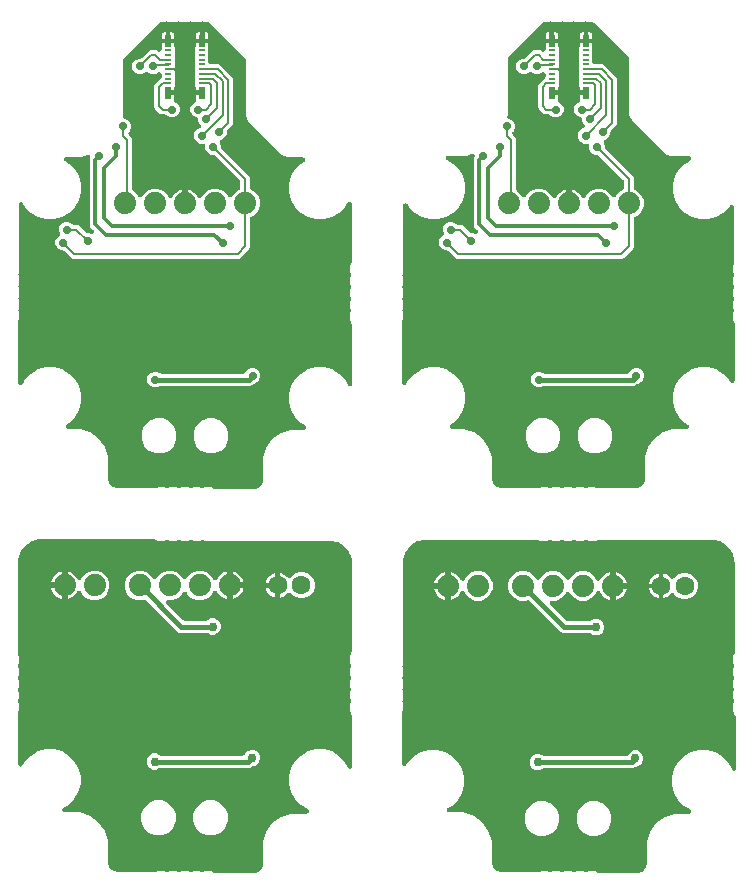
<source format=gbl>
G04 EAGLE Gerber X2 export*
G75*
%MOIN*%
%FSLAX24Y24*%
%LPD*%
%AMOC8*
5,1,8,0,0,1.08239X$1,22.5*%
G01*
%ADD10R,0.021654X0.039370*%
%ADD11R,0.019685X0.009055*%
%ADD12C,0.074000*%
%ADD13C,0.062992*%
%ADD14C,0.027811*%
%ADD15C,0.016000*%
%ADD16C,0.029780*%
%ADD17C,0.008000*%
%ADD18C,0.012000*%

G36*
X11656Y3601D02*
X11656Y3601D01*
X11660Y3601D01*
X11694Y3603D01*
X11697Y3604D01*
X11701Y3604D01*
X11707Y3606D01*
X11709Y3606D01*
X11711Y3607D01*
X11712Y3607D01*
X11777Y3628D01*
X11783Y3631D01*
X11789Y3633D01*
X11790Y3634D01*
X11791Y3634D01*
X11794Y3636D01*
X11799Y3639D01*
X11854Y3679D01*
X11859Y3684D01*
X11864Y3688D01*
X11865Y3689D01*
X11866Y3690D01*
X11868Y3692D01*
X11872Y3697D01*
X11912Y3752D01*
X11915Y3758D01*
X11919Y3763D01*
X11919Y3765D01*
X11920Y3766D01*
X11921Y3768D01*
X11923Y3774D01*
X11944Y3839D01*
X11945Y3842D01*
X11946Y3846D01*
X11947Y3852D01*
X11948Y3854D01*
X11948Y3856D01*
X11948Y3857D01*
X11951Y3891D01*
X11951Y3894D01*
X11951Y3898D01*
X11951Y4626D01*
X12060Y4964D01*
X12269Y5251D01*
X12556Y5459D01*
X12893Y5569D01*
X13415Y5569D01*
X13418Y5569D01*
X13421Y5569D01*
X13426Y5570D01*
X13431Y5570D01*
X13434Y5571D01*
X13437Y5572D01*
X13441Y5574D01*
X13446Y5575D01*
X13449Y5576D01*
X13451Y5578D01*
X13456Y5580D01*
X13460Y5583D01*
X13462Y5585D01*
X13465Y5586D01*
X13468Y5590D01*
X13472Y5593D01*
X13474Y5595D01*
X13476Y5597D01*
X13479Y5601D01*
X13482Y5605D01*
X13483Y5608D01*
X13485Y5610D01*
X13487Y5615D01*
X13489Y5619D01*
X13490Y5622D01*
X13491Y5625D01*
X13492Y5630D01*
X13493Y5634D01*
X13494Y5637D01*
X13494Y5640D01*
X13494Y5645D01*
X13494Y5650D01*
X13494Y5653D01*
X13494Y5656D01*
X13493Y5661D01*
X13493Y5666D01*
X13492Y5669D01*
X13491Y5671D01*
X13489Y5676D01*
X13487Y5681D01*
X13486Y5683D01*
X13485Y5686D01*
X13482Y5690D01*
X13480Y5694D01*
X13478Y5697D01*
X13476Y5699D01*
X13472Y5702D01*
X13469Y5706D01*
X13467Y5708D01*
X13465Y5710D01*
X13459Y5714D01*
X13457Y5716D01*
X13456Y5716D01*
X13455Y5717D01*
X13214Y5856D01*
X13023Y6047D01*
X12887Y6282D01*
X12817Y6545D01*
X12817Y6816D01*
X12887Y7078D01*
X13023Y7313D01*
X13214Y7505D01*
X13449Y7641D01*
X13712Y7711D01*
X13983Y7711D01*
X14245Y7641D01*
X14480Y7505D01*
X14672Y7313D01*
X14795Y7100D01*
X14797Y7098D01*
X14798Y7095D01*
X14801Y7091D01*
X14804Y7087D01*
X14806Y7085D01*
X14808Y7083D01*
X14812Y7080D01*
X14816Y7076D01*
X14818Y7075D01*
X14821Y7073D01*
X14825Y7071D01*
X14829Y7068D01*
X14832Y7067D01*
X14835Y7066D01*
X14839Y7064D01*
X14844Y7063D01*
X14847Y7062D01*
X14850Y7062D01*
X14855Y7061D01*
X14860Y7060D01*
X14863Y7061D01*
X14866Y7060D01*
X14871Y7061D01*
X14875Y7061D01*
X14878Y7062D01*
X14881Y7062D01*
X14886Y7064D01*
X14891Y7065D01*
X14893Y7066D01*
X14896Y7067D01*
X14901Y7070D01*
X14905Y7072D01*
X14907Y7074D01*
X14910Y7075D01*
X14914Y7079D01*
X14918Y7081D01*
X14920Y7084D01*
X14922Y7086D01*
X14925Y7090D01*
X14928Y7093D01*
X14930Y7096D01*
X14931Y7098D01*
X14933Y7103D01*
X14936Y7107D01*
X14937Y7110D01*
X14938Y7112D01*
X14939Y7117D01*
X14941Y7122D01*
X14941Y7125D01*
X14942Y7128D01*
X14943Y7135D01*
X14943Y7138D01*
X14943Y7140D01*
X14943Y8787D01*
X14943Y8789D01*
X14943Y8791D01*
X14942Y8797D01*
X14941Y8803D01*
X14941Y8805D01*
X14941Y8806D01*
X14937Y8817D01*
X14855Y9015D01*
X14855Y9213D01*
X14883Y9281D01*
X14883Y9282D01*
X14884Y9283D01*
X14886Y9290D01*
X14888Y9296D01*
X14888Y9297D01*
X14888Y9299D01*
X14888Y9305D01*
X14889Y9312D01*
X14889Y9313D01*
X14889Y9314D01*
X14888Y9321D01*
X14887Y9327D01*
X14887Y9329D01*
X14887Y9330D01*
X14883Y9341D01*
X14855Y9409D01*
X14855Y9607D01*
X14883Y9674D01*
X14883Y9676D01*
X14884Y9677D01*
X14886Y9683D01*
X14888Y9690D01*
X14888Y9691D01*
X14888Y9692D01*
X14888Y9699D01*
X14889Y9705D01*
X14889Y9707D01*
X14889Y9708D01*
X14888Y9715D01*
X14887Y9721D01*
X14887Y9722D01*
X14887Y9724D01*
X14883Y9735D01*
X14855Y9802D01*
X14855Y10001D01*
X14883Y10068D01*
X14883Y10070D01*
X14884Y10071D01*
X14886Y10077D01*
X14888Y10083D01*
X14888Y10085D01*
X14888Y10086D01*
X14888Y10093D01*
X14889Y10099D01*
X14889Y10100D01*
X14889Y10102D01*
X14888Y10108D01*
X14887Y10115D01*
X14887Y10116D01*
X14887Y10117D01*
X14883Y10129D01*
X14855Y10196D01*
X14855Y10395D01*
X14883Y10462D01*
X14883Y10463D01*
X14884Y10465D01*
X14886Y10471D01*
X14888Y10477D01*
X14888Y10478D01*
X14888Y10480D01*
X14888Y10486D01*
X14889Y10493D01*
X14889Y10494D01*
X14889Y10496D01*
X14888Y10502D01*
X14887Y10508D01*
X14887Y10510D01*
X14887Y10511D01*
X14883Y10522D01*
X14855Y10590D01*
X14855Y10788D01*
X14937Y10986D01*
X14937Y10987D01*
X14938Y10989D01*
X14940Y10995D01*
X14941Y11001D01*
X14942Y11002D01*
X14942Y11004D01*
X14943Y11016D01*
X14943Y13890D01*
X14943Y13892D01*
X14943Y13896D01*
X14935Y13988D01*
X14935Y13990D01*
X14935Y13992D01*
X14934Y13997D01*
X14933Y14000D01*
X14933Y14001D01*
X14932Y14004D01*
X14882Y14182D01*
X14880Y14186D01*
X14879Y14190D01*
X14877Y14194D01*
X14876Y14197D01*
X14875Y14198D01*
X14873Y14201D01*
X14778Y14360D01*
X14775Y14364D01*
X14773Y14367D01*
X14770Y14371D01*
X14769Y14373D01*
X14767Y14374D01*
X14765Y14376D01*
X14632Y14505D01*
X14629Y14508D01*
X14625Y14511D01*
X14622Y14513D01*
X14620Y14515D01*
X14618Y14516D01*
X14615Y14518D01*
X14453Y14608D01*
X14449Y14609D01*
X14445Y14612D01*
X14441Y14613D01*
X14439Y14614D01*
X14437Y14614D01*
X14434Y14615D01*
X14254Y14660D01*
X14253Y14661D01*
X14251Y14661D01*
X14239Y14663D01*
X14148Y14667D01*
X14146Y14667D01*
X14144Y14667D01*
X14138Y14667D01*
X14137Y14667D01*
X14047Y14666D01*
X14046Y14666D01*
X14045Y14666D01*
X14033Y14667D01*
X10303Y14667D01*
X10301Y14667D01*
X10295Y14667D01*
X10257Y14663D01*
X10251Y14662D01*
X10246Y14661D01*
X10243Y14660D01*
X10241Y14660D01*
X10239Y14659D01*
X10238Y14658D01*
X10218Y14658D01*
X10215Y14658D01*
X10209Y14658D01*
X10187Y14656D01*
X10184Y14656D01*
X10181Y14657D01*
X10178Y14657D01*
X10171Y14658D01*
X10168Y14658D01*
X10167Y14658D01*
X10166Y14658D01*
X10039Y14658D01*
X9971Y14686D01*
X9970Y14687D01*
X9969Y14687D01*
X9962Y14689D01*
X9956Y14691D01*
X9955Y14691D01*
X9953Y14691D01*
X9947Y14692D01*
X9940Y14692D01*
X9939Y14692D01*
X9938Y14692D01*
X9931Y14691D01*
X9925Y14691D01*
X9923Y14690D01*
X9922Y14690D01*
X9911Y14686D01*
X9843Y14658D01*
X9645Y14658D01*
X9578Y14686D01*
X9576Y14687D01*
X9575Y14687D01*
X9569Y14689D01*
X9562Y14691D01*
X9561Y14691D01*
X9560Y14691D01*
X9553Y14692D01*
X9547Y14692D01*
X9545Y14692D01*
X9544Y14692D01*
X9537Y14691D01*
X9531Y14691D01*
X9530Y14690D01*
X9528Y14690D01*
X9517Y14686D01*
X9450Y14658D01*
X9251Y14658D01*
X9184Y14686D01*
X9182Y14687D01*
X9181Y14687D01*
X9175Y14689D01*
X9169Y14691D01*
X9167Y14691D01*
X9166Y14691D01*
X9159Y14692D01*
X9153Y14692D01*
X9152Y14692D01*
X9150Y14692D01*
X9144Y14691D01*
X9137Y14691D01*
X9136Y14690D01*
X9134Y14690D01*
X9123Y14686D01*
X9056Y14658D01*
X8857Y14658D01*
X8790Y14686D01*
X8789Y14687D01*
X8787Y14687D01*
X8781Y14689D01*
X8775Y14691D01*
X8774Y14691D01*
X8772Y14691D01*
X8766Y14692D01*
X8759Y14692D01*
X8758Y14692D01*
X8756Y14692D01*
X8750Y14691D01*
X8744Y14691D01*
X8742Y14690D01*
X8741Y14690D01*
X8730Y14686D01*
X8662Y14658D01*
X8464Y14658D01*
X8314Y14720D01*
X8312Y14721D01*
X8311Y14722D01*
X8305Y14723D01*
X8299Y14725D01*
X8297Y14725D01*
X8295Y14726D01*
X8284Y14726D01*
X4587Y14726D01*
X4585Y14726D01*
X4581Y14726D01*
X4489Y14720D01*
X4487Y14720D01*
X4485Y14720D01*
X4473Y14718D01*
X4294Y14670D01*
X4290Y14668D01*
X4286Y14667D01*
X4282Y14665D01*
X4280Y14664D01*
X4278Y14663D01*
X4275Y14662D01*
X4115Y14569D01*
X4111Y14566D01*
X4107Y14564D01*
X4104Y14561D01*
X4102Y14560D01*
X4101Y14558D01*
X4098Y14556D01*
X3967Y14425D01*
X3964Y14422D01*
X3961Y14419D01*
X3959Y14415D01*
X3957Y14413D01*
X3956Y14411D01*
X3955Y14409D01*
X3862Y14248D01*
X3860Y14244D01*
X3858Y14240D01*
X3856Y14236D01*
X3855Y14234D01*
X3855Y14232D01*
X3854Y14229D01*
X3806Y14050D01*
X3806Y14048D01*
X3805Y14047D01*
X3803Y14035D01*
X3797Y13942D01*
X3797Y13940D01*
X3797Y13937D01*
X3797Y10873D01*
X3797Y10872D01*
X3797Y10870D01*
X3798Y10864D01*
X3799Y10858D01*
X3799Y10856D01*
X3800Y10854D01*
X3803Y10843D01*
X3826Y10788D01*
X3826Y10590D01*
X3798Y10522D01*
X3798Y10521D01*
X3797Y10520D01*
X3795Y10514D01*
X3794Y10507D01*
X3793Y10506D01*
X3793Y10504D01*
X3793Y10498D01*
X3792Y10492D01*
X3792Y10490D01*
X3792Y10489D01*
X3793Y10482D01*
X3794Y10476D01*
X3794Y10475D01*
X3794Y10473D01*
X3798Y10462D01*
X3826Y10395D01*
X3826Y10196D01*
X3798Y10129D01*
X3798Y10128D01*
X3797Y10127D01*
X3797Y10126D01*
X3795Y10120D01*
X3794Y10114D01*
X3793Y10113D01*
X3793Y10112D01*
X3793Y10111D01*
X3793Y10104D01*
X3792Y10098D01*
X3792Y10096D01*
X3792Y10095D01*
X3793Y10089D01*
X3794Y10082D01*
X3794Y10081D01*
X3794Y10079D01*
X3798Y10068D01*
X3826Y10001D01*
X3826Y9802D01*
X3798Y9735D01*
X3798Y9734D01*
X3797Y9732D01*
X3795Y9726D01*
X3794Y9720D01*
X3793Y9718D01*
X3793Y9717D01*
X3793Y9711D01*
X3792Y9704D01*
X3792Y9703D01*
X3792Y9701D01*
X3793Y9695D01*
X3794Y9689D01*
X3794Y9687D01*
X3794Y9686D01*
X3798Y9674D01*
X3826Y9607D01*
X3826Y9409D01*
X3798Y9341D01*
X3798Y9340D01*
X3797Y9339D01*
X3795Y9332D01*
X3794Y9326D01*
X3793Y9325D01*
X3793Y9323D01*
X3793Y9317D01*
X3792Y9311D01*
X3792Y9309D01*
X3792Y9308D01*
X3793Y9301D01*
X3794Y9295D01*
X3794Y9293D01*
X3794Y9292D01*
X3798Y9281D01*
X3826Y9213D01*
X3826Y9015D01*
X3803Y8960D01*
X3803Y8958D01*
X3802Y8957D01*
X3800Y8951D01*
X3799Y8945D01*
X3799Y8943D01*
X3798Y8942D01*
X3797Y8930D01*
X3797Y7219D01*
X3798Y7216D01*
X3797Y7213D01*
X3798Y7208D01*
X3799Y7203D01*
X3800Y7200D01*
X3800Y7197D01*
X3802Y7193D01*
X3803Y7188D01*
X3805Y7185D01*
X3806Y7183D01*
X3809Y7178D01*
X3811Y7174D01*
X3813Y7172D01*
X3814Y7169D01*
X3818Y7166D01*
X3821Y7162D01*
X3823Y7160D01*
X3826Y7158D01*
X3830Y7155D01*
X3833Y7152D01*
X3836Y7151D01*
X3839Y7149D01*
X3843Y7147D01*
X3847Y7145D01*
X3850Y7144D01*
X3853Y7143D01*
X3858Y7142D01*
X3863Y7141D01*
X3866Y7140D01*
X3869Y7140D01*
X3873Y7140D01*
X3878Y7139D01*
X3881Y7140D01*
X3884Y7140D01*
X3889Y7141D01*
X3894Y7141D01*
X3897Y7142D01*
X3900Y7143D01*
X3904Y7145D01*
X3909Y7146D01*
X3912Y7148D01*
X3914Y7149D01*
X3918Y7152D01*
X3923Y7154D01*
X3925Y7156D01*
X3927Y7158D01*
X3931Y7162D01*
X3935Y7165D01*
X3936Y7167D01*
X3938Y7169D01*
X3943Y7175D01*
X3944Y7177D01*
X3944Y7178D01*
X3945Y7179D01*
X4023Y7313D01*
X4214Y7505D01*
X4449Y7641D01*
X4712Y7711D01*
X4983Y7711D01*
X5245Y7641D01*
X5480Y7505D01*
X5672Y7313D01*
X5808Y7078D01*
X5878Y6816D01*
X5878Y6545D01*
X5808Y6282D01*
X5672Y6047D01*
X5480Y5856D01*
X5308Y5756D01*
X5305Y5754D01*
X5303Y5753D01*
X5299Y5750D01*
X5295Y5747D01*
X5293Y5745D01*
X5291Y5743D01*
X5288Y5739D01*
X5284Y5735D01*
X5283Y5733D01*
X5281Y5730D01*
X5279Y5726D01*
X5276Y5722D01*
X5275Y5719D01*
X5274Y5716D01*
X5272Y5712D01*
X5271Y5707D01*
X5270Y5704D01*
X5269Y5701D01*
X5269Y5696D01*
X5268Y5691D01*
X5268Y5688D01*
X5268Y5686D01*
X5269Y5681D01*
X5269Y5676D01*
X5270Y5673D01*
X5270Y5670D01*
X5272Y5665D01*
X5273Y5660D01*
X5274Y5658D01*
X5275Y5655D01*
X5278Y5651D01*
X5280Y5646D01*
X5282Y5644D01*
X5283Y5641D01*
X5286Y5638D01*
X5289Y5634D01*
X5292Y5632D01*
X5294Y5629D01*
X5297Y5626D01*
X5301Y5623D01*
X5304Y5622D01*
X5306Y5620D01*
X5311Y5618D01*
X5315Y5615D01*
X5318Y5614D01*
X5320Y5613D01*
X5325Y5612D01*
X5330Y5610D01*
X5333Y5610D01*
X5336Y5609D01*
X5343Y5609D01*
X5345Y5608D01*
X5346Y5608D01*
X5347Y5608D01*
X5847Y5608D01*
X6184Y5499D01*
X6471Y5290D01*
X6680Y5003D01*
X6789Y4666D01*
X6789Y3937D01*
X6790Y3935D01*
X6790Y3931D01*
X6792Y3897D01*
X6793Y3893D01*
X6793Y3890D01*
X6795Y3884D01*
X6795Y3881D01*
X6795Y3880D01*
X6796Y3878D01*
X6817Y3814D01*
X6819Y3810D01*
X6820Y3806D01*
X6821Y3804D01*
X6822Y3802D01*
X6823Y3800D01*
X6823Y3799D01*
X6825Y3797D01*
X6828Y3792D01*
X6828Y3791D01*
X6868Y3736D01*
X6873Y3731D01*
X6877Y3726D01*
X6878Y3725D01*
X6879Y3724D01*
X6881Y3723D01*
X6886Y3719D01*
X6941Y3679D01*
X6947Y3675D01*
X6952Y3672D01*
X6954Y3671D01*
X6955Y3671D01*
X6957Y3670D01*
X6963Y3667D01*
X7028Y3646D01*
X7031Y3646D01*
X7035Y3644D01*
X7041Y3644D01*
X7043Y3643D01*
X7045Y3643D01*
X7046Y3643D01*
X7080Y3640D01*
X7083Y3640D01*
X7087Y3640D01*
X8426Y3640D01*
X8428Y3640D01*
X8430Y3640D01*
X8436Y3641D01*
X8442Y3641D01*
X8443Y3642D01*
X8445Y3642D01*
X8456Y3646D01*
X8464Y3649D01*
X8662Y3649D01*
X8730Y3621D01*
X8731Y3621D01*
X8732Y3620D01*
X8738Y3618D01*
X8745Y3616D01*
X8746Y3616D01*
X8748Y3616D01*
X8754Y3616D01*
X8760Y3615D01*
X8762Y3615D01*
X8763Y3615D01*
X8770Y3616D01*
X8776Y3617D01*
X8777Y3617D01*
X8779Y3617D01*
X8790Y3621D01*
X8857Y3649D01*
X9056Y3649D01*
X9123Y3621D01*
X9125Y3621D01*
X9126Y3620D01*
X9132Y3618D01*
X9138Y3616D01*
X9140Y3616D01*
X9141Y3616D01*
X9148Y3616D01*
X9154Y3615D01*
X9155Y3615D01*
X9157Y3615D01*
X9163Y3616D01*
X9170Y3617D01*
X9171Y3617D01*
X9173Y3617D01*
X9184Y3621D01*
X9251Y3649D01*
X9450Y3649D01*
X9517Y3621D01*
X9518Y3621D01*
X9520Y3620D01*
X9526Y3618D01*
X9532Y3616D01*
X9533Y3616D01*
X9535Y3616D01*
X9541Y3616D01*
X9548Y3615D01*
X9549Y3615D01*
X9551Y3615D01*
X9557Y3616D01*
X9563Y3617D01*
X9565Y3617D01*
X9566Y3617D01*
X9578Y3621D01*
X9645Y3649D01*
X9843Y3649D01*
X9911Y3621D01*
X9912Y3621D01*
X9913Y3620D01*
X9920Y3618D01*
X9926Y3616D01*
X9927Y3616D01*
X9929Y3616D01*
X9935Y3616D01*
X9941Y3615D01*
X9943Y3615D01*
X9944Y3615D01*
X9951Y3616D01*
X9957Y3617D01*
X9959Y3617D01*
X9960Y3617D01*
X9971Y3621D01*
X10039Y3649D01*
X10237Y3649D01*
X10339Y3606D01*
X10341Y3606D01*
X10343Y3605D01*
X10349Y3604D01*
X10355Y3602D01*
X10356Y3602D01*
X10358Y3601D01*
X10370Y3600D01*
X11654Y3600D01*
X11656Y3601D01*
G37*
G36*
X24451Y3601D02*
X24451Y3601D01*
X24455Y3601D01*
X24489Y3603D01*
X24492Y3604D01*
X24496Y3604D01*
X24502Y3606D01*
X24505Y3606D01*
X24506Y3607D01*
X24507Y3607D01*
X24572Y3628D01*
X24578Y3631D01*
X24584Y3633D01*
X24586Y3634D01*
X24587Y3634D01*
X24589Y3636D01*
X24594Y3639D01*
X24650Y3679D01*
X24654Y3684D01*
X24659Y3688D01*
X24660Y3689D01*
X24661Y3690D01*
X24663Y3692D01*
X24667Y3697D01*
X24707Y3752D01*
X24710Y3758D01*
X24714Y3763D01*
X24715Y3765D01*
X24715Y3766D01*
X24716Y3768D01*
X24718Y3774D01*
X24740Y3839D01*
X24740Y3842D01*
X24741Y3846D01*
X24742Y3852D01*
X24743Y3854D01*
X24743Y3856D01*
X24743Y3857D01*
X24746Y3891D01*
X24746Y3894D01*
X24746Y3898D01*
X24746Y4626D01*
X24856Y4964D01*
X25064Y5251D01*
X25351Y5459D01*
X25689Y5569D01*
X26157Y5569D01*
X26160Y5569D01*
X26163Y5569D01*
X26168Y5570D01*
X26172Y5570D01*
X26175Y5571D01*
X26178Y5572D01*
X26183Y5574D01*
X26188Y5575D01*
X26190Y5576D01*
X26193Y5578D01*
X26197Y5580D01*
X26201Y5583D01*
X26204Y5585D01*
X26206Y5586D01*
X26210Y5590D01*
X26213Y5593D01*
X26215Y5595D01*
X26217Y5597D01*
X26220Y5601D01*
X26223Y5605D01*
X26225Y5608D01*
X26226Y5610D01*
X26228Y5615D01*
X26230Y5619D01*
X26231Y5622D01*
X26232Y5625D01*
X26233Y5630D01*
X26235Y5634D01*
X26235Y5637D01*
X26236Y5640D01*
X26236Y5645D01*
X26236Y5650D01*
X26236Y5653D01*
X26236Y5656D01*
X26235Y5661D01*
X26234Y5666D01*
X26233Y5669D01*
X26232Y5671D01*
X26231Y5676D01*
X26229Y5681D01*
X26227Y5683D01*
X26226Y5686D01*
X26224Y5690D01*
X26221Y5694D01*
X26219Y5697D01*
X26217Y5699D01*
X26214Y5702D01*
X26211Y5706D01*
X26208Y5708D01*
X26206Y5710D01*
X26200Y5714D01*
X26198Y5716D01*
X26197Y5716D01*
X26196Y5717D01*
X25990Y5836D01*
X25798Y6028D01*
X25662Y6263D01*
X25592Y6525D01*
X25592Y6796D01*
X25662Y7058D01*
X25798Y7293D01*
X25990Y7485D01*
X26225Y7621D01*
X26487Y7691D01*
X26759Y7691D01*
X27021Y7621D01*
X27256Y7485D01*
X27448Y7293D01*
X27584Y7057D01*
X27586Y7051D01*
X27587Y7049D01*
X27588Y7047D01*
X27591Y7042D01*
X27593Y7037D01*
X27595Y7036D01*
X27596Y7033D01*
X27600Y7030D01*
X27604Y7025D01*
X27606Y7024D01*
X27607Y7022D01*
X27612Y7019D01*
X27616Y7016D01*
X27618Y7014D01*
X27620Y7013D01*
X27625Y7011D01*
X27630Y7008D01*
X27632Y7008D01*
X27635Y7007D01*
X27640Y7006D01*
X27645Y7004D01*
X27648Y7004D01*
X27650Y7003D01*
X27656Y7003D01*
X27661Y7003D01*
X27663Y7003D01*
X27666Y7003D01*
X27671Y7004D01*
X27677Y7005D01*
X27679Y7006D01*
X27681Y7006D01*
X27686Y7008D01*
X27692Y7010D01*
X27694Y7011D01*
X27696Y7012D01*
X27701Y7015D01*
X27705Y7018D01*
X27707Y7019D01*
X27709Y7021D01*
X27713Y7025D01*
X27717Y7028D01*
X27719Y7030D01*
X27720Y7032D01*
X27723Y7036D01*
X27727Y7041D01*
X27728Y7043D01*
X27729Y7045D01*
X27731Y7050D01*
X27733Y7055D01*
X27734Y7057D01*
X27735Y7060D01*
X27736Y7065D01*
X27737Y7070D01*
X27738Y7073D01*
X27738Y7075D01*
X27738Y7078D01*
X27738Y7082D01*
X27738Y8722D01*
X27738Y8723D01*
X27738Y8725D01*
X27737Y8731D01*
X27737Y8737D01*
X27736Y8739D01*
X27736Y8741D01*
X27732Y8752D01*
X27729Y8759D01*
X27729Y8776D01*
X27729Y8778D01*
X27729Y8779D01*
X27728Y8785D01*
X27728Y8792D01*
X27727Y8793D01*
X27727Y8795D01*
X27725Y8801D01*
X27723Y8807D01*
X27722Y8808D01*
X27722Y8810D01*
X27718Y8815D01*
X27715Y8821D01*
X27714Y8822D01*
X27714Y8823D01*
X27707Y8831D01*
X27631Y9015D01*
X27631Y9213D01*
X27659Y9281D01*
X27659Y9282D01*
X27660Y9283D01*
X27661Y9290D01*
X27663Y9296D01*
X27663Y9297D01*
X27664Y9299D01*
X27664Y9305D01*
X27665Y9312D01*
X27664Y9313D01*
X27665Y9314D01*
X27664Y9321D01*
X27663Y9327D01*
X27663Y9329D01*
X27662Y9330D01*
X27659Y9341D01*
X27631Y9409D01*
X27631Y9607D01*
X27659Y9674D01*
X27659Y9676D01*
X27660Y9677D01*
X27661Y9683D01*
X27663Y9690D01*
X27663Y9691D01*
X27664Y9692D01*
X27664Y9699D01*
X27665Y9705D01*
X27664Y9707D01*
X27665Y9708D01*
X27664Y9715D01*
X27663Y9721D01*
X27663Y9722D01*
X27662Y9724D01*
X27659Y9735D01*
X27631Y9802D01*
X27631Y10001D01*
X27659Y10068D01*
X27659Y10070D01*
X27660Y10071D01*
X27661Y10077D01*
X27663Y10083D01*
X27663Y10085D01*
X27664Y10086D01*
X27664Y10093D01*
X27665Y10099D01*
X27664Y10100D01*
X27665Y10102D01*
X27664Y10108D01*
X27663Y10115D01*
X27663Y10116D01*
X27662Y10116D01*
X27662Y10117D01*
X27659Y10129D01*
X27631Y10196D01*
X27631Y10395D01*
X27659Y10462D01*
X27659Y10463D01*
X27660Y10465D01*
X27661Y10471D01*
X27663Y10477D01*
X27663Y10478D01*
X27664Y10480D01*
X27664Y10486D01*
X27665Y10493D01*
X27664Y10494D01*
X27665Y10496D01*
X27664Y10502D01*
X27663Y10508D01*
X27663Y10510D01*
X27662Y10511D01*
X27659Y10522D01*
X27631Y10590D01*
X27631Y10788D01*
X27673Y10891D01*
X27674Y10892D01*
X27674Y10894D01*
X27676Y10900D01*
X27678Y10906D01*
X27678Y10907D01*
X27678Y10909D01*
X27679Y10921D01*
X27679Y13917D01*
X27679Y13919D01*
X27679Y13923D01*
X27673Y14015D01*
X27673Y14017D01*
X27673Y14019D01*
X27670Y14031D01*
X27622Y14210D01*
X27621Y14214D01*
X27620Y14218D01*
X27618Y14222D01*
X27617Y14224D01*
X27616Y14226D01*
X27614Y14229D01*
X27522Y14389D01*
X27519Y14393D01*
X27517Y14397D01*
X27514Y14400D01*
X27513Y14402D01*
X27511Y14403D01*
X27509Y14406D01*
X27378Y14537D01*
X27377Y14537D01*
X27374Y14540D01*
X27372Y14543D01*
X27368Y14545D01*
X27366Y14547D01*
X27365Y14547D01*
X27364Y14548D01*
X27362Y14549D01*
X27201Y14642D01*
X27197Y14644D01*
X27193Y14646D01*
X27189Y14648D01*
X27187Y14649D01*
X27185Y14649D01*
X27182Y14650D01*
X27003Y14698D01*
X27001Y14698D01*
X26999Y14699D01*
X26988Y14700D01*
X26895Y14707D01*
X26893Y14706D01*
X26890Y14707D01*
X23145Y14707D01*
X23144Y14707D01*
X23142Y14707D01*
X23136Y14706D01*
X23130Y14705D01*
X23128Y14705D01*
X23126Y14704D01*
X23115Y14701D01*
X23013Y14658D01*
X22814Y14658D01*
X22747Y14686D01*
X22745Y14687D01*
X22744Y14687D01*
X22738Y14689D01*
X22732Y14691D01*
X22730Y14691D01*
X22729Y14691D01*
X22722Y14692D01*
X22716Y14692D01*
X22715Y14692D01*
X22713Y14692D01*
X22707Y14691D01*
X22700Y14691D01*
X22699Y14690D01*
X22697Y14690D01*
X22686Y14686D01*
X22619Y14658D01*
X22420Y14658D01*
X22353Y14686D01*
X22352Y14687D01*
X22350Y14687D01*
X22344Y14689D01*
X22338Y14691D01*
X22337Y14691D01*
X22335Y14691D01*
X22329Y14692D01*
X22322Y14692D01*
X22321Y14692D01*
X22319Y14692D01*
X22313Y14691D01*
X22307Y14691D01*
X22305Y14690D01*
X22304Y14690D01*
X22293Y14686D01*
X22225Y14658D01*
X22027Y14658D01*
X21959Y14686D01*
X21958Y14687D01*
X21957Y14687D01*
X21950Y14689D01*
X21944Y14691D01*
X21943Y14691D01*
X21941Y14691D01*
X21935Y14692D01*
X21929Y14692D01*
X21927Y14692D01*
X21926Y14692D01*
X21919Y14691D01*
X21913Y14691D01*
X21912Y14690D01*
X21910Y14690D01*
X21899Y14686D01*
X21832Y14658D01*
X21633Y14658D01*
X21566Y14686D01*
X21564Y14687D01*
X21563Y14687D01*
X21557Y14689D01*
X21551Y14691D01*
X21549Y14691D01*
X21548Y14691D01*
X21541Y14692D01*
X21535Y14692D01*
X21533Y14692D01*
X21532Y14692D01*
X21526Y14691D01*
X21519Y14691D01*
X21518Y14690D01*
X21516Y14690D01*
X21505Y14686D01*
X21438Y14658D01*
X21239Y14658D01*
X21137Y14701D01*
X21135Y14701D01*
X21134Y14702D01*
X21128Y14703D01*
X21122Y14705D01*
X21120Y14705D01*
X21118Y14706D01*
X21107Y14707D01*
X17402Y14707D01*
X17400Y14707D01*
X17396Y14707D01*
X17306Y14701D01*
X17304Y14700D01*
X17303Y14700D01*
X17291Y14698D01*
X17117Y14651D01*
X17113Y14650D01*
X17108Y14649D01*
X17104Y14647D01*
X17102Y14646D01*
X17100Y14645D01*
X17098Y14644D01*
X16942Y14553D01*
X16938Y14551D01*
X16934Y14549D01*
X16931Y14546D01*
X16929Y14544D01*
X16927Y14543D01*
X16925Y14541D01*
X16798Y14413D01*
X16795Y14410D01*
X16792Y14407D01*
X16789Y14403D01*
X16788Y14401D01*
X16787Y14399D01*
X16785Y14397D01*
X16695Y14241D01*
X16693Y14237D01*
X16691Y14233D01*
X16690Y14231D01*
X16690Y14230D01*
X16689Y14228D01*
X16689Y14226D01*
X16688Y14225D01*
X16687Y14222D01*
X16640Y14048D01*
X16640Y14046D01*
X16640Y14044D01*
X16638Y14032D01*
X16632Y13942D01*
X16632Y13940D01*
X16632Y13937D01*
X16632Y10826D01*
X16632Y10824D01*
X16632Y10822D01*
X16633Y10816D01*
X16633Y10810D01*
X16634Y10809D01*
X16634Y10807D01*
X16638Y10796D01*
X16641Y10788D01*
X16641Y10590D01*
X16613Y10522D01*
X16613Y10521D01*
X16612Y10520D01*
X16610Y10513D01*
X16609Y10507D01*
X16608Y10506D01*
X16608Y10504D01*
X16608Y10498D01*
X16607Y10492D01*
X16607Y10490D01*
X16607Y10489D01*
X16608Y10482D01*
X16609Y10476D01*
X16609Y10475D01*
X16609Y10473D01*
X16613Y10462D01*
X16641Y10395D01*
X16641Y10196D01*
X16613Y10129D01*
X16613Y10128D01*
X16612Y10127D01*
X16612Y10126D01*
X16610Y10120D01*
X16609Y10114D01*
X16608Y10113D01*
X16608Y10112D01*
X16608Y10111D01*
X16608Y10104D01*
X16607Y10098D01*
X16607Y10096D01*
X16607Y10095D01*
X16608Y10089D01*
X16609Y10082D01*
X16609Y10081D01*
X16609Y10079D01*
X16613Y10068D01*
X16641Y10001D01*
X16641Y9802D01*
X16613Y9735D01*
X16613Y9734D01*
X16612Y9732D01*
X16610Y9726D01*
X16609Y9720D01*
X16608Y9718D01*
X16608Y9717D01*
X16608Y9711D01*
X16607Y9704D01*
X16607Y9703D01*
X16607Y9701D01*
X16608Y9695D01*
X16609Y9689D01*
X16609Y9687D01*
X16609Y9686D01*
X16613Y9674D01*
X16641Y9607D01*
X16641Y9409D01*
X16613Y9341D01*
X16613Y9340D01*
X16612Y9339D01*
X16610Y9332D01*
X16609Y9326D01*
X16608Y9325D01*
X16608Y9323D01*
X16608Y9317D01*
X16607Y9311D01*
X16607Y9309D01*
X16607Y9308D01*
X16608Y9301D01*
X16609Y9295D01*
X16609Y9293D01*
X16609Y9292D01*
X16613Y9281D01*
X16641Y9213D01*
X16641Y9015D01*
X16599Y8913D01*
X16598Y8911D01*
X16597Y8909D01*
X16596Y8903D01*
X16594Y8897D01*
X16594Y8896D01*
X16593Y8894D01*
X16592Y8882D01*
X16592Y7233D01*
X16593Y7230D01*
X16593Y7227D01*
X16594Y7222D01*
X16594Y7217D01*
X16595Y7215D01*
X16595Y7212D01*
X16597Y7207D01*
X16599Y7202D01*
X16600Y7200D01*
X16601Y7197D01*
X16604Y7193D01*
X16606Y7188D01*
X16608Y7186D01*
X16610Y7184D01*
X16613Y7180D01*
X16616Y7176D01*
X16619Y7175D01*
X16621Y7172D01*
X16625Y7170D01*
X16629Y7167D01*
X16631Y7165D01*
X16634Y7164D01*
X16638Y7162D01*
X16643Y7159D01*
X16646Y7159D01*
X16648Y7157D01*
X16653Y7156D01*
X16658Y7155D01*
X16661Y7155D01*
X16664Y7154D01*
X16669Y7154D01*
X16674Y7154D01*
X16677Y7154D01*
X16680Y7154D01*
X16684Y7155D01*
X16689Y7156D01*
X16692Y7157D01*
X16695Y7157D01*
X16700Y7159D01*
X16704Y7161D01*
X16707Y7162D01*
X16710Y7163D01*
X16714Y7166D01*
X16718Y7169D01*
X16720Y7171D01*
X16723Y7172D01*
X16726Y7176D01*
X16730Y7179D01*
X16732Y7182D01*
X16734Y7184D01*
X16738Y7190D01*
X16739Y7192D01*
X16740Y7193D01*
X16798Y7293D01*
X16990Y7485D01*
X17225Y7621D01*
X17487Y7691D01*
X17759Y7691D01*
X18021Y7621D01*
X18256Y7485D01*
X18448Y7293D01*
X18583Y7058D01*
X18654Y6796D01*
X18654Y6525D01*
X18583Y6263D01*
X18448Y6028D01*
X18256Y5836D01*
X18118Y5756D01*
X18115Y5754D01*
X18112Y5753D01*
X18109Y5750D01*
X18105Y5747D01*
X18103Y5745D01*
X18100Y5743D01*
X18097Y5739D01*
X18094Y5735D01*
X18092Y5733D01*
X18091Y5730D01*
X18088Y5726D01*
X18086Y5722D01*
X18085Y5719D01*
X18083Y5716D01*
X18082Y5712D01*
X18080Y5707D01*
X18080Y5704D01*
X18079Y5701D01*
X18079Y5696D01*
X18078Y5691D01*
X18078Y5688D01*
X18078Y5686D01*
X18079Y5681D01*
X18079Y5676D01*
X18079Y5673D01*
X18080Y5670D01*
X18081Y5665D01*
X18083Y5660D01*
X18084Y5658D01*
X18085Y5655D01*
X18087Y5651D01*
X18089Y5646D01*
X18091Y5644D01*
X18093Y5641D01*
X18096Y5638D01*
X18099Y5634D01*
X18101Y5632D01*
X18103Y5629D01*
X18107Y5626D01*
X18111Y5623D01*
X18113Y5622D01*
X18116Y5620D01*
X18120Y5618D01*
X18125Y5615D01*
X18127Y5614D01*
X18130Y5613D01*
X18135Y5612D01*
X18139Y5610D01*
X18142Y5610D01*
X18145Y5609D01*
X18153Y5609D01*
X18155Y5608D01*
X18156Y5608D01*
X18157Y5608D01*
X18642Y5608D01*
X18979Y5499D01*
X19266Y5290D01*
X19475Y5003D01*
X19585Y4666D01*
X19585Y3937D01*
X19585Y3935D01*
X19585Y3931D01*
X19588Y3897D01*
X19588Y3893D01*
X19588Y3890D01*
X19590Y3884D01*
X19590Y3881D01*
X19591Y3880D01*
X19591Y3878D01*
X19612Y3814D01*
X19614Y3810D01*
X19615Y3806D01*
X19616Y3804D01*
X19617Y3802D01*
X19618Y3800D01*
X19619Y3799D01*
X19620Y3797D01*
X19623Y3792D01*
X19624Y3791D01*
X19664Y3736D01*
X19668Y3731D01*
X19672Y3726D01*
X19673Y3725D01*
X19674Y3724D01*
X19676Y3723D01*
X19681Y3719D01*
X19736Y3679D01*
X19742Y3675D01*
X19747Y3672D01*
X19749Y3671D01*
X19750Y3671D01*
X19752Y3670D01*
X19758Y3667D01*
X19823Y3646D01*
X19827Y3646D01*
X19830Y3644D01*
X19836Y3644D01*
X19839Y3643D01*
X19840Y3643D01*
X19842Y3643D01*
X19876Y3640D01*
X19878Y3640D01*
X19882Y3640D01*
X21202Y3640D01*
X21203Y3640D01*
X21205Y3640D01*
X21211Y3641D01*
X21217Y3641D01*
X21219Y3642D01*
X21221Y3642D01*
X21232Y3646D01*
X21239Y3649D01*
X21438Y3649D01*
X21505Y3621D01*
X21507Y3621D01*
X21508Y3620D01*
X21514Y3618D01*
X21520Y3616D01*
X21522Y3616D01*
X21523Y3616D01*
X21530Y3616D01*
X21536Y3615D01*
X21537Y3615D01*
X21539Y3615D01*
X21545Y3616D01*
X21552Y3617D01*
X21553Y3617D01*
X21554Y3617D01*
X21566Y3621D01*
X21633Y3649D01*
X21832Y3649D01*
X21899Y3621D01*
X21900Y3621D01*
X21902Y3620D01*
X21908Y3618D01*
X21914Y3616D01*
X21915Y3616D01*
X21917Y3616D01*
X21923Y3616D01*
X21930Y3615D01*
X21931Y3615D01*
X21933Y3615D01*
X21939Y3616D01*
X21945Y3617D01*
X21947Y3617D01*
X21948Y3617D01*
X21959Y3621D01*
X22027Y3649D01*
X22225Y3649D01*
X22293Y3621D01*
X22294Y3621D01*
X22295Y3620D01*
X22301Y3618D01*
X22308Y3616D01*
X22309Y3616D01*
X22311Y3616D01*
X22317Y3616D01*
X22323Y3615D01*
X22325Y3615D01*
X22326Y3615D01*
X22333Y3616D01*
X22339Y3617D01*
X22340Y3617D01*
X22342Y3617D01*
X22353Y3621D01*
X22420Y3649D01*
X22619Y3649D01*
X22686Y3621D01*
X22688Y3621D01*
X22689Y3620D01*
X22695Y3618D01*
X22701Y3616D01*
X22703Y3616D01*
X22704Y3616D01*
X22711Y3616D01*
X22717Y3615D01*
X22718Y3615D01*
X22720Y3615D01*
X22726Y3616D01*
X22733Y3617D01*
X22734Y3617D01*
X22736Y3617D01*
X22747Y3621D01*
X22814Y3649D01*
X23013Y3649D01*
X23115Y3606D01*
X23117Y3606D01*
X23118Y3605D01*
X23124Y3604D01*
X23130Y3602D01*
X23132Y3602D01*
X23134Y3601D01*
X23145Y3600D01*
X24449Y3600D01*
X24451Y3601D01*
G37*
G36*
X11656Y16396D02*
X11656Y16396D01*
X11660Y16396D01*
X11694Y16399D01*
X11697Y16399D01*
X11701Y16399D01*
X11707Y16401D01*
X11709Y16401D01*
X11710Y16402D01*
X11712Y16402D01*
X11777Y16423D01*
X11783Y16426D01*
X11789Y16428D01*
X11790Y16429D01*
X11791Y16430D01*
X11794Y16431D01*
X11799Y16435D01*
X11854Y16475D01*
X11859Y16479D01*
X11864Y16483D01*
X11865Y16484D01*
X11866Y16485D01*
X11868Y16487D01*
X11872Y16492D01*
X11912Y16547D01*
X11915Y16553D01*
X11919Y16558D01*
X11919Y16560D01*
X11920Y16561D01*
X11921Y16564D01*
X11923Y16569D01*
X11944Y16634D01*
X11945Y16638D01*
X11946Y16641D01*
X11947Y16647D01*
X11948Y16650D01*
X11948Y16651D01*
X11948Y16653D01*
X11951Y16687D01*
X11951Y16689D01*
X11951Y16693D01*
X11951Y17421D01*
X12060Y17759D01*
X12269Y18046D01*
X12556Y18254D01*
X12893Y18364D01*
X13322Y18364D01*
X13325Y18364D01*
X13328Y18364D01*
X13333Y18365D01*
X13338Y18366D01*
X13341Y18367D01*
X13344Y18367D01*
X13349Y18369D01*
X13353Y18370D01*
X13356Y18372D01*
X13359Y18373D01*
X13363Y18376D01*
X13367Y18378D01*
X13369Y18380D01*
X13372Y18381D01*
X13375Y18385D01*
X13379Y18388D01*
X13381Y18390D01*
X13383Y18392D01*
X13386Y18397D01*
X13389Y18400D01*
X13390Y18403D01*
X13392Y18405D01*
X13394Y18410D01*
X13396Y18414D01*
X13397Y18417D01*
X13398Y18420D01*
X13399Y18425D01*
X13400Y18430D01*
X13401Y18433D01*
X13401Y18435D01*
X13401Y18440D01*
X13402Y18445D01*
X13401Y18448D01*
X13401Y18451D01*
X13400Y18456D01*
X13400Y18461D01*
X13399Y18464D01*
X13398Y18467D01*
X13396Y18471D01*
X13395Y18476D01*
X13393Y18479D01*
X13392Y18481D01*
X13389Y18485D01*
X13387Y18490D01*
X13385Y18492D01*
X13383Y18494D01*
X13380Y18498D01*
X13376Y18501D01*
X13374Y18503D01*
X13372Y18505D01*
X13366Y18509D01*
X13364Y18511D01*
X13363Y18511D01*
X13362Y18512D01*
X13229Y18589D01*
X13037Y18781D01*
X12902Y19016D01*
X12832Y19278D01*
X12832Y19549D01*
X12902Y19811D01*
X13037Y20046D01*
X13229Y20238D01*
X13464Y20374D01*
X13727Y20444D01*
X13998Y20444D01*
X14260Y20374D01*
X14495Y20238D01*
X14687Y20046D01*
X14795Y19859D01*
X14797Y19857D01*
X14798Y19854D01*
X14801Y19850D01*
X14804Y19846D01*
X14806Y19844D01*
X14808Y19842D01*
X14812Y19839D01*
X14816Y19835D01*
X14818Y19834D01*
X14821Y19832D01*
X14825Y19830D01*
X14829Y19827D01*
X14832Y19826D01*
X14835Y19825D01*
X14839Y19823D01*
X14844Y19822D01*
X14847Y19821D01*
X14850Y19821D01*
X14855Y19820D01*
X14860Y19819D01*
X14863Y19820D01*
X14866Y19819D01*
X14871Y19820D01*
X14875Y19820D01*
X14878Y19821D01*
X14881Y19821D01*
X14886Y19823D01*
X14891Y19824D01*
X14893Y19825D01*
X14896Y19826D01*
X14901Y19829D01*
X14905Y19831D01*
X14907Y19833D01*
X14910Y19834D01*
X14914Y19837D01*
X14918Y19840D01*
X14920Y19843D01*
X14922Y19845D01*
X14925Y19849D01*
X14928Y19852D01*
X14930Y19855D01*
X14931Y19857D01*
X14933Y19862D01*
X14936Y19866D01*
X14937Y19869D01*
X14938Y19871D01*
X14939Y19876D01*
X14941Y19881D01*
X14941Y19884D01*
X14942Y19887D01*
X14943Y19894D01*
X14943Y19897D01*
X14943Y19899D01*
X14943Y21819D01*
X14943Y21820D01*
X14943Y21822D01*
X14942Y21828D01*
X14941Y21834D01*
X14941Y21836D01*
X14941Y21838D01*
X14937Y21849D01*
X14855Y22046D01*
X14855Y22245D01*
X14883Y22312D01*
X14883Y22314D01*
X14884Y22315D01*
X14886Y22321D01*
X14888Y22327D01*
X14888Y22329D01*
X14888Y22330D01*
X14888Y22337D01*
X14889Y22343D01*
X14889Y22344D01*
X14889Y22346D01*
X14888Y22352D01*
X14887Y22359D01*
X14887Y22360D01*
X14887Y22362D01*
X14883Y22373D01*
X14855Y22440D01*
X14855Y22639D01*
X14883Y22706D01*
X14883Y22707D01*
X14884Y22708D01*
X14884Y22709D01*
X14886Y22715D01*
X14888Y22721D01*
X14888Y22722D01*
X14888Y22724D01*
X14888Y22730D01*
X14889Y22737D01*
X14889Y22738D01*
X14889Y22740D01*
X14888Y22746D01*
X14887Y22752D01*
X14887Y22754D01*
X14887Y22755D01*
X14883Y22767D01*
X14855Y22834D01*
X14855Y23032D01*
X14883Y23100D01*
X14883Y23101D01*
X14884Y23102D01*
X14886Y23109D01*
X14888Y23115D01*
X14888Y23116D01*
X14888Y23118D01*
X14888Y23124D01*
X14889Y23130D01*
X14889Y23132D01*
X14889Y23133D01*
X14888Y23140D01*
X14887Y23146D01*
X14887Y23148D01*
X14887Y23149D01*
X14883Y23160D01*
X14855Y23227D01*
X14855Y23426D01*
X14883Y23493D01*
X14883Y23495D01*
X14884Y23496D01*
X14886Y23502D01*
X14888Y23508D01*
X14888Y23510D01*
X14888Y23511D01*
X14888Y23518D01*
X14889Y23524D01*
X14889Y23526D01*
X14889Y23527D01*
X14888Y23533D01*
X14887Y23540D01*
X14887Y23541D01*
X14887Y23543D01*
X14883Y23554D01*
X14855Y23621D01*
X14855Y23820D01*
X14917Y23970D01*
X14918Y23971D01*
X14918Y23973D01*
X14920Y23979D01*
X14922Y23985D01*
X14922Y23986D01*
X14922Y23988D01*
X14923Y24000D01*
X14923Y25894D01*
X14923Y25897D01*
X14923Y25900D01*
X14922Y25905D01*
X14922Y25910D01*
X14921Y25913D01*
X14920Y25916D01*
X14919Y25920D01*
X14917Y25925D01*
X14916Y25927D01*
X14915Y25930D01*
X14912Y25934D01*
X14909Y25939D01*
X14908Y25941D01*
X14906Y25943D01*
X14903Y25947D01*
X14899Y25951D01*
X14897Y25953D01*
X14895Y25955D01*
X14891Y25958D01*
X14887Y25961D01*
X14884Y25962D01*
X14882Y25964D01*
X14877Y25966D01*
X14873Y25968D01*
X14870Y25969D01*
X14867Y25970D01*
X14863Y25971D01*
X14858Y25972D01*
X14855Y25972D01*
X14852Y25973D01*
X14847Y25973D01*
X14842Y25973D01*
X14839Y25973D01*
X14836Y25973D01*
X14831Y25972D01*
X14826Y25971D01*
X14824Y25970D01*
X14821Y25970D01*
X14816Y25968D01*
X14811Y25966D01*
X14809Y25965D01*
X14806Y25964D01*
X14802Y25961D01*
X14798Y25958D01*
X14796Y25956D01*
X14793Y25955D01*
X14790Y25951D01*
X14786Y25948D01*
X14784Y25946D01*
X14782Y25944D01*
X14778Y25937D01*
X14776Y25935D01*
X14775Y25934D01*
X14687Y25781D01*
X14495Y25589D01*
X14260Y25453D01*
X13998Y25383D01*
X13727Y25383D01*
X13464Y25453D01*
X13229Y25589D01*
X13037Y25781D01*
X12902Y26016D01*
X12832Y26278D01*
X12832Y26549D01*
X12902Y26811D01*
X13037Y27046D01*
X13229Y27238D01*
X13328Y27295D01*
X13330Y27297D01*
X13333Y27298D01*
X13337Y27301D01*
X13341Y27304D01*
X13343Y27306D01*
X13345Y27308D01*
X13348Y27312D01*
X13352Y27316D01*
X13353Y27318D01*
X13355Y27321D01*
X13357Y27325D01*
X13360Y27329D01*
X13361Y27332D01*
X13362Y27335D01*
X13363Y27339D01*
X13365Y27344D01*
X13366Y27347D01*
X13366Y27350D01*
X13367Y27355D01*
X13368Y27360D01*
X13367Y27363D01*
X13368Y27366D01*
X13367Y27371D01*
X13367Y27375D01*
X13366Y27378D01*
X13366Y27381D01*
X13364Y27386D01*
X13363Y27391D01*
X13362Y27393D01*
X13361Y27396D01*
X13358Y27401D01*
X13356Y27405D01*
X13354Y27407D01*
X13353Y27410D01*
X13349Y27414D01*
X13346Y27418D01*
X13344Y27420D01*
X13342Y27422D01*
X13338Y27425D01*
X13335Y27428D01*
X13332Y27430D01*
X13330Y27431D01*
X13325Y27433D01*
X13321Y27436D01*
X13318Y27437D01*
X13315Y27438D01*
X13311Y27439D01*
X13306Y27441D01*
X13303Y27441D01*
X13300Y27442D01*
X13293Y27443D01*
X13290Y27443D01*
X13288Y27443D01*
X12765Y27443D01*
X12599Y27512D01*
X11468Y28642D01*
X11400Y28808D01*
X11400Y30686D01*
X11399Y30687D01*
X11400Y30689D01*
X11399Y30695D01*
X11398Y30702D01*
X11398Y30703D01*
X11397Y30705D01*
X11395Y30711D01*
X11393Y30717D01*
X11393Y30718D01*
X11392Y30719D01*
X11389Y30725D01*
X11386Y30731D01*
X11385Y30732D01*
X11384Y30733D01*
X11376Y30742D01*
X10200Y31919D01*
X10199Y31919D01*
X10198Y31921D01*
X10193Y31924D01*
X10188Y31929D01*
X10186Y31929D01*
X10185Y31930D01*
X10179Y31933D01*
X10174Y31936D01*
X10172Y31936D01*
X10171Y31937D01*
X10165Y31939D01*
X10159Y31940D01*
X10157Y31941D01*
X10156Y31941D01*
X10144Y31942D01*
X10039Y31942D01*
X9971Y31970D01*
X9970Y31970D01*
X9969Y31971D01*
X9962Y31972D01*
X9956Y31974D01*
X9955Y31974D01*
X9953Y31975D01*
X9947Y31975D01*
X9940Y31976D01*
X9939Y31975D01*
X9938Y31976D01*
X9931Y31975D01*
X9925Y31974D01*
X9923Y31974D01*
X9922Y31973D01*
X9911Y31970D01*
X9843Y31942D01*
X9645Y31942D01*
X9578Y31970D01*
X9576Y31970D01*
X9575Y31971D01*
X9569Y31972D01*
X9562Y31974D01*
X9561Y31974D01*
X9560Y31975D01*
X9553Y31975D01*
X9547Y31976D01*
X9545Y31975D01*
X9544Y31976D01*
X9537Y31975D01*
X9531Y31974D01*
X9530Y31974D01*
X9528Y31973D01*
X9517Y31970D01*
X9450Y31942D01*
X9251Y31942D01*
X9184Y31970D01*
X9182Y31970D01*
X9181Y31971D01*
X9175Y31972D01*
X9169Y31974D01*
X9167Y31974D01*
X9166Y31975D01*
X9159Y31975D01*
X9153Y31976D01*
X9152Y31975D01*
X9150Y31976D01*
X9144Y31975D01*
X9137Y31974D01*
X9136Y31974D01*
X9134Y31973D01*
X9123Y31970D01*
X9056Y31942D01*
X8857Y31942D01*
X8790Y31970D01*
X8789Y31970D01*
X8787Y31971D01*
X8781Y31972D01*
X8775Y31974D01*
X8774Y31974D01*
X8772Y31975D01*
X8766Y31975D01*
X8759Y31976D01*
X8758Y31975D01*
X8756Y31976D01*
X8750Y31975D01*
X8744Y31974D01*
X8742Y31974D01*
X8741Y31973D01*
X8730Y31970D01*
X8662Y31942D01*
X8537Y31942D01*
X8536Y31942D01*
X8534Y31942D01*
X8528Y31941D01*
X8522Y31940D01*
X8520Y31940D01*
X8519Y31940D01*
X8513Y31937D01*
X8506Y31936D01*
X8505Y31935D01*
X8504Y31934D01*
X8498Y31931D01*
X8493Y31928D01*
X8491Y31927D01*
X8490Y31926D01*
X8481Y31919D01*
X7324Y30762D01*
X7323Y30761D01*
X7322Y30760D01*
X7318Y30754D01*
X7314Y30749D01*
X7314Y30748D01*
X7313Y30747D01*
X7310Y30741D01*
X7307Y30736D01*
X7307Y30734D01*
X7306Y30733D01*
X7304Y30727D01*
X7303Y30720D01*
X7302Y30719D01*
X7302Y30718D01*
X7301Y30706D01*
X7301Y28819D01*
X7301Y28816D01*
X7300Y28809D01*
X7300Y28808D01*
X7300Y28807D01*
X7301Y28800D01*
X7302Y28794D01*
X7302Y28793D01*
X7302Y28792D01*
X7305Y28785D01*
X7307Y28779D01*
X7307Y28778D01*
X7307Y28777D01*
X7311Y28771D01*
X7314Y28765D01*
X7315Y28764D01*
X7315Y28763D01*
X7320Y28758D01*
X7325Y28753D01*
X7325Y28752D01*
X7326Y28751D01*
X7332Y28747D01*
X7337Y28743D01*
X7338Y28743D01*
X7339Y28742D01*
X7349Y28737D01*
X7447Y28696D01*
X7520Y28623D01*
X7560Y28528D01*
X7560Y28424D01*
X7520Y28329D01*
X7497Y28306D01*
X7496Y28305D01*
X7495Y28304D01*
X7491Y28299D01*
X7487Y28293D01*
X7486Y28293D01*
X7486Y28292D01*
X7483Y28286D01*
X7480Y28279D01*
X7479Y28279D01*
X7479Y28278D01*
X7477Y28271D01*
X7475Y28264D01*
X7475Y28263D01*
X7475Y28262D01*
X7474Y28256D01*
X7474Y28249D01*
X7474Y28248D01*
X7474Y28247D01*
X7475Y28240D01*
X7475Y28233D01*
X7476Y28232D01*
X7476Y28231D01*
X7478Y28225D01*
X7480Y28218D01*
X7481Y28217D01*
X7481Y28216D01*
X7485Y28210D01*
X7488Y28204D01*
X7489Y28203D01*
X7497Y28194D01*
X7505Y28186D01*
X7561Y28129D01*
X7585Y28070D01*
X7585Y26405D01*
X7586Y26404D01*
X7585Y26403D01*
X7586Y26396D01*
X7587Y26389D01*
X7587Y26388D01*
X7588Y26387D01*
X7590Y26381D01*
X7592Y26374D01*
X7592Y26373D01*
X7593Y26372D01*
X7596Y26366D01*
X7599Y26360D01*
X7600Y26359D01*
X7601Y26358D01*
X7605Y26353D01*
X7609Y26348D01*
X7610Y26348D01*
X7611Y26347D01*
X7616Y26343D01*
X7622Y26338D01*
X7623Y26338D01*
X7624Y26337D01*
X7634Y26332D01*
X7640Y26329D01*
X7778Y26191D01*
X7789Y26165D01*
X7793Y26158D01*
X7796Y26152D01*
X7797Y26151D01*
X7802Y26145D01*
X7807Y26139D01*
X7813Y26134D01*
X7819Y26129D01*
X7820Y26129D01*
X7826Y26126D01*
X7833Y26122D01*
X7834Y26122D01*
X7841Y26120D01*
X7848Y26118D01*
X7849Y26118D01*
X7856Y26117D01*
X7864Y26117D01*
X7865Y26117D01*
X7872Y26118D01*
X7879Y26118D01*
X7880Y26119D01*
X7887Y26121D01*
X7894Y26123D01*
X7895Y26124D01*
X7902Y26127D01*
X7908Y26131D01*
X7909Y26132D01*
X7914Y26137D01*
X7920Y26141D01*
X7920Y26142D01*
X7921Y26142D01*
X7925Y26148D01*
X7930Y26154D01*
X7930Y26155D01*
X7935Y26165D01*
X7946Y26191D01*
X8084Y26329D01*
X8265Y26404D01*
X8460Y26404D01*
X8640Y26329D01*
X8778Y26191D01*
X8801Y26137D01*
X8803Y26132D01*
X8806Y26127D01*
X8807Y26125D01*
X8808Y26123D01*
X8812Y26119D01*
X8815Y26114D01*
X8817Y26113D01*
X8818Y26111D01*
X8823Y26107D01*
X8826Y26104D01*
X8829Y26102D01*
X8831Y26101D01*
X8835Y26098D01*
X8840Y26095D01*
X8842Y26095D01*
X8845Y26093D01*
X8850Y26092D01*
X8855Y26090D01*
X8857Y26090D01*
X8860Y26089D01*
X8865Y26089D01*
X8870Y26088D01*
X8873Y26088D01*
X8876Y26088D01*
X8881Y26088D01*
X8886Y26089D01*
X8889Y26089D01*
X8891Y26090D01*
X8896Y26091D01*
X8901Y26093D01*
X8904Y26094D01*
X8906Y26095D01*
X8911Y26097D01*
X8916Y26099D01*
X8918Y26101D01*
X8920Y26102D01*
X8924Y26106D01*
X8928Y26109D01*
X8930Y26111D01*
X8932Y26113D01*
X8935Y26117D01*
X8939Y26121D01*
X8940Y26124D01*
X8941Y26125D01*
X8943Y26127D01*
X8945Y26131D01*
X8960Y26160D01*
X9003Y26220D01*
X9056Y26272D01*
X9115Y26316D01*
X9181Y26350D01*
X9252Y26373D01*
X9263Y26374D01*
X9263Y25933D01*
X9263Y25932D01*
X9263Y25931D01*
X9264Y25925D01*
X9265Y25918D01*
X9265Y25917D01*
X9265Y25916D01*
X9267Y25909D01*
X9269Y25903D01*
X9270Y25902D01*
X9270Y25901D01*
X9273Y25895D01*
X9277Y25889D01*
X9277Y25888D01*
X9278Y25887D01*
X9282Y25882D01*
X9287Y25877D01*
X9288Y25876D01*
X9288Y25875D01*
X9294Y25871D01*
X9299Y25867D01*
X9300Y25866D01*
X9301Y25866D01*
X9307Y25863D01*
X9313Y25860D01*
X9314Y25859D01*
X9315Y25859D01*
X9322Y25857D01*
X9328Y25855D01*
X9329Y25855D01*
X9330Y25855D01*
X9342Y25854D01*
X9382Y25854D01*
X9383Y25854D01*
X9384Y25854D01*
X9391Y25855D01*
X9398Y25856D01*
X9399Y25856D01*
X9400Y25856D01*
X9406Y25858D01*
X9413Y25860D01*
X9414Y25861D01*
X9415Y25861D01*
X9421Y25865D01*
X9427Y25868D01*
X9428Y25869D01*
X9434Y25874D01*
X9439Y25878D01*
X9440Y25879D01*
X9444Y25885D01*
X9449Y25890D01*
X9449Y25891D01*
X9450Y25892D01*
X9453Y25898D01*
X9456Y25904D01*
X9456Y25905D01*
X9457Y25906D01*
X9458Y25913D01*
X9460Y25920D01*
X9460Y25921D01*
X9461Y25922D01*
X9461Y25933D01*
X9461Y26374D01*
X9472Y26373D01*
X9543Y26350D01*
X9609Y26316D01*
X9669Y26272D01*
X9721Y26220D01*
X9765Y26160D01*
X9780Y26131D01*
X9783Y26127D01*
X9785Y26122D01*
X9787Y26120D01*
X9788Y26118D01*
X9792Y26114D01*
X9795Y26110D01*
X9797Y26108D01*
X9799Y26106D01*
X9804Y26103D01*
X9808Y26100D01*
X9810Y26099D01*
X9812Y26097D01*
X9817Y26095D01*
X9822Y26093D01*
X9824Y26092D01*
X9827Y26091D01*
X9832Y26090D01*
X9837Y26089D01*
X9840Y26089D01*
X9842Y26088D01*
X9847Y26088D01*
X9853Y26088D01*
X9855Y26088D01*
X9858Y26088D01*
X9863Y26089D01*
X9868Y26090D01*
X9871Y26091D01*
X9873Y26091D01*
X9878Y26093D01*
X9883Y26095D01*
X9886Y26096D01*
X9888Y26097D01*
X9892Y26100D01*
X9897Y26103D01*
X9899Y26105D01*
X9901Y26106D01*
X9905Y26110D01*
X9909Y26113D01*
X9910Y26116D01*
X9912Y26117D01*
X9915Y26122D01*
X9918Y26126D01*
X9920Y26129D01*
X9921Y26131D01*
X9922Y26133D01*
X9923Y26137D01*
X9946Y26191D01*
X10084Y26329D01*
X10265Y26404D01*
X10460Y26404D01*
X10640Y26329D01*
X10778Y26191D01*
X10789Y26165D01*
X10793Y26158D01*
X10796Y26152D01*
X10797Y26151D01*
X10802Y26145D01*
X10807Y26139D01*
X10813Y26134D01*
X10819Y26129D01*
X10820Y26129D01*
X10826Y26126D01*
X10833Y26122D01*
X10834Y26122D01*
X10841Y26120D01*
X10848Y26118D01*
X10849Y26118D01*
X10856Y26117D01*
X10864Y26117D01*
X10865Y26117D01*
X10872Y26118D01*
X10879Y26118D01*
X10880Y26119D01*
X10887Y26121D01*
X10894Y26123D01*
X10895Y26124D01*
X10902Y26127D01*
X10908Y26131D01*
X10909Y26132D01*
X10914Y26137D01*
X10920Y26141D01*
X10920Y26142D01*
X10921Y26142D01*
X10925Y26148D01*
X10930Y26154D01*
X10930Y26155D01*
X10935Y26165D01*
X10946Y26191D01*
X11084Y26329D01*
X11153Y26358D01*
X11154Y26358D01*
X11155Y26359D01*
X11161Y26362D01*
X11166Y26365D01*
X11167Y26366D01*
X11168Y26367D01*
X11173Y26371D01*
X11179Y26375D01*
X11179Y26376D01*
X11180Y26377D01*
X11184Y26382D01*
X11189Y26388D01*
X11189Y26389D01*
X11190Y26390D01*
X11193Y26396D01*
X11196Y26402D01*
X11196Y26403D01*
X11197Y26404D01*
X11198Y26410D01*
X11200Y26417D01*
X11200Y26418D01*
X11201Y26419D01*
X11201Y26431D01*
X11201Y26626D01*
X11201Y26628D01*
X11201Y26629D01*
X11201Y26636D01*
X11200Y26642D01*
X11199Y26644D01*
X11199Y26645D01*
X11197Y26651D01*
X11195Y26657D01*
X11195Y26659D01*
X11194Y26660D01*
X11191Y26665D01*
X11188Y26671D01*
X11187Y26672D01*
X11186Y26674D01*
X11178Y26683D01*
X10355Y27505D01*
X10354Y27506D01*
X10353Y27507D01*
X10348Y27511D01*
X10343Y27515D01*
X10342Y27516D01*
X10341Y27517D01*
X10335Y27520D01*
X10329Y27523D01*
X10328Y27523D01*
X10326Y27524D01*
X10320Y27525D01*
X10314Y27527D01*
X10313Y27527D01*
X10311Y27528D01*
X10299Y27529D01*
X10248Y27529D01*
X10153Y27568D01*
X10079Y27641D01*
X10040Y27737D01*
X10040Y27824D01*
X10040Y27825D01*
X10040Y27826D01*
X10039Y27833D01*
X10038Y27840D01*
X10038Y27841D01*
X10038Y27842D01*
X10036Y27848D01*
X10034Y27855D01*
X10033Y27856D01*
X10033Y27857D01*
X10029Y27863D01*
X10026Y27869D01*
X10026Y27870D01*
X10025Y27871D01*
X10020Y27876D01*
X10016Y27881D01*
X10015Y27882D01*
X10009Y27887D01*
X10004Y27891D01*
X10003Y27891D01*
X10002Y27892D01*
X9996Y27895D01*
X9990Y27898D01*
X9989Y27898D01*
X9988Y27899D01*
X9981Y27900D01*
X9974Y27902D01*
X9973Y27902D01*
X9972Y27903D01*
X9961Y27904D01*
X9873Y27904D01*
X9778Y27943D01*
X9704Y28016D01*
X9665Y28112D01*
X9665Y28215D01*
X9704Y28311D01*
X9778Y28384D01*
X9843Y28411D01*
X9844Y28411D01*
X9850Y28415D01*
X9857Y28418D01*
X9857Y28419D01*
X9858Y28419D01*
X9863Y28424D01*
X9869Y28428D01*
X9869Y28429D01*
X9870Y28429D01*
X9874Y28435D01*
X9879Y28440D01*
X9879Y28441D01*
X9879Y28442D01*
X9883Y28448D01*
X9886Y28454D01*
X9886Y28455D01*
X9886Y28456D01*
X9888Y28463D01*
X9890Y28470D01*
X9890Y28471D01*
X9891Y28478D01*
X9892Y28485D01*
X9891Y28486D01*
X9891Y28487D01*
X9891Y28494D01*
X9890Y28501D01*
X9889Y28502D01*
X9887Y28509D01*
X9885Y28516D01*
X9884Y28517D01*
X9880Y28523D01*
X9877Y28530D01*
X9876Y28530D01*
X9876Y28531D01*
X9868Y28540D01*
X9829Y28579D01*
X9790Y28674D01*
X9790Y28708D01*
X9790Y28710D01*
X9790Y28711D01*
X9789Y28717D01*
X9788Y28724D01*
X9788Y28725D01*
X9788Y28726D01*
X9786Y28733D01*
X9784Y28739D01*
X9783Y28740D01*
X9783Y28741D01*
X9779Y28747D01*
X9776Y28753D01*
X9775Y28754D01*
X9775Y28755D01*
X9770Y28760D01*
X9766Y28765D01*
X9765Y28766D01*
X9764Y28767D01*
X9759Y28771D01*
X9754Y28775D01*
X9753Y28775D01*
X9752Y28776D01*
X9741Y28782D01*
X9653Y28818D01*
X9579Y28891D01*
X9540Y28987D01*
X9540Y29090D01*
X9579Y29186D01*
X9653Y29259D01*
X9683Y29271D01*
X9686Y29273D01*
X9690Y29274D01*
X9693Y29277D01*
X9697Y29279D01*
X9700Y29281D01*
X9703Y29283D01*
X9706Y29286D01*
X9709Y29289D01*
X9712Y29292D01*
X9714Y29294D01*
X9716Y29298D01*
X9719Y29301D01*
X9721Y29304D01*
X9723Y29307D01*
X9724Y29311D01*
X9726Y29315D01*
X9727Y29319D01*
X9729Y29322D01*
X9730Y29326D01*
X9731Y29330D01*
X9731Y29334D01*
X9732Y29338D01*
X9732Y29342D01*
X9732Y29346D01*
X9732Y29350D01*
X9732Y29353D01*
X9731Y29359D01*
X9730Y29362D01*
X9730Y29363D01*
X9729Y29365D01*
X9722Y29392D01*
X9722Y29523D01*
X9931Y29523D01*
X9932Y29523D01*
X9933Y29523D01*
X9940Y29524D01*
X9947Y29525D01*
X9948Y29525D01*
X9949Y29525D01*
X9955Y29527D01*
X9962Y29529D01*
X9963Y29530D01*
X9964Y29530D01*
X9970Y29534D01*
X9976Y29537D01*
X9976Y29538D01*
X9977Y29538D01*
X9983Y29543D01*
X9988Y29547D01*
X9988Y29548D01*
X9989Y29548D01*
X9993Y29554D01*
X9998Y29559D01*
X9998Y29560D01*
X9999Y29561D01*
X10002Y29567D01*
X10005Y29573D01*
X10005Y29574D01*
X10006Y29575D01*
X10007Y29582D01*
X10009Y29589D01*
X10009Y29590D01*
X10009Y29591D01*
X10010Y29602D01*
X10010Y29603D01*
X10010Y29604D01*
X10009Y29611D01*
X10009Y29618D01*
X10008Y29619D01*
X10008Y29620D01*
X10006Y29627D01*
X10004Y29633D01*
X10004Y29634D01*
X10003Y29635D01*
X10000Y29641D01*
X9997Y29647D01*
X9996Y29648D01*
X9995Y29649D01*
X9991Y29654D01*
X9986Y29659D01*
X9986Y29660D01*
X9985Y29660D01*
X9980Y29665D01*
X9974Y29669D01*
X9973Y29669D01*
X9972Y29670D01*
X9966Y29673D01*
X9960Y29676D01*
X9959Y29676D01*
X9958Y29677D01*
X9952Y29679D01*
X9945Y29680D01*
X9944Y29680D01*
X9943Y29681D01*
X9931Y29682D01*
X9722Y29682D01*
X9722Y29765D01*
X9722Y29767D01*
X9722Y29768D01*
X9721Y29775D01*
X9721Y29781D01*
X9720Y29782D01*
X9720Y29784D01*
X9718Y29790D01*
X9716Y29796D01*
X9715Y29797D01*
X9715Y29799D01*
X9711Y29804D01*
X9708Y29810D01*
X9707Y29811D01*
X9707Y29812D01*
X9702Y29818D01*
X9702Y31111D01*
X9705Y31115D01*
X9709Y31120D01*
X9710Y31121D01*
X9710Y31123D01*
X9713Y31128D01*
X9716Y31134D01*
X9717Y31135D01*
X9717Y31137D01*
X9719Y31143D01*
X9721Y31149D01*
X9721Y31151D01*
X9721Y31152D01*
X9722Y31164D01*
X9722Y31248D01*
X9931Y31248D01*
X10140Y31248D01*
X10140Y31144D01*
X10140Y31143D01*
X10140Y31141D01*
X10140Y31139D01*
X10140Y30626D01*
X10141Y30625D01*
X10140Y30624D01*
X10141Y30617D01*
X10142Y30610D01*
X10142Y30609D01*
X10142Y30608D01*
X10145Y30602D01*
X10147Y30595D01*
X10147Y30594D01*
X10147Y30593D01*
X10151Y30587D01*
X10154Y30581D01*
X10155Y30580D01*
X10160Y30574D01*
X10164Y30569D01*
X10165Y30568D01*
X10166Y30568D01*
X10171Y30564D01*
X10177Y30559D01*
X10178Y30559D01*
X10178Y30558D01*
X10185Y30555D01*
X10191Y30552D01*
X10192Y30552D01*
X10193Y30551D01*
X10199Y30550D01*
X10206Y30548D01*
X10207Y30548D01*
X10208Y30547D01*
X10220Y30547D01*
X10484Y30547D01*
X10543Y30522D01*
X10936Y30129D01*
X10960Y30070D01*
X10960Y28569D01*
X10936Y28510D01*
X10770Y28344D01*
X10769Y28343D01*
X10768Y28342D01*
X10764Y28337D01*
X10760Y28332D01*
X10760Y28331D01*
X10759Y28329D01*
X10756Y28324D01*
X10753Y28318D01*
X10752Y28316D01*
X10752Y28315D01*
X10750Y28309D01*
X10748Y28303D01*
X10748Y28301D01*
X10748Y28300D01*
X10747Y28288D01*
X10747Y28237D01*
X10707Y28141D01*
X10634Y28068D01*
X10563Y28039D01*
X10562Y28038D01*
X10561Y28038D01*
X10555Y28034D01*
X10549Y28031D01*
X10548Y28031D01*
X10548Y28030D01*
X10542Y28025D01*
X10537Y28021D01*
X10536Y28020D01*
X10531Y28014D01*
X10527Y28009D01*
X10527Y28008D01*
X10526Y28007D01*
X10523Y28001D01*
X10520Y27995D01*
X10520Y27994D01*
X10519Y27993D01*
X10517Y27986D01*
X10515Y27980D01*
X10515Y27979D01*
X10515Y27978D01*
X10515Y27971D01*
X10514Y27964D01*
X10514Y27963D01*
X10514Y27962D01*
X10515Y27955D01*
X10516Y27948D01*
X10516Y27947D01*
X10516Y27946D01*
X10520Y27935D01*
X10560Y27840D01*
X10560Y27789D01*
X10560Y27787D01*
X10560Y27786D01*
X10560Y27779D01*
X10561Y27773D01*
X10562Y27772D01*
X10562Y27770D01*
X10564Y27764D01*
X10566Y27758D01*
X10566Y27757D01*
X10567Y27755D01*
X10570Y27750D01*
X10573Y27744D01*
X10574Y27743D01*
X10575Y27742D01*
X10583Y27733D01*
X11498Y26817D01*
X11523Y26758D01*
X11523Y26431D01*
X11523Y26430D01*
X11523Y26428D01*
X11524Y26422D01*
X11525Y26415D01*
X11525Y26414D01*
X11525Y26413D01*
X11527Y26407D01*
X11529Y26400D01*
X11530Y26399D01*
X11530Y26398D01*
X11534Y26392D01*
X11537Y26386D01*
X11538Y26385D01*
X11538Y26384D01*
X11543Y26379D01*
X11547Y26374D01*
X11548Y26373D01*
X11549Y26373D01*
X11554Y26369D01*
X11559Y26364D01*
X11560Y26364D01*
X11561Y26363D01*
X11572Y26358D01*
X11640Y26329D01*
X11778Y26191D01*
X11853Y26011D01*
X11853Y25816D01*
X11778Y25635D01*
X11640Y25497D01*
X11572Y25469D01*
X11571Y25468D01*
X11570Y25468D01*
X11564Y25465D01*
X11558Y25462D01*
X11557Y25461D01*
X11556Y25460D01*
X11551Y25456D01*
X11546Y25452D01*
X11545Y25451D01*
X11544Y25450D01*
X11540Y25444D01*
X11536Y25439D01*
X11535Y25438D01*
X11535Y25437D01*
X11532Y25431D01*
X11529Y25425D01*
X11528Y25424D01*
X11528Y25423D01*
X11526Y25417D01*
X11524Y25410D01*
X11524Y25409D01*
X11524Y25408D01*
X11523Y25396D01*
X11523Y24444D01*
X11498Y24385D01*
X11203Y24090D01*
X11144Y24065D01*
X5643Y24065D01*
X5584Y24090D01*
X5355Y24318D01*
X5354Y24319D01*
X5353Y24320D01*
X5348Y24324D01*
X5343Y24328D01*
X5342Y24329D01*
X5341Y24329D01*
X5335Y24332D01*
X5329Y24335D01*
X5328Y24336D01*
X5326Y24336D01*
X5320Y24338D01*
X5314Y24340D01*
X5313Y24340D01*
X5311Y24340D01*
X5299Y24341D01*
X5248Y24341D01*
X5153Y24381D01*
X5079Y24454D01*
X5040Y24549D01*
X5040Y24653D01*
X5079Y24748D01*
X5153Y24822D01*
X5156Y24824D01*
X5162Y24827D01*
X5163Y24828D01*
X5164Y24828D01*
X5169Y24833D01*
X5174Y24837D01*
X5175Y24838D01*
X5176Y24838D01*
X5180Y24844D01*
X5184Y24849D01*
X5185Y24850D01*
X5185Y24851D01*
X5188Y24857D01*
X5192Y24863D01*
X5192Y24864D01*
X5192Y24865D01*
X5194Y24872D01*
X5196Y24878D01*
X5196Y24879D01*
X5196Y24880D01*
X5197Y24887D01*
X5197Y24894D01*
X5197Y24895D01*
X5197Y24896D01*
X5196Y24903D01*
X5195Y24910D01*
X5195Y24911D01*
X5195Y24912D01*
X5191Y24923D01*
X5165Y24987D01*
X5165Y25090D01*
X5204Y25186D01*
X5278Y25259D01*
X5373Y25298D01*
X5476Y25298D01*
X5572Y25259D01*
X5608Y25222D01*
X5609Y25221D01*
X5610Y25220D01*
X5615Y25216D01*
X5620Y25212D01*
X5622Y25212D01*
X5623Y25211D01*
X5629Y25208D01*
X5634Y25205D01*
X5636Y25205D01*
X5637Y25204D01*
X5643Y25202D01*
X5649Y25201D01*
X5651Y25200D01*
X5652Y25200D01*
X5664Y25199D01*
X5769Y25199D01*
X5828Y25175D01*
X6057Y24946D01*
X6058Y24945D01*
X6059Y24944D01*
X6064Y24940D01*
X6069Y24936D01*
X6070Y24936D01*
X6071Y24935D01*
X6077Y24932D01*
X6083Y24929D01*
X6084Y24929D01*
X6085Y24928D01*
X6092Y24926D01*
X6098Y24925D01*
X6099Y24924D01*
X6101Y24924D01*
X6113Y24923D01*
X6164Y24923D01*
X6215Y24902D01*
X6223Y24900D01*
X6230Y24898D01*
X6230Y24897D01*
X6238Y24897D01*
X6246Y24896D01*
X6254Y24897D01*
X6261Y24898D01*
X6262Y24898D01*
X6269Y24900D01*
X6276Y24903D01*
X6277Y24903D01*
X6283Y24906D01*
X6290Y24910D01*
X6296Y24915D01*
X6302Y24920D01*
X6302Y24921D01*
X6307Y24927D01*
X6312Y24933D01*
X6316Y24940D01*
X6319Y24947D01*
X6321Y24955D01*
X6323Y24962D01*
X6323Y24963D01*
X6324Y24970D01*
X6324Y24978D01*
X6323Y24986D01*
X6322Y24993D01*
X6322Y24994D01*
X6320Y25001D01*
X6317Y25008D01*
X6317Y25009D01*
X6313Y25015D01*
X6309Y25022D01*
X6301Y25031D01*
X6209Y25123D01*
X6181Y25190D01*
X6181Y27387D01*
X6197Y27424D01*
X6197Y27425D01*
X6199Y27432D01*
X6202Y27439D01*
X6202Y27440D01*
X6202Y27448D01*
X6203Y27455D01*
X6203Y27456D01*
X6202Y27463D01*
X6201Y27471D01*
X6201Y27472D01*
X6199Y27479D01*
X6197Y27486D01*
X6196Y27486D01*
X6196Y27487D01*
X6193Y27493D01*
X6189Y27500D01*
X6188Y27500D01*
X6183Y27506D01*
X6179Y27512D01*
X6178Y27512D01*
X6172Y27517D01*
X6166Y27521D01*
X6166Y27522D01*
X6165Y27522D01*
X6159Y27525D01*
X6152Y27529D01*
X6151Y27529D01*
X6144Y27531D01*
X6137Y27533D01*
X6136Y27533D01*
X6129Y27533D01*
X6121Y27534D01*
X6120Y27534D01*
X6113Y27533D01*
X6106Y27532D01*
X6105Y27532D01*
X6105Y27531D01*
X6093Y27528D01*
X5936Y27463D01*
X5402Y27463D01*
X5399Y27462D01*
X5396Y27462D01*
X5391Y27462D01*
X5386Y27461D01*
X5383Y27460D01*
X5380Y27460D01*
X5376Y27458D01*
X5371Y27456D01*
X5369Y27455D01*
X5366Y27454D01*
X5362Y27451D01*
X5357Y27449D01*
X5355Y27447D01*
X5353Y27445D01*
X5349Y27442D01*
X5345Y27439D01*
X5343Y27436D01*
X5341Y27434D01*
X5338Y27430D01*
X5335Y27426D01*
X5334Y27424D01*
X5332Y27421D01*
X5330Y27417D01*
X5328Y27412D01*
X5327Y27409D01*
X5326Y27407D01*
X5325Y27402D01*
X5324Y27397D01*
X5324Y27394D01*
X5323Y27391D01*
X5323Y27386D01*
X5323Y27381D01*
X5323Y27378D01*
X5323Y27376D01*
X5324Y27371D01*
X5325Y27366D01*
X5326Y27363D01*
X5326Y27360D01*
X5328Y27356D01*
X5330Y27351D01*
X5331Y27348D01*
X5332Y27346D01*
X5335Y27341D01*
X5338Y27337D01*
X5340Y27335D01*
X5341Y27332D01*
X5345Y27329D01*
X5348Y27325D01*
X5350Y27324D01*
X5353Y27321D01*
X5359Y27317D01*
X5361Y27316D01*
X5361Y27315D01*
X5362Y27315D01*
X5495Y27238D01*
X5687Y27046D01*
X5823Y26811D01*
X5893Y26549D01*
X5893Y26278D01*
X5823Y26016D01*
X5687Y25781D01*
X5495Y25589D01*
X5260Y25453D01*
X4998Y25383D01*
X4727Y25383D01*
X4464Y25453D01*
X4229Y25589D01*
X4037Y25781D01*
X3965Y25906D01*
X3963Y25909D01*
X3962Y25911D01*
X3958Y25915D01*
X3956Y25919D01*
X3953Y25921D01*
X3951Y25924D01*
X3948Y25927D01*
X3944Y25930D01*
X3941Y25932D01*
X3939Y25933D01*
X3935Y25936D01*
X3931Y25938D01*
X3928Y25939D01*
X3925Y25941D01*
X3920Y25942D01*
X3916Y25944D01*
X3913Y25944D01*
X3910Y25945D01*
X3905Y25945D01*
X3900Y25946D01*
X3897Y25946D01*
X3894Y25946D01*
X3889Y25945D01*
X3884Y25945D01*
X3881Y25944D01*
X3879Y25944D01*
X3874Y25943D01*
X3869Y25941D01*
X3866Y25940D01*
X3864Y25939D01*
X3859Y25937D01*
X3855Y25934D01*
X3852Y25933D01*
X3850Y25931D01*
X3846Y25928D01*
X3842Y25925D01*
X3840Y25923D01*
X3838Y25921D01*
X3835Y25917D01*
X3832Y25913D01*
X3830Y25911D01*
X3829Y25908D01*
X3826Y25904D01*
X3824Y25899D01*
X3823Y25897D01*
X3822Y25894D01*
X3820Y25889D01*
X3819Y25884D01*
X3819Y25882D01*
X3818Y25879D01*
X3817Y25871D01*
X3817Y25869D01*
X3817Y25868D01*
X3817Y25867D01*
X3817Y23899D01*
X3817Y23898D01*
X3817Y23896D01*
X3818Y23890D01*
X3818Y23884D01*
X3819Y23882D01*
X3819Y23880D01*
X3823Y23869D01*
X3842Y23824D01*
X3842Y23625D01*
X3814Y23558D01*
X3814Y23557D01*
X3813Y23556D01*
X3813Y23555D01*
X3811Y23549D01*
X3809Y23543D01*
X3809Y23541D01*
X3809Y23540D01*
X3808Y23533D01*
X3808Y23527D01*
X3808Y23526D01*
X3808Y23524D01*
X3809Y23518D01*
X3809Y23511D01*
X3810Y23510D01*
X3810Y23509D01*
X3814Y23497D01*
X3842Y23430D01*
X3842Y23231D01*
X3814Y23164D01*
X3813Y23163D01*
X3813Y23161D01*
X3811Y23155D01*
X3809Y23149D01*
X3809Y23148D01*
X3809Y23146D01*
X3808Y23140D01*
X3808Y23133D01*
X3808Y23132D01*
X3808Y23130D01*
X3809Y23124D01*
X3809Y23118D01*
X3810Y23116D01*
X3810Y23115D01*
X3814Y23104D01*
X3842Y23036D01*
X3842Y22838D01*
X3814Y22770D01*
X3813Y22769D01*
X3813Y22768D01*
X3811Y22762D01*
X3809Y22755D01*
X3809Y22754D01*
X3809Y22752D01*
X3808Y22746D01*
X3808Y22740D01*
X3808Y22738D01*
X3808Y22737D01*
X3809Y22730D01*
X3809Y22724D01*
X3810Y22723D01*
X3810Y22721D01*
X3814Y22710D01*
X3842Y22643D01*
X3842Y22444D01*
X3814Y22377D01*
X3813Y22375D01*
X3813Y22374D01*
X3811Y22368D01*
X3809Y22362D01*
X3809Y22360D01*
X3809Y22359D01*
X3808Y22352D01*
X3808Y22346D01*
X3808Y22344D01*
X3808Y22343D01*
X3809Y22337D01*
X3809Y22330D01*
X3810Y22329D01*
X3810Y22327D01*
X3814Y22316D01*
X3842Y22249D01*
X3842Y22050D01*
X3803Y21957D01*
X3803Y21956D01*
X3802Y21954D01*
X3800Y21948D01*
X3799Y21942D01*
X3799Y21941D01*
X3798Y21939D01*
X3797Y21927D01*
X3797Y19926D01*
X3798Y19923D01*
X3797Y19920D01*
X3798Y19915D01*
X3799Y19910D01*
X3800Y19907D01*
X3800Y19904D01*
X3802Y19900D01*
X3803Y19895D01*
X3805Y19892D01*
X3806Y19890D01*
X3809Y19886D01*
X3811Y19881D01*
X3813Y19879D01*
X3814Y19876D01*
X3818Y19873D01*
X3821Y19869D01*
X3823Y19867D01*
X3826Y19865D01*
X3830Y19862D01*
X3833Y19859D01*
X3836Y19858D01*
X3839Y19856D01*
X3843Y19854D01*
X3847Y19852D01*
X3850Y19851D01*
X3853Y19850D01*
X3858Y19849D01*
X3863Y19848D01*
X3866Y19848D01*
X3869Y19847D01*
X3873Y19847D01*
X3878Y19847D01*
X3881Y19847D01*
X3884Y19847D01*
X3889Y19848D01*
X3894Y19849D01*
X3897Y19850D01*
X3900Y19850D01*
X3904Y19852D01*
X3909Y19854D01*
X3912Y19855D01*
X3914Y19856D01*
X3918Y19859D01*
X3923Y19861D01*
X3925Y19863D01*
X3927Y19865D01*
X3931Y19869D01*
X3935Y19872D01*
X3936Y19874D01*
X3938Y19876D01*
X3943Y19883D01*
X3944Y19885D01*
X3945Y19886D01*
X4037Y20046D01*
X4229Y20238D01*
X4464Y20374D01*
X4727Y20444D01*
X4998Y20444D01*
X5260Y20374D01*
X5495Y20238D01*
X5687Y20046D01*
X5823Y19811D01*
X5893Y19549D01*
X5893Y19278D01*
X5823Y19016D01*
X5687Y18781D01*
X5495Y18589D01*
X5431Y18551D01*
X5428Y18550D01*
X5426Y18548D01*
X5422Y18545D01*
X5418Y18542D01*
X5416Y18540D01*
X5413Y18538D01*
X5410Y18534D01*
X5407Y18531D01*
X5405Y18528D01*
X5404Y18526D01*
X5401Y18521D01*
X5399Y18517D01*
X5398Y18514D01*
X5396Y18512D01*
X5395Y18507D01*
X5393Y18502D01*
X5393Y18499D01*
X5392Y18497D01*
X5392Y18492D01*
X5391Y18487D01*
X5391Y18484D01*
X5391Y18481D01*
X5392Y18476D01*
X5392Y18471D01*
X5393Y18468D01*
X5393Y18465D01*
X5394Y18460D01*
X5396Y18456D01*
X5397Y18453D01*
X5398Y18450D01*
X5400Y18446D01*
X5403Y18441D01*
X5404Y18439D01*
X5406Y18437D01*
X5409Y18433D01*
X5412Y18429D01*
X5414Y18427D01*
X5416Y18425D01*
X5420Y18422D01*
X5424Y18418D01*
X5426Y18417D01*
X5429Y18415D01*
X5433Y18413D01*
X5438Y18411D01*
X5440Y18410D01*
X5443Y18408D01*
X5448Y18407D01*
X5452Y18405D01*
X5455Y18405D01*
X5458Y18404D01*
X5466Y18404D01*
X5468Y18404D01*
X5469Y18404D01*
X5470Y18404D01*
X5847Y18404D01*
X6184Y18294D01*
X6471Y18085D01*
X6680Y17798D01*
X6789Y17461D01*
X6789Y16732D01*
X6790Y16730D01*
X6790Y16726D01*
X6792Y16692D01*
X6793Y16689D01*
X6793Y16685D01*
X6795Y16679D01*
X6795Y16676D01*
X6795Y16675D01*
X6796Y16674D01*
X6817Y16609D01*
X6819Y16605D01*
X6820Y16601D01*
X6821Y16599D01*
X6822Y16597D01*
X6823Y16595D01*
X6823Y16594D01*
X6825Y16592D01*
X6828Y16587D01*
X6868Y16532D01*
X6873Y16527D01*
X6877Y16522D01*
X6878Y16521D01*
X6879Y16520D01*
X6881Y16518D01*
X6886Y16514D01*
X6941Y16474D01*
X6947Y16471D01*
X6952Y16467D01*
X6954Y16467D01*
X6955Y16466D01*
X6957Y16465D01*
X6963Y16463D01*
X7028Y16442D01*
X7031Y16441D01*
X7035Y16440D01*
X7041Y16439D01*
X7043Y16438D01*
X7045Y16438D01*
X7046Y16438D01*
X7080Y16435D01*
X7083Y16435D01*
X7087Y16435D01*
X8426Y16435D01*
X8428Y16435D01*
X8430Y16435D01*
X8436Y16436D01*
X8442Y16437D01*
X8443Y16437D01*
X8445Y16437D01*
X8456Y16441D01*
X8464Y16444D01*
X8662Y16444D01*
X8730Y16416D01*
X8731Y16416D01*
X8732Y16415D01*
X8738Y16414D01*
X8745Y16412D01*
X8746Y16412D01*
X8748Y16411D01*
X8754Y16411D01*
X8760Y16410D01*
X8762Y16410D01*
X8763Y16410D01*
X8770Y16411D01*
X8776Y16412D01*
X8777Y16412D01*
X8779Y16412D01*
X8790Y16416D01*
X8857Y16444D01*
X9056Y16444D01*
X9123Y16416D01*
X9125Y16416D01*
X9126Y16415D01*
X9132Y16414D01*
X9138Y16412D01*
X9140Y16412D01*
X9141Y16411D01*
X9148Y16411D01*
X9154Y16410D01*
X9155Y16410D01*
X9157Y16410D01*
X9163Y16411D01*
X9170Y16412D01*
X9171Y16412D01*
X9173Y16412D01*
X9184Y16416D01*
X9251Y16444D01*
X9450Y16444D01*
X9517Y16416D01*
X9518Y16416D01*
X9520Y16415D01*
X9526Y16414D01*
X9532Y16412D01*
X9533Y16412D01*
X9535Y16411D01*
X9541Y16411D01*
X9548Y16410D01*
X9549Y16410D01*
X9551Y16410D01*
X9557Y16411D01*
X9563Y16412D01*
X9565Y16412D01*
X9566Y16412D01*
X9578Y16416D01*
X9645Y16444D01*
X9843Y16444D01*
X9911Y16416D01*
X9912Y16416D01*
X9913Y16415D01*
X9920Y16414D01*
X9926Y16412D01*
X9927Y16412D01*
X9929Y16411D01*
X9935Y16411D01*
X9941Y16410D01*
X9943Y16410D01*
X9944Y16410D01*
X9951Y16411D01*
X9957Y16412D01*
X9959Y16412D01*
X9960Y16412D01*
X9971Y16416D01*
X10039Y16444D01*
X10237Y16444D01*
X10339Y16402D01*
X10341Y16401D01*
X10343Y16400D01*
X10349Y16399D01*
X10355Y16397D01*
X10356Y16397D01*
X10358Y16397D01*
X10370Y16396D01*
X11654Y16396D01*
X11656Y16396D01*
G37*
G36*
X22718Y16410D02*
X22718Y16410D01*
X22720Y16410D01*
X22726Y16411D01*
X22733Y16412D01*
X22734Y16412D01*
X22736Y16412D01*
X22747Y16416D01*
X22814Y16444D01*
X23013Y16444D01*
X23067Y16421D01*
X23069Y16421D01*
X23071Y16420D01*
X23077Y16419D01*
X23083Y16417D01*
X23084Y16417D01*
X23086Y16416D01*
X23098Y16415D01*
X24390Y16415D01*
X24392Y16416D01*
X24396Y16416D01*
X24430Y16418D01*
X24433Y16419D01*
X24437Y16419D01*
X24443Y16421D01*
X24446Y16421D01*
X24447Y16421D01*
X24448Y16422D01*
X24513Y16443D01*
X24519Y16446D01*
X24525Y16448D01*
X24527Y16449D01*
X24528Y16449D01*
X24530Y16451D01*
X24535Y16454D01*
X24591Y16494D01*
X24595Y16499D01*
X24600Y16503D01*
X24601Y16504D01*
X24602Y16505D01*
X24604Y16507D01*
X24608Y16512D01*
X24648Y16567D01*
X24651Y16573D01*
X24655Y16578D01*
X24656Y16580D01*
X24656Y16581D01*
X24657Y16583D01*
X24659Y16589D01*
X24680Y16654D01*
X24681Y16657D01*
X24682Y16661D01*
X24683Y16667D01*
X24684Y16669D01*
X24684Y16671D01*
X24684Y16672D01*
X24687Y16706D01*
X24687Y16709D01*
X24687Y16713D01*
X24687Y17441D01*
X24797Y17779D01*
X25005Y18066D01*
X25292Y18274D01*
X25630Y18384D01*
X26084Y18384D01*
X26087Y18384D01*
X26090Y18384D01*
X26094Y18385D01*
X26099Y18385D01*
X26102Y18386D01*
X26105Y18387D01*
X26110Y18389D01*
X26114Y18390D01*
X26117Y18391D01*
X26120Y18393D01*
X26124Y18395D01*
X26128Y18398D01*
X26131Y18399D01*
X26133Y18401D01*
X26137Y18405D01*
X26140Y18408D01*
X26142Y18410D01*
X26144Y18412D01*
X26147Y18416D01*
X26150Y18420D01*
X26152Y18423D01*
X26153Y18425D01*
X26155Y18430D01*
X26157Y18434D01*
X26158Y18437D01*
X26159Y18440D01*
X26160Y18445D01*
X26162Y18449D01*
X26162Y18452D01*
X26162Y18455D01*
X26162Y18460D01*
X26163Y18465D01*
X26162Y18468D01*
X26162Y18471D01*
X26162Y18476D01*
X26161Y18481D01*
X26160Y18483D01*
X26159Y18486D01*
X26157Y18491D01*
X26156Y18496D01*
X26154Y18498D01*
X26153Y18501D01*
X26150Y18505D01*
X26148Y18509D01*
X26146Y18512D01*
X26144Y18514D01*
X26141Y18517D01*
X26138Y18521D01*
X26135Y18523D01*
X26133Y18525D01*
X26127Y18529D01*
X26125Y18531D01*
X26124Y18531D01*
X26123Y18532D01*
X26025Y18589D01*
X25833Y18781D01*
X25697Y19016D01*
X25627Y19278D01*
X25627Y19549D01*
X25697Y19811D01*
X25833Y20046D01*
X26025Y20238D01*
X26260Y20374D01*
X26522Y20444D01*
X26793Y20444D01*
X27055Y20374D01*
X27290Y20238D01*
X27482Y20046D01*
X27531Y19961D01*
X27533Y19959D01*
X27534Y19956D01*
X27538Y19952D01*
X27540Y19948D01*
X27543Y19946D01*
X27545Y19944D01*
X27548Y19941D01*
X27552Y19938D01*
X27555Y19936D01*
X27557Y19934D01*
X27561Y19932D01*
X27566Y19929D01*
X27568Y19928D01*
X27571Y19927D01*
X27576Y19926D01*
X27580Y19924D01*
X27583Y19924D01*
X27586Y19923D01*
X27591Y19922D01*
X27596Y19922D01*
X27599Y19922D01*
X27602Y19922D01*
X27607Y19922D01*
X27612Y19923D01*
X27615Y19923D01*
X27618Y19924D01*
X27622Y19925D01*
X27627Y19926D01*
X27630Y19928D01*
X27632Y19929D01*
X27637Y19931D01*
X27641Y19933D01*
X27644Y19935D01*
X27646Y19937D01*
X27650Y19940D01*
X27654Y19943D01*
X27656Y19945D01*
X27658Y19947D01*
X27661Y19951D01*
X27664Y19955D01*
X27666Y19957D01*
X27668Y19960D01*
X27670Y19964D01*
X27672Y19968D01*
X27673Y19971D01*
X27674Y19974D01*
X27676Y19979D01*
X27677Y19983D01*
X27678Y19986D01*
X27678Y19989D01*
X27679Y19996D01*
X27679Y19999D01*
X27679Y20000D01*
X27679Y20001D01*
X27679Y21914D01*
X27679Y21915D01*
X27679Y21917D01*
X27678Y21923D01*
X27678Y21929D01*
X27677Y21931D01*
X27677Y21933D01*
X27673Y21944D01*
X27631Y22046D01*
X27631Y22245D01*
X27659Y22312D01*
X27659Y22314D01*
X27660Y22315D01*
X27661Y22321D01*
X27663Y22327D01*
X27663Y22329D01*
X27664Y22330D01*
X27664Y22337D01*
X27665Y22343D01*
X27664Y22344D01*
X27665Y22346D01*
X27664Y22352D01*
X27663Y22359D01*
X27663Y22360D01*
X27662Y22362D01*
X27659Y22373D01*
X27631Y22440D01*
X27631Y22639D01*
X27659Y22706D01*
X27659Y22707D01*
X27660Y22709D01*
X27661Y22715D01*
X27663Y22721D01*
X27663Y22722D01*
X27664Y22724D01*
X27664Y22730D01*
X27665Y22737D01*
X27664Y22738D01*
X27665Y22740D01*
X27664Y22746D01*
X27663Y22752D01*
X27663Y22754D01*
X27662Y22755D01*
X27659Y22767D01*
X27631Y22834D01*
X27631Y23032D01*
X27659Y23100D01*
X27659Y23101D01*
X27660Y23102D01*
X27661Y23109D01*
X27663Y23115D01*
X27663Y23116D01*
X27664Y23118D01*
X27664Y23124D01*
X27665Y23130D01*
X27664Y23132D01*
X27665Y23133D01*
X27664Y23140D01*
X27663Y23146D01*
X27663Y23148D01*
X27662Y23149D01*
X27659Y23160D01*
X27631Y23227D01*
X27631Y23426D01*
X27659Y23493D01*
X27659Y23495D01*
X27660Y23496D01*
X27661Y23502D01*
X27663Y23508D01*
X27663Y23510D01*
X27664Y23511D01*
X27664Y23518D01*
X27665Y23524D01*
X27664Y23526D01*
X27665Y23527D01*
X27664Y23533D01*
X27663Y23540D01*
X27663Y23541D01*
X27662Y23543D01*
X27659Y23554D01*
X27631Y23621D01*
X27631Y23820D01*
X27653Y23875D01*
X27654Y23876D01*
X27655Y23878D01*
X27656Y23884D01*
X27658Y23890D01*
X27658Y23891D01*
X27659Y23893D01*
X27659Y23905D01*
X27659Y25792D01*
X27659Y25795D01*
X27659Y25798D01*
X27658Y25803D01*
X27658Y25808D01*
X27657Y25810D01*
X27657Y25813D01*
X27655Y25818D01*
X27653Y25823D01*
X27652Y25825D01*
X27651Y25828D01*
X27648Y25832D01*
X27646Y25836D01*
X27644Y25839D01*
X27642Y25841D01*
X27639Y25845D01*
X27636Y25849D01*
X27633Y25850D01*
X27631Y25853D01*
X27627Y25855D01*
X27623Y25858D01*
X27621Y25860D01*
X27618Y25861D01*
X27614Y25863D01*
X27609Y25866D01*
X27606Y25866D01*
X27604Y25868D01*
X27599Y25869D01*
X27594Y25870D01*
X27591Y25870D01*
X27588Y25871D01*
X27583Y25871D01*
X27578Y25871D01*
X27575Y25871D01*
X27572Y25871D01*
X27568Y25870D01*
X27563Y25869D01*
X27560Y25868D01*
X27557Y25868D01*
X27552Y25866D01*
X27548Y25864D01*
X27545Y25863D01*
X27542Y25861D01*
X27538Y25859D01*
X27534Y25856D01*
X27532Y25854D01*
X27529Y25853D01*
X27526Y25849D01*
X27522Y25846D01*
X27520Y25843D01*
X27518Y25841D01*
X27514Y25835D01*
X27513Y25833D01*
X27512Y25832D01*
X27512Y25831D01*
X27482Y25781D01*
X27290Y25589D01*
X27055Y25453D01*
X26793Y25383D01*
X26522Y25383D01*
X26260Y25453D01*
X26025Y25589D01*
X25833Y25781D01*
X25697Y26016D01*
X25627Y26278D01*
X25627Y26549D01*
X25697Y26811D01*
X25833Y27046D01*
X26025Y27238D01*
X26191Y27334D01*
X26194Y27336D01*
X26196Y27338D01*
X26200Y27341D01*
X26204Y27344D01*
X26206Y27346D01*
X26209Y27348D01*
X26212Y27352D01*
X26215Y27355D01*
X26217Y27358D01*
X26218Y27360D01*
X26221Y27364D01*
X26223Y27369D01*
X26224Y27371D01*
X26226Y27374D01*
X26227Y27379D01*
X26229Y27384D01*
X26229Y27386D01*
X26230Y27389D01*
X26230Y27394D01*
X26231Y27399D01*
X26231Y27402D01*
X26231Y27405D01*
X26230Y27410D01*
X26230Y27415D01*
X26229Y27418D01*
X26229Y27421D01*
X26228Y27425D01*
X26226Y27430D01*
X26225Y27433D01*
X26224Y27436D01*
X26222Y27440D01*
X26219Y27444D01*
X26218Y27447D01*
X26216Y27449D01*
X26213Y27453D01*
X26210Y27457D01*
X26208Y27459D01*
X26206Y27461D01*
X26202Y27464D01*
X26198Y27467D01*
X26196Y27469D01*
X26193Y27471D01*
X26189Y27473D01*
X26184Y27475D01*
X26182Y27476D01*
X26179Y27478D01*
X26174Y27479D01*
X26169Y27480D01*
X26167Y27481D01*
X26164Y27481D01*
X26156Y27482D01*
X26154Y27482D01*
X26153Y27482D01*
X26152Y27482D01*
X25540Y27482D01*
X25375Y27551D01*
X24382Y28544D01*
X24244Y28682D01*
X24175Y28847D01*
X24175Y30725D01*
X24175Y30727D01*
X24175Y30728D01*
X24174Y30735D01*
X24174Y30741D01*
X24173Y30742D01*
X24173Y30744D01*
X24171Y30750D01*
X24169Y30756D01*
X24168Y30757D01*
X24168Y30759D01*
X24165Y30764D01*
X24161Y30770D01*
X24161Y30771D01*
X24160Y30772D01*
X24152Y30781D01*
X23015Y31919D01*
X23014Y31919D01*
X23013Y31921D01*
X23008Y31924D01*
X23003Y31929D01*
X23001Y31929D01*
X23000Y31930D01*
X22994Y31933D01*
X22989Y31936D01*
X22987Y31936D01*
X22986Y31937D01*
X22980Y31939D01*
X22974Y31940D01*
X22972Y31941D01*
X22971Y31941D01*
X22959Y31942D01*
X22814Y31942D01*
X22747Y31970D01*
X22745Y31970D01*
X22744Y31971D01*
X22738Y31972D01*
X22732Y31974D01*
X22730Y31974D01*
X22729Y31975D01*
X22722Y31975D01*
X22716Y31976D01*
X22715Y31975D01*
X22713Y31976D01*
X22707Y31975D01*
X22700Y31974D01*
X22699Y31974D01*
X22697Y31973D01*
X22686Y31970D01*
X22619Y31942D01*
X22420Y31942D01*
X22353Y31970D01*
X22352Y31970D01*
X22350Y31971D01*
X22344Y31972D01*
X22338Y31974D01*
X22337Y31974D01*
X22335Y31975D01*
X22329Y31975D01*
X22322Y31976D01*
X22321Y31975D01*
X22319Y31976D01*
X22313Y31975D01*
X22307Y31974D01*
X22305Y31974D01*
X22304Y31973D01*
X22293Y31970D01*
X22225Y31942D01*
X22027Y31942D01*
X21959Y31970D01*
X21958Y31970D01*
X21957Y31971D01*
X21950Y31972D01*
X21944Y31974D01*
X21943Y31974D01*
X21941Y31975D01*
X21935Y31975D01*
X21929Y31976D01*
X21927Y31975D01*
X21926Y31976D01*
X21919Y31975D01*
X21913Y31974D01*
X21912Y31974D01*
X21910Y31973D01*
X21899Y31970D01*
X21832Y31942D01*
X21633Y31942D01*
X21566Y31970D01*
X21564Y31970D01*
X21563Y31971D01*
X21557Y31972D01*
X21551Y31974D01*
X21549Y31974D01*
X21548Y31975D01*
X21541Y31975D01*
X21535Y31976D01*
X21533Y31975D01*
X21532Y31976D01*
X21526Y31975D01*
X21519Y31974D01*
X21518Y31974D01*
X21516Y31973D01*
X21505Y31970D01*
X21438Y31942D01*
X21313Y31942D01*
X21311Y31942D01*
X21310Y31942D01*
X21304Y31941D01*
X21297Y31940D01*
X21296Y31940D01*
X21294Y31940D01*
X21288Y31937D01*
X21282Y31936D01*
X21281Y31935D01*
X21279Y31934D01*
X21274Y31931D01*
X21268Y31928D01*
X21267Y31927D01*
X21266Y31926D01*
X21257Y31919D01*
X20139Y30801D01*
X20138Y30800D01*
X20137Y30799D01*
X20133Y30794D01*
X20129Y30789D01*
X20129Y30788D01*
X20128Y30786D01*
X20125Y30781D01*
X20122Y30775D01*
X20122Y30773D01*
X20121Y30772D01*
X20119Y30766D01*
X20117Y30760D01*
X20117Y30758D01*
X20117Y30757D01*
X20116Y30745D01*
X20116Y28867D01*
X20104Y28839D01*
X20104Y28838D01*
X20104Y28837D01*
X20102Y28830D01*
X20100Y28824D01*
X20100Y28823D01*
X20100Y28822D01*
X20099Y28815D01*
X20098Y28808D01*
X20099Y28807D01*
X20098Y28806D01*
X20099Y28799D01*
X20100Y28792D01*
X20100Y28791D01*
X20101Y28791D01*
X20103Y28784D01*
X20105Y28777D01*
X20106Y28776D01*
X20109Y28770D01*
X20112Y28764D01*
X20113Y28763D01*
X20114Y28762D01*
X20118Y28757D01*
X20123Y28752D01*
X20123Y28751D01*
X20124Y28750D01*
X20130Y28746D01*
X20135Y28742D01*
X20136Y28741D01*
X20137Y28741D01*
X20147Y28735D01*
X20242Y28696D01*
X20315Y28623D01*
X20355Y28528D01*
X20355Y28424D01*
X20315Y28329D01*
X20292Y28306D01*
X20292Y28305D01*
X20291Y28304D01*
X20287Y28299D01*
X20282Y28293D01*
X20281Y28292D01*
X20278Y28286D01*
X20275Y28279D01*
X20274Y28279D01*
X20274Y28278D01*
X20272Y28271D01*
X20270Y28264D01*
X20270Y28263D01*
X20270Y28262D01*
X20270Y28256D01*
X20269Y28249D01*
X20269Y28248D01*
X20269Y28247D01*
X20270Y28240D01*
X20271Y28233D01*
X20271Y28232D01*
X20271Y28231D01*
X20273Y28225D01*
X20276Y28218D01*
X20276Y28217D01*
X20276Y28216D01*
X20280Y28210D01*
X20283Y28204D01*
X20284Y28203D01*
X20292Y28194D01*
X20300Y28186D01*
X20356Y28129D01*
X20381Y28070D01*
X20381Y26405D01*
X20381Y26404D01*
X20381Y26403D01*
X20382Y26396D01*
X20382Y26389D01*
X20383Y26388D01*
X20383Y26387D01*
X20385Y26381D01*
X20387Y26374D01*
X20388Y26373D01*
X20388Y26372D01*
X20391Y26366D01*
X20394Y26360D01*
X20395Y26359D01*
X20396Y26358D01*
X20400Y26353D01*
X20405Y26348D01*
X20406Y26348D01*
X20406Y26347D01*
X20412Y26343D01*
X20417Y26338D01*
X20418Y26338D01*
X20419Y26337D01*
X20430Y26332D01*
X20435Y26329D01*
X20574Y26191D01*
X20584Y26165D01*
X20585Y26165D01*
X20588Y26158D01*
X20592Y26152D01*
X20592Y26151D01*
X20597Y26145D01*
X20602Y26139D01*
X20608Y26134D01*
X20614Y26129D01*
X20615Y26129D01*
X20621Y26126D01*
X20628Y26122D01*
X20629Y26122D01*
X20636Y26120D01*
X20643Y26118D01*
X20644Y26118D01*
X20652Y26117D01*
X20659Y26117D01*
X20660Y26117D01*
X20667Y26118D01*
X20675Y26118D01*
X20675Y26119D01*
X20676Y26119D01*
X20683Y26121D01*
X20690Y26123D01*
X20690Y26124D01*
X20697Y26127D01*
X20703Y26131D01*
X20704Y26131D01*
X20704Y26132D01*
X20710Y26137D01*
X20715Y26141D01*
X20716Y26142D01*
X20720Y26148D01*
X20725Y26154D01*
X20725Y26155D01*
X20731Y26165D01*
X20741Y26191D01*
X20879Y26329D01*
X21060Y26404D01*
X21255Y26404D01*
X21435Y26329D01*
X21574Y26191D01*
X21596Y26137D01*
X21599Y26132D01*
X21601Y26127D01*
X21602Y26125D01*
X21604Y26123D01*
X21607Y26119D01*
X21610Y26114D01*
X21612Y26113D01*
X21614Y26111D01*
X21618Y26107D01*
X21622Y26104D01*
X21624Y26102D01*
X21626Y26101D01*
X21631Y26098D01*
X21635Y26095D01*
X21638Y26095D01*
X21640Y26093D01*
X21645Y26092D01*
X21650Y26090D01*
X21653Y26090D01*
X21655Y26089D01*
X21660Y26089D01*
X21666Y26088D01*
X21668Y26088D01*
X21671Y26088D01*
X21676Y26088D01*
X21681Y26089D01*
X21684Y26089D01*
X21687Y26090D01*
X21692Y26091D01*
X21697Y26093D01*
X21699Y26094D01*
X21702Y26095D01*
X21706Y26097D01*
X21711Y26099D01*
X21713Y26101D01*
X21715Y26102D01*
X21719Y26106D01*
X21723Y26109D01*
X21725Y26111D01*
X21727Y26113D01*
X21730Y26117D01*
X21734Y26121D01*
X21736Y26124D01*
X21737Y26125D01*
X21738Y26127D01*
X21740Y26131D01*
X21755Y26160D01*
X21798Y26220D01*
X21851Y26272D01*
X21911Y26316D01*
X21977Y26350D01*
X22047Y26373D01*
X22058Y26374D01*
X22058Y25933D01*
X22058Y25932D01*
X22058Y25931D01*
X22059Y25925D01*
X22060Y25918D01*
X22060Y25917D01*
X22060Y25916D01*
X22062Y25909D01*
X22064Y25903D01*
X22065Y25902D01*
X22065Y25901D01*
X22069Y25895D01*
X22072Y25889D01*
X22073Y25888D01*
X22073Y25887D01*
X22078Y25882D01*
X22082Y25877D01*
X22083Y25876D01*
X22084Y25875D01*
X22089Y25871D01*
X22094Y25867D01*
X22095Y25866D01*
X22096Y25866D01*
X22102Y25863D01*
X22109Y25860D01*
X22109Y25859D01*
X22110Y25859D01*
X22117Y25857D01*
X22124Y25855D01*
X22125Y25855D01*
X22126Y25855D01*
X22137Y25854D01*
X22177Y25854D01*
X22178Y25854D01*
X22179Y25854D01*
X22186Y25855D01*
X22193Y25856D01*
X22194Y25856D01*
X22195Y25856D01*
X22202Y25858D01*
X22208Y25860D01*
X22209Y25861D01*
X22210Y25861D01*
X22216Y25865D01*
X22222Y25868D01*
X22223Y25869D01*
X22224Y25869D01*
X22229Y25874D01*
X22234Y25878D01*
X22235Y25879D01*
X22236Y25879D01*
X22240Y25885D01*
X22244Y25890D01*
X22244Y25891D01*
X22245Y25892D01*
X22248Y25898D01*
X22251Y25904D01*
X22252Y25905D01*
X22252Y25906D01*
X22254Y25913D01*
X22256Y25920D01*
X22256Y25921D01*
X22256Y25922D01*
X22257Y25933D01*
X22257Y26374D01*
X22268Y26373D01*
X22338Y26350D01*
X22404Y26316D01*
X22464Y26272D01*
X22517Y26220D01*
X22560Y26160D01*
X22575Y26131D01*
X22578Y26127D01*
X22580Y26122D01*
X22582Y26120D01*
X22583Y26118D01*
X22587Y26114D01*
X22591Y26110D01*
X22593Y26108D01*
X22594Y26106D01*
X22599Y26103D01*
X22603Y26100D01*
X22605Y26099D01*
X22607Y26097D01*
X22612Y26095D01*
X22617Y26093D01*
X22620Y26092D01*
X22622Y26091D01*
X22627Y26090D01*
X22632Y26089D01*
X22635Y26089D01*
X22637Y26088D01*
X22643Y26088D01*
X22648Y26088D01*
X22651Y26088D01*
X22653Y26088D01*
X22658Y26089D01*
X22664Y26090D01*
X22666Y26091D01*
X22669Y26091D01*
X22674Y26093D01*
X22679Y26095D01*
X22681Y26096D01*
X22683Y26097D01*
X22688Y26100D01*
X22692Y26103D01*
X22694Y26105D01*
X22696Y26106D01*
X22700Y26110D01*
X22704Y26113D01*
X22706Y26116D01*
X22707Y26117D01*
X22710Y26122D01*
X22713Y26126D01*
X22715Y26129D01*
X22716Y26131D01*
X22717Y26133D01*
X22719Y26137D01*
X22741Y26191D01*
X22879Y26329D01*
X23060Y26404D01*
X23255Y26404D01*
X23435Y26329D01*
X23574Y26191D01*
X23584Y26165D01*
X23585Y26165D01*
X23588Y26158D01*
X23592Y26152D01*
X23592Y26151D01*
X23597Y26145D01*
X23602Y26139D01*
X23608Y26134D01*
X23614Y26129D01*
X23615Y26129D01*
X23621Y26126D01*
X23628Y26122D01*
X23629Y26122D01*
X23636Y26120D01*
X23643Y26118D01*
X23644Y26118D01*
X23652Y26117D01*
X23659Y26117D01*
X23660Y26117D01*
X23667Y26118D01*
X23675Y26118D01*
X23675Y26119D01*
X23676Y26119D01*
X23683Y26121D01*
X23690Y26123D01*
X23690Y26124D01*
X23697Y26127D01*
X23703Y26131D01*
X23704Y26131D01*
X23704Y26132D01*
X23710Y26137D01*
X23715Y26141D01*
X23716Y26142D01*
X23720Y26148D01*
X23725Y26154D01*
X23725Y26155D01*
X23731Y26165D01*
X23741Y26191D01*
X23879Y26329D01*
X23948Y26358D01*
X23949Y26358D01*
X23950Y26359D01*
X23956Y26362D01*
X23962Y26365D01*
X23963Y26366D01*
X23964Y26367D01*
X23969Y26371D01*
X23974Y26375D01*
X23975Y26376D01*
X23976Y26377D01*
X23980Y26382D01*
X23984Y26388D01*
X23984Y26389D01*
X23985Y26390D01*
X23988Y26396D01*
X23991Y26402D01*
X23991Y26403D01*
X23992Y26404D01*
X23994Y26410D01*
X23995Y26417D01*
X23996Y26418D01*
X23996Y26419D01*
X23997Y26431D01*
X23997Y26626D01*
X23997Y26628D01*
X23997Y26629D01*
X23996Y26636D01*
X23995Y26642D01*
X23995Y26644D01*
X23995Y26645D01*
X23992Y26651D01*
X23991Y26657D01*
X23990Y26659D01*
X23989Y26660D01*
X23986Y26665D01*
X23983Y26671D01*
X23982Y26672D01*
X23981Y26674D01*
X23974Y26683D01*
X23151Y27505D01*
X23150Y27506D01*
X23149Y27507D01*
X23143Y27511D01*
X23138Y27515D01*
X23137Y27516D01*
X23136Y27517D01*
X23130Y27520D01*
X23124Y27523D01*
X23123Y27523D01*
X23122Y27524D01*
X23116Y27525D01*
X23109Y27527D01*
X23108Y27527D01*
X23106Y27528D01*
X23095Y27529D01*
X23043Y27529D01*
X22948Y27568D01*
X22875Y27641D01*
X22835Y27737D01*
X22835Y27824D01*
X22835Y27825D01*
X22835Y27826D01*
X22834Y27833D01*
X22834Y27840D01*
X22833Y27841D01*
X22833Y27842D01*
X22831Y27848D01*
X22829Y27855D01*
X22828Y27856D01*
X22828Y27857D01*
X22825Y27863D01*
X22821Y27869D01*
X22821Y27870D01*
X22820Y27871D01*
X22816Y27876D01*
X22811Y27881D01*
X22810Y27882D01*
X22804Y27887D01*
X22799Y27891D01*
X22798Y27891D01*
X22797Y27892D01*
X22791Y27895D01*
X22785Y27898D01*
X22784Y27898D01*
X22783Y27899D01*
X22776Y27900D01*
X22770Y27902D01*
X22769Y27902D01*
X22768Y27903D01*
X22756Y27904D01*
X22668Y27904D01*
X22573Y27943D01*
X22500Y28016D01*
X22460Y28112D01*
X22460Y28215D01*
X22500Y28311D01*
X22573Y28384D01*
X22638Y28411D01*
X22639Y28411D01*
X22645Y28415D01*
X22652Y28418D01*
X22652Y28419D01*
X22653Y28419D01*
X22658Y28424D01*
X22664Y28428D01*
X22664Y28429D01*
X22665Y28429D01*
X22669Y28435D01*
X22674Y28440D01*
X22674Y28441D01*
X22675Y28442D01*
X22678Y28448D01*
X22681Y28454D01*
X22681Y28455D01*
X22682Y28456D01*
X22684Y28463D01*
X22686Y28470D01*
X22686Y28471D01*
X22686Y28478D01*
X22687Y28485D01*
X22687Y28486D01*
X22687Y28487D01*
X22686Y28494D01*
X22685Y28501D01*
X22685Y28502D01*
X22682Y28509D01*
X22680Y28516D01*
X22680Y28517D01*
X22679Y28517D01*
X22676Y28523D01*
X22672Y28530D01*
X22671Y28531D01*
X22664Y28540D01*
X22625Y28579D01*
X22585Y28674D01*
X22585Y28708D01*
X22585Y28710D01*
X22585Y28711D01*
X22584Y28717D01*
X22584Y28724D01*
X22583Y28725D01*
X22583Y28726D01*
X22581Y28733D01*
X22579Y28739D01*
X22578Y28740D01*
X22578Y28741D01*
X22575Y28747D01*
X22571Y28753D01*
X22571Y28754D01*
X22570Y28755D01*
X22566Y28760D01*
X22561Y28765D01*
X22560Y28766D01*
X22559Y28767D01*
X22554Y28771D01*
X22549Y28775D01*
X22548Y28775D01*
X22547Y28776D01*
X22536Y28781D01*
X22448Y28818D01*
X22375Y28891D01*
X22335Y28987D01*
X22335Y29090D01*
X22375Y29186D01*
X22448Y29259D01*
X22478Y29271D01*
X22482Y29273D01*
X22485Y29274D01*
X22489Y29277D01*
X22492Y29279D01*
X22495Y29281D01*
X22498Y29283D01*
X22501Y29286D01*
X22504Y29289D01*
X22507Y29292D01*
X22509Y29294D01*
X22512Y29298D01*
X22514Y29301D01*
X22516Y29304D01*
X22518Y29307D01*
X22520Y29311D01*
X22522Y29315D01*
X22523Y29319D01*
X22524Y29322D01*
X22525Y29326D01*
X22526Y29330D01*
X22526Y29334D01*
X22527Y29338D01*
X22527Y29342D01*
X22527Y29346D01*
X22527Y29350D01*
X22527Y29353D01*
X22526Y29359D01*
X22525Y29362D01*
X22525Y29363D01*
X22525Y29365D01*
X22517Y29392D01*
X22517Y29523D01*
X22726Y29523D01*
X22727Y29523D01*
X22728Y29523D01*
X22735Y29524D01*
X22742Y29525D01*
X22743Y29525D01*
X22744Y29525D01*
X22751Y29527D01*
X22757Y29529D01*
X22758Y29530D01*
X22759Y29530D01*
X22765Y29534D01*
X22771Y29537D01*
X22772Y29538D01*
X22773Y29538D01*
X22778Y29543D01*
X22783Y29547D01*
X22784Y29548D01*
X22789Y29554D01*
X22793Y29559D01*
X22793Y29560D01*
X22794Y29561D01*
X22797Y29567D01*
X22800Y29573D01*
X22800Y29574D01*
X22801Y29575D01*
X22803Y29582D01*
X22804Y29589D01*
X22804Y29590D01*
X22805Y29591D01*
X22806Y29602D01*
X22806Y29603D01*
X22806Y29604D01*
X22805Y29611D01*
X22804Y29618D01*
X22804Y29619D01*
X22804Y29620D01*
X22801Y29627D01*
X22799Y29633D01*
X22799Y29634D01*
X22799Y29635D01*
X22795Y29641D01*
X22792Y29647D01*
X22791Y29648D01*
X22791Y29649D01*
X22786Y29654D01*
X22782Y29659D01*
X22781Y29660D01*
X22780Y29660D01*
X22775Y29665D01*
X22769Y29669D01*
X22768Y29669D01*
X22768Y29670D01*
X22761Y29673D01*
X22755Y29676D01*
X22754Y29676D01*
X22753Y29677D01*
X22747Y29679D01*
X22740Y29680D01*
X22739Y29680D01*
X22738Y29681D01*
X22726Y29682D01*
X22517Y29682D01*
X22517Y29765D01*
X22517Y29767D01*
X22517Y29768D01*
X22516Y29775D01*
X22516Y29781D01*
X22515Y29782D01*
X22515Y29784D01*
X22513Y29790D01*
X22511Y29796D01*
X22510Y29797D01*
X22510Y29799D01*
X22507Y29804D01*
X22504Y29810D01*
X22503Y29811D01*
X22502Y29812D01*
X22497Y29818D01*
X22497Y31111D01*
X22500Y31115D01*
X22504Y31120D01*
X22505Y31121D01*
X22506Y31123D01*
X22509Y31128D01*
X22512Y31134D01*
X22512Y31135D01*
X22513Y31137D01*
X22514Y31143D01*
X22516Y31149D01*
X22516Y31151D01*
X22516Y31152D01*
X22517Y31164D01*
X22517Y31248D01*
X22726Y31248D01*
X22935Y31248D01*
X22935Y31144D01*
X22936Y31143D01*
X22935Y31141D01*
X22936Y31139D01*
X22936Y30626D01*
X22936Y30625D01*
X22936Y30624D01*
X22937Y30617D01*
X22937Y30610D01*
X22938Y30609D01*
X22938Y30608D01*
X22940Y30602D01*
X22942Y30595D01*
X22942Y30594D01*
X22943Y30593D01*
X22946Y30587D01*
X22949Y30581D01*
X22950Y30580D01*
X22951Y30580D01*
X22955Y30574D01*
X22960Y30569D01*
X22960Y30568D01*
X22961Y30568D01*
X22967Y30564D01*
X22972Y30559D01*
X22973Y30559D01*
X22974Y30558D01*
X22980Y30555D01*
X22986Y30552D01*
X22987Y30552D01*
X22988Y30551D01*
X22995Y30550D01*
X23001Y30548D01*
X23002Y30548D01*
X23003Y30547D01*
X23015Y30547D01*
X23280Y30547D01*
X23339Y30522D01*
X23731Y30129D01*
X23756Y30070D01*
X23756Y28569D01*
X23731Y28510D01*
X23565Y28344D01*
X23565Y28343D01*
X23563Y28342D01*
X23560Y28337D01*
X23556Y28332D01*
X23555Y28331D01*
X23554Y28329D01*
X23551Y28324D01*
X23548Y28318D01*
X23548Y28316D01*
X23547Y28315D01*
X23545Y28309D01*
X23544Y28303D01*
X23544Y28301D01*
X23543Y28300D01*
X23542Y28288D01*
X23542Y28237D01*
X23503Y28141D01*
X23430Y28068D01*
X23358Y28039D01*
X23357Y28038D01*
X23351Y28034D01*
X23344Y28031D01*
X23343Y28030D01*
X23338Y28025D01*
X23332Y28021D01*
X23332Y28020D01*
X23331Y28020D01*
X23327Y28014D01*
X23322Y28009D01*
X23322Y28008D01*
X23321Y28007D01*
X23318Y28001D01*
X23315Y27995D01*
X23315Y27994D01*
X23314Y27993D01*
X23313Y27986D01*
X23311Y27980D01*
X23311Y27979D01*
X23310Y27978D01*
X23310Y27971D01*
X23309Y27964D01*
X23310Y27963D01*
X23309Y27962D01*
X23310Y27955D01*
X23311Y27948D01*
X23312Y27947D01*
X23312Y27946D01*
X23315Y27935D01*
X23355Y27840D01*
X23355Y27789D01*
X23355Y27787D01*
X23355Y27786D01*
X23356Y27779D01*
X23356Y27773D01*
X23357Y27772D01*
X23357Y27770D01*
X23359Y27764D01*
X23361Y27758D01*
X23362Y27757D01*
X23362Y27755D01*
X23365Y27750D01*
X23369Y27744D01*
X23369Y27743D01*
X23370Y27742D01*
X23378Y27733D01*
X24294Y26817D01*
X24318Y26758D01*
X24318Y26431D01*
X24318Y26430D01*
X24318Y26428D01*
X24319Y26422D01*
X24320Y26415D01*
X24320Y26414D01*
X24320Y26413D01*
X24322Y26407D01*
X24324Y26400D01*
X24325Y26399D01*
X24325Y26398D01*
X24329Y26392D01*
X24332Y26386D01*
X24333Y26385D01*
X24333Y26384D01*
X24338Y26379D01*
X24342Y26374D01*
X24343Y26373D01*
X24344Y26373D01*
X24349Y26369D01*
X24354Y26364D01*
X24356Y26364D01*
X24357Y26363D01*
X24367Y26358D01*
X24435Y26329D01*
X24574Y26191D01*
X24648Y26011D01*
X24648Y25816D01*
X24574Y25635D01*
X24435Y25497D01*
X24367Y25469D01*
X24366Y25468D01*
X24365Y25468D01*
X24359Y25465D01*
X24353Y25462D01*
X24352Y25461D01*
X24351Y25460D01*
X24346Y25456D01*
X24341Y25452D01*
X24340Y25451D01*
X24339Y25450D01*
X24335Y25444D01*
X24331Y25439D01*
X24331Y25438D01*
X24330Y25437D01*
X24327Y25431D01*
X24324Y25425D01*
X24324Y25424D01*
X24323Y25423D01*
X24321Y25417D01*
X24320Y25410D01*
X24319Y25409D01*
X24319Y25408D01*
X24318Y25396D01*
X24318Y24444D01*
X24294Y24385D01*
X23999Y24090D01*
X23939Y24065D01*
X18438Y24065D01*
X18379Y24090D01*
X18151Y24318D01*
X18150Y24319D01*
X18149Y24320D01*
X18143Y24324D01*
X18138Y24328D01*
X18137Y24329D01*
X18136Y24329D01*
X18130Y24332D01*
X18124Y24335D01*
X18123Y24336D01*
X18122Y24336D01*
X18116Y24338D01*
X18109Y24340D01*
X18108Y24340D01*
X18106Y24340D01*
X18095Y24341D01*
X18043Y24341D01*
X17948Y24381D01*
X17875Y24454D01*
X17835Y24549D01*
X17835Y24653D01*
X17875Y24748D01*
X17949Y24822D01*
X17951Y24824D01*
X17958Y24827D01*
X17958Y24828D01*
X17959Y24828D01*
X17964Y24833D01*
X17970Y24837D01*
X17970Y24838D01*
X17971Y24838D01*
X17975Y24844D01*
X17980Y24849D01*
X17980Y24850D01*
X17981Y24851D01*
X17984Y24857D01*
X17987Y24863D01*
X17987Y24864D01*
X17988Y24865D01*
X17989Y24872D01*
X17991Y24878D01*
X17991Y24879D01*
X17992Y24880D01*
X17992Y24887D01*
X17993Y24894D01*
X17992Y24895D01*
X17993Y24896D01*
X17992Y24903D01*
X17991Y24910D01*
X17990Y24911D01*
X17990Y24912D01*
X17987Y24923D01*
X17960Y24987D01*
X17960Y25090D01*
X18000Y25186D01*
X18073Y25259D01*
X18168Y25298D01*
X18272Y25298D01*
X18367Y25259D01*
X18403Y25222D01*
X18405Y25221D01*
X18406Y25220D01*
X18411Y25216D01*
X18416Y25212D01*
X18417Y25212D01*
X18418Y25211D01*
X18424Y25208D01*
X18430Y25205D01*
X18431Y25205D01*
X18432Y25204D01*
X18439Y25202D01*
X18445Y25201D01*
X18446Y25200D01*
X18448Y25200D01*
X18459Y25199D01*
X18564Y25199D01*
X18624Y25175D01*
X18852Y24946D01*
X18853Y24945D01*
X18854Y24944D01*
X18859Y24940D01*
X18864Y24936D01*
X18865Y24936D01*
X18866Y24935D01*
X18872Y24932D01*
X18878Y24929D01*
X18879Y24929D01*
X18881Y24928D01*
X18887Y24926D01*
X18893Y24925D01*
X18895Y24924D01*
X18896Y24924D01*
X18908Y24923D01*
X18959Y24923D01*
X19010Y24902D01*
X19018Y24900D01*
X19025Y24898D01*
X19026Y24897D01*
X19033Y24897D01*
X19041Y24896D01*
X19049Y24897D01*
X19057Y24898D01*
X19064Y24900D01*
X19072Y24903D01*
X19079Y24906D01*
X19085Y24910D01*
X19086Y24910D01*
X19092Y24915D01*
X19097Y24920D01*
X19098Y24921D01*
X19102Y24927D01*
X19107Y24933D01*
X19111Y24940D01*
X19114Y24947D01*
X19116Y24955D01*
X19118Y24962D01*
X19119Y24963D01*
X19119Y24970D01*
X19120Y24978D01*
X19118Y24986D01*
X19117Y24993D01*
X19117Y24994D01*
X19115Y25001D01*
X19112Y25008D01*
X19112Y25009D01*
X19108Y25015D01*
X19104Y25022D01*
X19096Y25031D01*
X19004Y25123D01*
X18977Y25190D01*
X18977Y27387D01*
X19008Y27462D01*
X19008Y27463D01*
X19010Y27470D01*
X19012Y27477D01*
X19012Y27478D01*
X19013Y27478D01*
X19013Y27485D01*
X19014Y27493D01*
X19014Y27494D01*
X19013Y27501D01*
X19012Y27508D01*
X19012Y27509D01*
X19010Y27516D01*
X19007Y27523D01*
X19007Y27524D01*
X19003Y27531D01*
X19000Y27537D01*
X19000Y27538D01*
X18999Y27538D01*
X18994Y27544D01*
X18990Y27549D01*
X18989Y27550D01*
X18983Y27555D01*
X18977Y27559D01*
X18976Y27560D01*
X18970Y27563D01*
X18963Y27566D01*
X18962Y27567D01*
X18955Y27568D01*
X18948Y27570D01*
X18947Y27570D01*
X18947Y27571D01*
X18940Y27571D01*
X18932Y27571D01*
X18931Y27571D01*
X18924Y27570D01*
X18917Y27569D01*
X18916Y27569D01*
X18904Y27565D01*
X18751Y27502D01*
X18129Y27502D01*
X18126Y27502D01*
X18123Y27502D01*
X18118Y27501D01*
X18113Y27500D01*
X18111Y27500D01*
X18108Y27499D01*
X18103Y27497D01*
X18098Y27496D01*
X18096Y27494D01*
X18093Y27493D01*
X18089Y27491D01*
X18084Y27488D01*
X18082Y27486D01*
X18080Y27485D01*
X18076Y27481D01*
X18072Y27478D01*
X18070Y27476D01*
X18068Y27474D01*
X18066Y27470D01*
X18062Y27466D01*
X18061Y27463D01*
X18059Y27461D01*
X18058Y27456D01*
X18055Y27452D01*
X18054Y27449D01*
X18053Y27446D01*
X18052Y27441D01*
X18051Y27437D01*
X18051Y27434D01*
X18050Y27431D01*
X18050Y27426D01*
X18050Y27421D01*
X18050Y27418D01*
X18050Y27415D01*
X18051Y27410D01*
X18052Y27405D01*
X18053Y27402D01*
X18053Y27399D01*
X18055Y27395D01*
X18057Y27390D01*
X18058Y27388D01*
X18059Y27385D01*
X18062Y27381D01*
X18065Y27377D01*
X18067Y27374D01*
X18068Y27372D01*
X18072Y27368D01*
X18075Y27365D01*
X18077Y27363D01*
X18080Y27361D01*
X18086Y27357D01*
X18088Y27355D01*
X18089Y27354D01*
X18290Y27238D01*
X18482Y27046D01*
X18618Y26811D01*
X18688Y26549D01*
X18688Y26278D01*
X18618Y26016D01*
X18482Y25781D01*
X18290Y25589D01*
X18055Y25453D01*
X17793Y25383D01*
X17522Y25383D01*
X17260Y25453D01*
X17025Y25589D01*
X16833Y25781D01*
X16780Y25872D01*
X16778Y25875D01*
X16777Y25877D01*
X16773Y25881D01*
X16771Y25885D01*
X16768Y25887D01*
X16766Y25889D01*
X16763Y25893D01*
X16759Y25896D01*
X16756Y25897D01*
X16754Y25899D01*
X16750Y25902D01*
X16745Y25904D01*
X16743Y25905D01*
X16740Y25906D01*
X16735Y25908D01*
X16731Y25910D01*
X16728Y25910D01*
X16725Y25911D01*
X16720Y25911D01*
X16715Y25912D01*
X16712Y25912D01*
X16709Y25912D01*
X16704Y25911D01*
X16699Y25911D01*
X16696Y25910D01*
X16693Y25910D01*
X16689Y25908D01*
X16684Y25907D01*
X16681Y25906D01*
X16679Y25905D01*
X16674Y25902D01*
X16670Y25900D01*
X16667Y25899D01*
X16665Y25897D01*
X16661Y25894D01*
X16657Y25891D01*
X16655Y25889D01*
X16653Y25887D01*
X16650Y25883D01*
X16647Y25879D01*
X16645Y25876D01*
X16643Y25874D01*
X16641Y25870D01*
X16639Y25865D01*
X16638Y25863D01*
X16637Y25860D01*
X16635Y25855D01*
X16634Y25850D01*
X16633Y25847D01*
X16633Y25845D01*
X16632Y25837D01*
X16632Y25835D01*
X16632Y25834D01*
X16632Y25833D01*
X16632Y23857D01*
X16632Y23856D01*
X16632Y23854D01*
X16633Y23848D01*
X16633Y23842D01*
X16634Y23840D01*
X16634Y23838D01*
X16638Y23827D01*
X16641Y23820D01*
X16641Y23621D01*
X16613Y23554D01*
X16613Y23553D01*
X16612Y23551D01*
X16610Y23545D01*
X16609Y23539D01*
X16608Y23537D01*
X16608Y23536D01*
X16608Y23530D01*
X16607Y23523D01*
X16607Y23522D01*
X16607Y23520D01*
X16608Y23514D01*
X16609Y23507D01*
X16609Y23506D01*
X16609Y23505D01*
X16613Y23493D01*
X16641Y23426D01*
X16641Y23227D01*
X16613Y23160D01*
X16613Y23159D01*
X16612Y23158D01*
X16610Y23151D01*
X16609Y23145D01*
X16608Y23144D01*
X16608Y23142D01*
X16608Y23136D01*
X16607Y23129D01*
X16607Y23128D01*
X16607Y23126D01*
X16608Y23120D01*
X16609Y23114D01*
X16609Y23112D01*
X16609Y23111D01*
X16613Y23100D01*
X16641Y23032D01*
X16641Y22834D01*
X16613Y22767D01*
X16613Y22765D01*
X16612Y22764D01*
X16610Y22758D01*
X16609Y22751D01*
X16608Y22750D01*
X16608Y22749D01*
X16608Y22742D01*
X16607Y22736D01*
X16607Y22734D01*
X16607Y22733D01*
X16608Y22726D01*
X16609Y22720D01*
X16609Y22719D01*
X16609Y22717D01*
X16613Y22706D01*
X16641Y22639D01*
X16641Y22440D01*
X16613Y22373D01*
X16613Y22371D01*
X16612Y22370D01*
X16610Y22364D01*
X16609Y22358D01*
X16608Y22356D01*
X16608Y22355D01*
X16608Y22348D01*
X16607Y22342D01*
X16607Y22341D01*
X16607Y22339D01*
X16608Y22333D01*
X16609Y22326D01*
X16609Y22325D01*
X16609Y22323D01*
X16613Y22312D01*
X16641Y22245D01*
X16641Y22046D01*
X16599Y21944D01*
X16598Y21942D01*
X16597Y21941D01*
X16596Y21935D01*
X16594Y21929D01*
X16594Y21927D01*
X16593Y21926D01*
X16592Y21914D01*
X16592Y19926D01*
X16593Y19923D01*
X16593Y19920D01*
X16594Y19915D01*
X16594Y19910D01*
X16595Y19907D01*
X16595Y19904D01*
X16597Y19900D01*
X16599Y19895D01*
X16600Y19892D01*
X16601Y19890D01*
X16604Y19886D01*
X16606Y19881D01*
X16608Y19879D01*
X16610Y19876D01*
X16613Y19873D01*
X16616Y19869D01*
X16619Y19867D01*
X16621Y19865D01*
X16625Y19862D01*
X16629Y19859D01*
X16631Y19858D01*
X16634Y19856D01*
X16638Y19854D01*
X16643Y19852D01*
X16646Y19851D01*
X16648Y19850D01*
X16653Y19849D01*
X16658Y19848D01*
X16661Y19848D01*
X16664Y19847D01*
X16669Y19847D01*
X16674Y19847D01*
X16677Y19847D01*
X16680Y19847D01*
X16684Y19848D01*
X16689Y19849D01*
X16692Y19850D01*
X16695Y19850D01*
X16700Y19852D01*
X16704Y19854D01*
X16707Y19855D01*
X16710Y19856D01*
X16714Y19859D01*
X16718Y19861D01*
X16720Y19863D01*
X16723Y19865D01*
X16726Y19869D01*
X16730Y19872D01*
X16732Y19874D01*
X16734Y19876D01*
X16738Y19883D01*
X16739Y19885D01*
X16740Y19885D01*
X16740Y19886D01*
X16833Y20046D01*
X17025Y20238D01*
X17260Y20374D01*
X17522Y20444D01*
X17793Y20444D01*
X18055Y20374D01*
X18290Y20238D01*
X18482Y20046D01*
X18618Y19811D01*
X18688Y19549D01*
X18688Y19278D01*
X18618Y19016D01*
X18482Y18781D01*
X18290Y18589D01*
X18226Y18551D01*
X18223Y18550D01*
X18221Y18548D01*
X18217Y18545D01*
X18213Y18542D01*
X18211Y18540D01*
X18209Y18538D01*
X18206Y18534D01*
X18202Y18531D01*
X18201Y18528D01*
X18199Y18526D01*
X18197Y18521D01*
X18194Y18517D01*
X18193Y18514D01*
X18192Y18512D01*
X18190Y18507D01*
X18189Y18502D01*
X18188Y18499D01*
X18187Y18497D01*
X18187Y18492D01*
X18186Y18487D01*
X18186Y18484D01*
X18186Y18481D01*
X18187Y18476D01*
X18187Y18471D01*
X18188Y18468D01*
X18188Y18465D01*
X18190Y18460D01*
X18191Y18456D01*
X18192Y18453D01*
X18193Y18450D01*
X18196Y18446D01*
X18198Y18441D01*
X18200Y18439D01*
X18201Y18437D01*
X18204Y18433D01*
X18207Y18429D01*
X18210Y18427D01*
X18211Y18425D01*
X18215Y18422D01*
X18219Y18418D01*
X18222Y18417D01*
X18224Y18415D01*
X18229Y18413D01*
X18233Y18411D01*
X18236Y18410D01*
X18238Y18408D01*
X18243Y18407D01*
X18248Y18405D01*
X18251Y18405D01*
X18254Y18404D01*
X18261Y18404D01*
X18263Y18404D01*
X18264Y18404D01*
X18265Y18404D01*
X18642Y18404D01*
X18979Y18294D01*
X19266Y18085D01*
X19475Y17798D01*
X19585Y17461D01*
X19585Y16732D01*
X19585Y16730D01*
X19585Y16726D01*
X19588Y16692D01*
X19588Y16689D01*
X19588Y16685D01*
X19590Y16679D01*
X19590Y16676D01*
X19591Y16675D01*
X19591Y16674D01*
X19612Y16609D01*
X19615Y16603D01*
X19617Y16597D01*
X19618Y16595D01*
X19619Y16594D01*
X19620Y16592D01*
X19624Y16587D01*
X19664Y16532D01*
X19668Y16527D01*
X19672Y16522D01*
X19673Y16521D01*
X19674Y16520D01*
X19676Y16518D01*
X19681Y16514D01*
X19736Y16474D01*
X19742Y16471D01*
X19747Y16467D01*
X19749Y16467D01*
X19750Y16466D01*
X19752Y16465D01*
X19758Y16463D01*
X19823Y16442D01*
X19827Y16441D01*
X19830Y16440D01*
X19836Y16439D01*
X19839Y16438D01*
X19840Y16438D01*
X19842Y16438D01*
X19876Y16435D01*
X19878Y16435D01*
X19882Y16435D01*
X21202Y16435D01*
X21203Y16435D01*
X21205Y16435D01*
X21211Y16436D01*
X21217Y16437D01*
X21219Y16437D01*
X21221Y16437D01*
X21232Y16441D01*
X21239Y16444D01*
X21438Y16444D01*
X21505Y16416D01*
X21507Y16416D01*
X21508Y16415D01*
X21514Y16414D01*
X21520Y16412D01*
X21522Y16412D01*
X21523Y16411D01*
X21530Y16411D01*
X21536Y16410D01*
X21537Y16410D01*
X21539Y16410D01*
X21545Y16411D01*
X21552Y16412D01*
X21553Y16412D01*
X21554Y16412D01*
X21566Y16416D01*
X21633Y16444D01*
X21832Y16444D01*
X21899Y16416D01*
X21900Y16416D01*
X21902Y16415D01*
X21908Y16414D01*
X21914Y16412D01*
X21915Y16412D01*
X21917Y16411D01*
X21923Y16411D01*
X21930Y16410D01*
X21931Y16410D01*
X21933Y16410D01*
X21939Y16411D01*
X21945Y16412D01*
X21947Y16412D01*
X21948Y16412D01*
X21959Y16416D01*
X22027Y16444D01*
X22225Y16444D01*
X22293Y16416D01*
X22294Y16416D01*
X22295Y16415D01*
X22301Y16414D01*
X22308Y16412D01*
X22309Y16412D01*
X22311Y16411D01*
X22317Y16411D01*
X22323Y16410D01*
X22325Y16410D01*
X22326Y16410D01*
X22333Y16411D01*
X22339Y16412D01*
X22340Y16412D01*
X22342Y16412D01*
X22353Y16416D01*
X22420Y16444D01*
X22619Y16444D01*
X22686Y16416D01*
X22688Y16416D01*
X22689Y16415D01*
X22695Y16414D01*
X22701Y16412D01*
X22703Y16412D01*
X22704Y16411D01*
X22711Y16411D01*
X22717Y16410D01*
X22718Y16410D01*
G37*
%LPC*%
G36*
X23007Y11516D02*
X23007Y11516D01*
X22908Y11557D01*
X22903Y11562D01*
X22902Y11563D01*
X22901Y11564D01*
X22896Y11568D01*
X22891Y11572D01*
X22889Y11572D01*
X22888Y11573D01*
X22882Y11576D01*
X22877Y11579D01*
X22875Y11579D01*
X22874Y11580D01*
X22868Y11582D01*
X22862Y11583D01*
X22860Y11584D01*
X22859Y11584D01*
X22847Y11585D01*
X21958Y11585D01*
X21884Y11615D01*
X20835Y12664D01*
X20834Y12665D01*
X20833Y12666D01*
X20828Y12670D01*
X20823Y12674D01*
X20822Y12675D01*
X20821Y12676D01*
X20815Y12679D01*
X20809Y12682D01*
X20808Y12682D01*
X20807Y12683D01*
X20800Y12684D01*
X20794Y12686D01*
X20793Y12686D01*
X20791Y12687D01*
X20785Y12687D01*
X20778Y12688D01*
X20777Y12687D01*
X20776Y12688D01*
X20769Y12687D01*
X20762Y12686D01*
X20761Y12685D01*
X20760Y12685D01*
X20749Y12682D01*
X20720Y12670D01*
X20525Y12670D01*
X20345Y12745D01*
X20207Y12883D01*
X20132Y13063D01*
X20132Y13258D01*
X20207Y13439D01*
X20345Y13577D01*
X20525Y13651D01*
X20720Y13651D01*
X20901Y13577D01*
X21039Y13439D01*
X21050Y13413D01*
X21050Y13412D01*
X21054Y13405D01*
X21057Y13399D01*
X21057Y13398D01*
X21058Y13398D01*
X21062Y13392D01*
X21067Y13387D01*
X21068Y13386D01*
X21074Y13381D01*
X21079Y13377D01*
X21080Y13376D01*
X21087Y13373D01*
X21093Y13369D01*
X21094Y13369D01*
X21102Y13367D01*
X21109Y13365D01*
X21110Y13365D01*
X21117Y13364D01*
X21124Y13364D01*
X21125Y13364D01*
X21133Y13365D01*
X21140Y13366D01*
X21141Y13366D01*
X21148Y13368D01*
X21155Y13371D01*
X21156Y13371D01*
X21162Y13375D01*
X21169Y13378D01*
X21169Y13379D01*
X21175Y13384D01*
X21181Y13389D01*
X21186Y13395D01*
X21190Y13401D01*
X21190Y13402D01*
X21191Y13402D01*
X21196Y13413D01*
X21207Y13439D01*
X21345Y13577D01*
X21525Y13651D01*
X21720Y13651D01*
X21901Y13577D01*
X22039Y13439D01*
X22050Y13413D01*
X22050Y13412D01*
X22054Y13405D01*
X22057Y13399D01*
X22057Y13398D01*
X22058Y13398D01*
X22062Y13392D01*
X22067Y13387D01*
X22068Y13386D01*
X22074Y13381D01*
X22079Y13377D01*
X22080Y13376D01*
X22087Y13373D01*
X22093Y13369D01*
X22094Y13369D01*
X22101Y13367D01*
X22109Y13365D01*
X22110Y13365D01*
X22117Y13364D01*
X22124Y13364D01*
X22125Y13364D01*
X22133Y13365D01*
X22140Y13366D01*
X22141Y13366D01*
X22148Y13368D01*
X22155Y13371D01*
X22156Y13371D01*
X22162Y13375D01*
X22169Y13378D01*
X22169Y13379D01*
X22175Y13384D01*
X22181Y13389D01*
X22186Y13395D01*
X22190Y13401D01*
X22190Y13402D01*
X22191Y13402D01*
X22196Y13413D01*
X22207Y13439D01*
X22345Y13577D01*
X22525Y13651D01*
X22720Y13651D01*
X22901Y13577D01*
X23039Y13439D01*
X23062Y13384D01*
X23064Y13379D01*
X23066Y13374D01*
X23068Y13372D01*
X23069Y13370D01*
X23072Y13366D01*
X23075Y13362D01*
X23077Y13360D01*
X23079Y13358D01*
X23083Y13355D01*
X23087Y13351D01*
X23089Y13350D01*
X23091Y13348D01*
X23096Y13345D01*
X23101Y13343D01*
X23103Y13342D01*
X23105Y13341D01*
X23110Y13339D01*
X23115Y13337D01*
X23118Y13337D01*
X23121Y13336D01*
X23126Y13336D01*
X23131Y13335D01*
X23134Y13335D01*
X23136Y13335D01*
X23141Y13336D01*
X23147Y13336D01*
X23149Y13337D01*
X23152Y13337D01*
X23157Y13338D01*
X23162Y13340D01*
X23164Y13341D01*
X23167Y13342D01*
X23171Y13344D01*
X23176Y13347D01*
X23178Y13348D01*
X23181Y13350D01*
X23185Y13353D01*
X23189Y13356D01*
X23191Y13358D01*
X23193Y13360D01*
X23196Y13364D01*
X23199Y13368D01*
X23201Y13371D01*
X23202Y13372D01*
X23203Y13375D01*
X23205Y13378D01*
X23220Y13407D01*
X23264Y13467D01*
X23316Y13520D01*
X23376Y13563D01*
X23442Y13597D01*
X23513Y13620D01*
X23524Y13622D01*
X23524Y13181D01*
X23524Y13180D01*
X23524Y13179D01*
X23524Y13172D01*
X23525Y13165D01*
X23525Y13164D01*
X23526Y13163D01*
X23526Y13160D01*
X23525Y13154D01*
X23525Y13153D01*
X23524Y13152D01*
X23524Y13141D01*
X23524Y12700D01*
X23513Y12701D01*
X23442Y12724D01*
X23376Y12758D01*
X23316Y12802D01*
X23264Y12854D01*
X23220Y12914D01*
X23205Y12943D01*
X23203Y12947D01*
X23200Y12952D01*
X23198Y12954D01*
X23197Y12956D01*
X23193Y12960D01*
X23190Y12964D01*
X23188Y12966D01*
X23186Y12968D01*
X23182Y12971D01*
X23177Y12974D01*
X23175Y12975D01*
X23173Y12977D01*
X23168Y12979D01*
X23163Y12981D01*
X23161Y12982D01*
X23158Y12983D01*
X23153Y12984D01*
X23148Y12985D01*
X23145Y12985D01*
X23143Y12986D01*
X23138Y12986D01*
X23132Y12986D01*
X23130Y12986D01*
X23127Y12986D01*
X23122Y12985D01*
X23117Y12984D01*
X23114Y12983D01*
X23112Y12983D01*
X23107Y12981D01*
X23102Y12979D01*
X23099Y12978D01*
X23097Y12977D01*
X23093Y12974D01*
X23088Y12971D01*
X23086Y12969D01*
X23084Y12968D01*
X23080Y12964D01*
X23076Y12961D01*
X23075Y12959D01*
X23073Y12957D01*
X23070Y12952D01*
X23067Y12948D01*
X23065Y12945D01*
X23064Y12943D01*
X23063Y12941D01*
X23062Y12937D01*
X23039Y12883D01*
X22901Y12745D01*
X22720Y12670D01*
X22525Y12670D01*
X22345Y12745D01*
X22207Y12883D01*
X22196Y12909D01*
X22192Y12916D01*
X22189Y12922D01*
X22188Y12923D01*
X22183Y12929D01*
X22179Y12935D01*
X22178Y12935D01*
X22172Y12940D01*
X22166Y12945D01*
X22165Y12945D01*
X22159Y12948D01*
X22152Y12952D01*
X22151Y12952D01*
X22144Y12954D01*
X22137Y12956D01*
X22136Y12956D01*
X22129Y12957D01*
X22121Y12957D01*
X22120Y12957D01*
X22113Y12957D01*
X22106Y12956D01*
X22105Y12955D01*
X22098Y12953D01*
X22091Y12951D01*
X22090Y12950D01*
X22083Y12947D01*
X22077Y12943D01*
X22076Y12942D01*
X22071Y12937D01*
X22065Y12933D01*
X22065Y12932D01*
X22064Y12932D01*
X22060Y12926D01*
X22055Y12920D01*
X22055Y12919D01*
X22050Y12909D01*
X22039Y12883D01*
X21901Y12745D01*
X21720Y12670D01*
X21589Y12670D01*
X21588Y12670D01*
X21581Y12669D01*
X21573Y12668D01*
X21572Y12668D01*
X21565Y12666D01*
X21558Y12664D01*
X21558Y12663D01*
X21557Y12663D01*
X21551Y12660D01*
X21544Y12656D01*
X21543Y12656D01*
X21538Y12651D01*
X21532Y12646D01*
X21531Y12645D01*
X21527Y12639D01*
X21522Y12634D01*
X21522Y12633D01*
X21518Y12626D01*
X21515Y12620D01*
X21515Y12619D01*
X21513Y12612D01*
X21511Y12604D01*
X21511Y12603D01*
X21510Y12596D01*
X21510Y12589D01*
X21510Y12588D01*
X21511Y12580D01*
X21512Y12573D01*
X21512Y12572D01*
X21514Y12565D01*
X21517Y12558D01*
X21517Y12557D01*
X21521Y12551D01*
X21524Y12544D01*
X21525Y12544D01*
X21533Y12535D01*
X22058Y12010D01*
X22059Y12009D01*
X22060Y12008D01*
X22065Y12004D01*
X22070Y12000D01*
X22071Y11999D01*
X22072Y11998D01*
X22078Y11995D01*
X22084Y11992D01*
X22085Y11992D01*
X22087Y11991D01*
X22093Y11990D01*
X22099Y11988D01*
X22101Y11988D01*
X22102Y11987D01*
X22114Y11986D01*
X22847Y11986D01*
X22848Y11987D01*
X22850Y11986D01*
X22856Y11987D01*
X22863Y11988D01*
X22864Y11988D01*
X22865Y11989D01*
X22872Y11991D01*
X22878Y11993D01*
X22879Y11993D01*
X22880Y11994D01*
X22886Y11997D01*
X22892Y12000D01*
X22893Y12001D01*
X22894Y12002D01*
X22903Y12010D01*
X22908Y12014D01*
X23007Y12055D01*
X23114Y12055D01*
X23213Y12014D01*
X23289Y11938D01*
X23330Y11839D01*
X23330Y11732D01*
X23289Y11633D01*
X23213Y11557D01*
X23114Y11516D01*
X23007Y11516D01*
G37*
%LPD*%
%LPC*%
G36*
X10231Y11536D02*
X10231Y11536D01*
X10132Y11577D01*
X10127Y11581D01*
X10126Y11582D01*
X10125Y11583D01*
X10120Y11587D01*
X10115Y11591D01*
X10114Y11592D01*
X10113Y11593D01*
X10107Y11596D01*
X10101Y11599D01*
X10100Y11599D01*
X10098Y11600D01*
X10092Y11601D01*
X10086Y11603D01*
X10085Y11603D01*
X10083Y11604D01*
X10071Y11605D01*
X9182Y11605D01*
X9109Y11635D01*
X8060Y12684D01*
X8059Y12685D01*
X8058Y12686D01*
X8052Y12690D01*
X8047Y12694D01*
X8046Y12695D01*
X8045Y12695D01*
X8039Y12698D01*
X8033Y12701D01*
X8032Y12702D01*
X8031Y12702D01*
X8025Y12704D01*
X8018Y12706D01*
X8017Y12706D01*
X8016Y12706D01*
X8009Y12707D01*
X8003Y12707D01*
X8001Y12707D01*
X8000Y12707D01*
X7993Y12706D01*
X7987Y12706D01*
X7986Y12705D01*
X7984Y12705D01*
X7973Y12701D01*
X7945Y12690D01*
X7750Y12690D01*
X7569Y12764D01*
X7431Y12902D01*
X7356Y13083D01*
X7356Y13278D01*
X7431Y13458D01*
X7569Y13596D01*
X7750Y13671D01*
X7945Y13671D01*
X8125Y13596D01*
X8263Y13458D01*
X8274Y13432D01*
X8274Y13431D01*
X8278Y13425D01*
X8281Y13418D01*
X8282Y13418D01*
X8287Y13412D01*
X8292Y13406D01*
X8298Y13401D01*
X8304Y13396D01*
X8305Y13396D01*
X8311Y13393D01*
X8318Y13389D01*
X8319Y13389D01*
X8326Y13387D01*
X8333Y13385D01*
X8334Y13385D01*
X8341Y13384D01*
X8349Y13383D01*
X8349Y13384D01*
X8350Y13383D01*
X8357Y13384D01*
X8364Y13385D01*
X8365Y13385D01*
X8365Y13386D01*
X8372Y13388D01*
X8379Y13390D01*
X8380Y13390D01*
X8380Y13391D01*
X8387Y13394D01*
X8393Y13398D01*
X8394Y13399D01*
X8399Y13404D01*
X8405Y13408D01*
X8405Y13409D01*
X8406Y13409D01*
X8410Y13415D01*
X8415Y13421D01*
X8415Y13422D01*
X8420Y13432D01*
X8431Y13458D01*
X8569Y13596D01*
X8750Y13671D01*
X8945Y13671D01*
X9125Y13596D01*
X9263Y13458D01*
X9274Y13432D01*
X9274Y13431D01*
X9278Y13425D01*
X9281Y13418D01*
X9282Y13418D01*
X9287Y13412D01*
X9292Y13406D01*
X9298Y13401D01*
X9304Y13396D01*
X9305Y13396D01*
X9311Y13393D01*
X9318Y13389D01*
X9319Y13389D01*
X9326Y13387D01*
X9333Y13385D01*
X9334Y13385D01*
X9341Y13384D01*
X9349Y13383D01*
X9349Y13384D01*
X9350Y13383D01*
X9357Y13384D01*
X9364Y13385D01*
X9365Y13385D01*
X9365Y13386D01*
X9372Y13388D01*
X9379Y13390D01*
X9380Y13390D01*
X9380Y13391D01*
X9387Y13394D01*
X9393Y13398D01*
X9394Y13399D01*
X9399Y13404D01*
X9405Y13408D01*
X9405Y13409D01*
X9406Y13409D01*
X9410Y13415D01*
X9415Y13421D01*
X9415Y13422D01*
X9420Y13432D01*
X9431Y13458D01*
X9569Y13596D01*
X9750Y13671D01*
X9945Y13671D01*
X10125Y13596D01*
X10263Y13458D01*
X10286Y13404D01*
X10288Y13399D01*
X10291Y13394D01*
X10292Y13392D01*
X10293Y13390D01*
X10297Y13386D01*
X10300Y13381D01*
X10302Y13380D01*
X10303Y13378D01*
X10308Y13374D01*
X10311Y13371D01*
X10314Y13369D01*
X10316Y13368D01*
X10320Y13365D01*
X10325Y13362D01*
X10327Y13362D01*
X10330Y13360D01*
X10335Y13359D01*
X10340Y13357D01*
X10342Y13357D01*
X10345Y13356D01*
X10350Y13356D01*
X10355Y13355D01*
X10358Y13355D01*
X10361Y13355D01*
X10366Y13355D01*
X10371Y13356D01*
X10374Y13356D01*
X10376Y13357D01*
X10381Y13358D01*
X10386Y13359D01*
X10389Y13361D01*
X10391Y13361D01*
X10396Y13364D01*
X10401Y13366D01*
X10403Y13368D01*
X10405Y13369D01*
X10409Y13373D01*
X10413Y13376D01*
X10415Y13378D01*
X10417Y13380D01*
X10420Y13384D01*
X10424Y13388D01*
X10425Y13391D01*
X10427Y13392D01*
X10428Y13394D01*
X10430Y13398D01*
X10445Y13427D01*
X10488Y13487D01*
X10541Y13539D01*
X10601Y13583D01*
X10667Y13617D01*
X10737Y13639D01*
X10748Y13641D01*
X10748Y13200D01*
X10748Y13199D01*
X10748Y13198D01*
X10749Y13191D01*
X10750Y13185D01*
X10750Y13184D01*
X10750Y13183D01*
X10751Y13180D01*
X10749Y13174D01*
X10749Y13173D01*
X10749Y13172D01*
X10748Y13160D01*
X10748Y12719D01*
X10737Y12721D01*
X10667Y12744D01*
X10601Y12778D01*
X10541Y12821D01*
X10488Y12874D01*
X10445Y12934D01*
X10430Y12963D01*
X10427Y12967D01*
X10424Y12972D01*
X10423Y12974D01*
X10421Y12976D01*
X10418Y12980D01*
X10414Y12984D01*
X10412Y12985D01*
X10410Y12987D01*
X10406Y12990D01*
X10402Y12994D01*
X10399Y12995D01*
X10397Y12996D01*
X10392Y12998D01*
X10388Y13001D01*
X10385Y13001D01*
X10383Y13002D01*
X10378Y13003D01*
X10372Y13005D01*
X10370Y13005D01*
X10367Y13006D01*
X10362Y13006D01*
X10357Y13006D01*
X10354Y13006D01*
X10351Y13006D01*
X10346Y13005D01*
X10341Y13004D01*
X10339Y13003D01*
X10336Y13003D01*
X10331Y13000D01*
X10326Y12999D01*
X10324Y12997D01*
X10321Y12996D01*
X10317Y12993D01*
X10313Y12991D01*
X10311Y12989D01*
X10308Y12988D01*
X10305Y12984D01*
X10301Y12980D01*
X10299Y12978D01*
X10297Y12976D01*
X10294Y12972D01*
X10291Y12968D01*
X10290Y12965D01*
X10289Y12963D01*
X10288Y12961D01*
X10286Y12957D01*
X10263Y12902D01*
X10125Y12764D01*
X9945Y12690D01*
X9750Y12690D01*
X9569Y12764D01*
X9431Y12902D01*
X9420Y12928D01*
X9420Y12929D01*
X9417Y12936D01*
X9413Y12942D01*
X9413Y12943D01*
X9412Y12943D01*
X9408Y12949D01*
X9403Y12954D01*
X9403Y12955D01*
X9402Y12955D01*
X9396Y12960D01*
X9391Y12964D01*
X9390Y12964D01*
X9390Y12965D01*
X9383Y12968D01*
X9377Y12972D01*
X9376Y12972D01*
X9369Y12974D01*
X9362Y12976D01*
X9361Y12976D01*
X9353Y12977D01*
X9346Y12977D01*
X9345Y12977D01*
X9337Y12976D01*
X9330Y12975D01*
X9329Y12975D01*
X9322Y12973D01*
X9315Y12970D01*
X9314Y12970D01*
X9308Y12966D01*
X9301Y12963D01*
X9301Y12962D01*
X9295Y12957D01*
X9290Y12952D01*
X9289Y12952D01*
X9284Y12946D01*
X9280Y12940D01*
X9280Y12939D01*
X9279Y12939D01*
X9274Y12928D01*
X9263Y12902D01*
X9125Y12764D01*
X8945Y12690D01*
X8813Y12690D01*
X8812Y12690D01*
X8805Y12689D01*
X8798Y12688D01*
X8797Y12688D01*
X8790Y12686D01*
X8782Y12683D01*
X8775Y12679D01*
X8769Y12676D01*
X8768Y12675D01*
X8762Y12670D01*
X8756Y12666D01*
X8756Y12665D01*
X8751Y12659D01*
X8747Y12653D01*
X8746Y12653D01*
X8746Y12652D01*
X8743Y12646D01*
X8739Y12639D01*
X8739Y12638D01*
X8737Y12631D01*
X8735Y12624D01*
X8735Y12623D01*
X8735Y12616D01*
X8734Y12608D01*
X8734Y12607D01*
X8735Y12600D01*
X8736Y12593D01*
X8736Y12592D01*
X8739Y12585D01*
X8741Y12578D01*
X8741Y12577D01*
X8745Y12570D01*
X8749Y12564D01*
X8749Y12563D01*
X8757Y12554D01*
X9282Y12029D01*
X9283Y12028D01*
X9284Y12027D01*
X9289Y12023D01*
X9294Y12019D01*
X9296Y12019D01*
X9297Y12018D01*
X9303Y12015D01*
X9308Y12012D01*
X9310Y12011D01*
X9311Y12011D01*
X9317Y12009D01*
X9323Y12007D01*
X9325Y12007D01*
X9326Y12007D01*
X9338Y12006D01*
X10071Y12006D01*
X10073Y12006D01*
X10074Y12006D01*
X10081Y12007D01*
X10087Y12008D01*
X10088Y12008D01*
X10090Y12008D01*
X10096Y12010D01*
X10102Y12012D01*
X10103Y12013D01*
X10105Y12013D01*
X10110Y12017D01*
X10116Y12020D01*
X10117Y12021D01*
X10118Y12022D01*
X10127Y12029D01*
X10132Y12034D01*
X10231Y12075D01*
X10338Y12075D01*
X10437Y12034D01*
X10513Y11958D01*
X10554Y11859D01*
X10554Y11752D01*
X10513Y11653D01*
X10437Y11577D01*
X10338Y11536D01*
X10231Y11536D01*
G37*
%LPD*%
%LPC*%
G36*
X8873Y28779D02*
X8873Y28779D01*
X8778Y28818D01*
X8741Y28854D01*
X8740Y28855D01*
X8739Y28856D01*
X8734Y28860D01*
X8729Y28864D01*
X8728Y28865D01*
X8727Y28866D01*
X8721Y28869D01*
X8715Y28872D01*
X8714Y28872D01*
X8712Y28873D01*
X8706Y28874D01*
X8700Y28876D01*
X8698Y28876D01*
X8697Y28877D01*
X8685Y28878D01*
X8580Y28878D01*
X8521Y28902D01*
X8351Y29072D01*
X8326Y29131D01*
X8326Y29820D01*
X8351Y29879D01*
X8521Y30050D01*
X8535Y30055D01*
X8536Y30056D01*
X8537Y30056D01*
X8543Y30060D01*
X8549Y30063D01*
X8550Y30064D01*
X8551Y30064D01*
X8556Y30069D01*
X8561Y30073D01*
X8562Y30074D01*
X8563Y30075D01*
X8567Y30080D01*
X8571Y30085D01*
X8572Y30086D01*
X8572Y30087D01*
X8575Y30093D01*
X8578Y30099D01*
X8579Y30100D01*
X8579Y30102D01*
X8581Y30108D01*
X8583Y30114D01*
X8583Y30116D01*
X8583Y30117D01*
X8584Y30129D01*
X8584Y30201D01*
X8584Y30202D01*
X8583Y30210D01*
X8582Y30217D01*
X8582Y30218D01*
X8580Y30225D01*
X8578Y30232D01*
X8578Y30233D01*
X8577Y30233D01*
X8574Y30240D01*
X8570Y30246D01*
X8570Y30247D01*
X8565Y30252D01*
X8560Y30258D01*
X8559Y30259D01*
X8554Y30263D01*
X8548Y30268D01*
X8547Y30268D01*
X8547Y30269D01*
X8540Y30272D01*
X8534Y30275D01*
X8533Y30275D01*
X8533Y30276D01*
X8526Y30277D01*
X8519Y30279D01*
X8518Y30279D01*
X8518Y30280D01*
X8510Y30280D01*
X8503Y30281D01*
X8502Y30281D01*
X8494Y30280D01*
X8487Y30279D01*
X8486Y30278D01*
X8479Y30276D01*
X8472Y30274D01*
X8472Y30273D01*
X8471Y30273D01*
X8465Y30269D01*
X8458Y30266D01*
X8458Y30265D01*
X8449Y30257D01*
X8447Y30256D01*
X8351Y30216D01*
X8248Y30216D01*
X8153Y30256D01*
X8137Y30271D01*
X8136Y30272D01*
X8136Y30273D01*
X8130Y30277D01*
X8125Y30281D01*
X8124Y30282D01*
X8123Y30282D01*
X8117Y30285D01*
X8111Y30289D01*
X8110Y30289D01*
X8109Y30289D01*
X8102Y30291D01*
X8096Y30293D01*
X8095Y30293D01*
X8094Y30293D01*
X8087Y30294D01*
X8080Y30294D01*
X8079Y30294D01*
X8078Y30294D01*
X8071Y30293D01*
X8064Y30293D01*
X8063Y30292D01*
X8062Y30292D01*
X8056Y30290D01*
X8049Y30288D01*
X8048Y30287D01*
X8047Y30287D01*
X8042Y30283D01*
X8036Y30280D01*
X8035Y30279D01*
X8034Y30279D01*
X8025Y30271D01*
X8009Y30256D01*
X7914Y30216D01*
X7811Y30216D01*
X7715Y30256D01*
X7642Y30329D01*
X7602Y30424D01*
X7602Y30528D01*
X7642Y30623D01*
X7715Y30696D01*
X7811Y30736D01*
X7862Y30736D01*
X7863Y30736D01*
X7865Y30736D01*
X7871Y30737D01*
X7878Y30737D01*
X7879Y30738D01*
X7880Y30738D01*
X7886Y30740D01*
X7893Y30742D01*
X7894Y30743D01*
X7895Y30743D01*
X7901Y30746D01*
X7906Y30749D01*
X7908Y30750D01*
X7909Y30751D01*
X7918Y30759D01*
X8090Y30931D01*
X8146Y30987D01*
X8205Y31012D01*
X8394Y31012D01*
X8455Y30986D01*
X8461Y30982D01*
X8462Y30981D01*
X8468Y30978D01*
X8475Y30974D01*
X8476Y30974D01*
X8483Y30972D01*
X8490Y30970D01*
X8491Y30970D01*
X8498Y30969D01*
X8506Y30969D01*
X8507Y30969D01*
X8514Y30969D01*
X8521Y30970D01*
X8522Y30970D01*
X8522Y30971D01*
X8529Y30973D01*
X8536Y30975D01*
X8537Y30975D01*
X8537Y30976D01*
X8544Y30979D01*
X8550Y30983D01*
X8551Y30983D01*
X8557Y30988D01*
X8562Y30993D01*
X8562Y30994D01*
X8563Y30994D01*
X8567Y31000D01*
X8572Y31006D01*
X8576Y31013D01*
X8579Y31020D01*
X8579Y31021D01*
X8581Y31028D01*
X8583Y31035D01*
X8583Y31036D01*
X8584Y31048D01*
X8584Y31140D01*
X8584Y31144D01*
X8584Y31248D01*
X8793Y31248D01*
X9002Y31248D01*
X9002Y31164D01*
X9002Y31162D01*
X9002Y31161D01*
X9003Y31155D01*
X9004Y31148D01*
X9004Y31147D01*
X9005Y31145D01*
X9007Y31139D01*
X9009Y31133D01*
X9009Y31132D01*
X9010Y31130D01*
X9013Y31125D01*
X9016Y31119D01*
X9017Y31118D01*
X9018Y31117D01*
X9022Y31112D01*
X9022Y30448D01*
X9021Y30446D01*
X9016Y30442D01*
X9016Y30441D01*
X9015Y30441D01*
X9015Y30440D01*
X9011Y30435D01*
X9006Y30430D01*
X9006Y30429D01*
X9005Y30428D01*
X9002Y30422D01*
X8999Y30416D01*
X8999Y30415D01*
X8998Y30415D01*
X8998Y30414D01*
X8996Y30407D01*
X8994Y30401D01*
X8994Y30400D01*
X8994Y30399D01*
X8994Y30392D01*
X8993Y30385D01*
X8993Y30384D01*
X8993Y30383D01*
X8994Y30376D01*
X8995Y30369D01*
X8995Y30368D01*
X8995Y30367D01*
X8997Y30361D01*
X9000Y30354D01*
X9000Y30353D01*
X9000Y30352D01*
X9004Y30346D01*
X9007Y30340D01*
X9008Y30340D01*
X9008Y30339D01*
X9016Y30330D01*
X9017Y30329D01*
X9018Y30328D01*
X9021Y30326D01*
X9022Y30324D01*
X9022Y29818D01*
X9020Y29814D01*
X9016Y29809D01*
X9015Y29808D01*
X9014Y29807D01*
X9011Y29801D01*
X9008Y29795D01*
X9008Y29794D01*
X9007Y29792D01*
X9006Y29786D01*
X9004Y29780D01*
X9004Y29779D01*
X9003Y29777D01*
X9002Y29765D01*
X9002Y29682D01*
X8793Y29682D01*
X8792Y29682D01*
X8791Y29682D01*
X8785Y29681D01*
X8778Y29680D01*
X8777Y29680D01*
X8776Y29680D01*
X8769Y29677D01*
X8763Y29675D01*
X8762Y29675D01*
X8761Y29675D01*
X8755Y29671D01*
X8749Y29668D01*
X8748Y29667D01*
X8747Y29667D01*
X8742Y29662D01*
X8737Y29658D01*
X8736Y29657D01*
X8735Y29656D01*
X8731Y29651D01*
X8727Y29645D01*
X8726Y29644D01*
X8723Y29637D01*
X8720Y29631D01*
X8719Y29630D01*
X8717Y29623D01*
X8715Y29616D01*
X8715Y29615D01*
X8715Y29614D01*
X8714Y29602D01*
X8714Y29601D01*
X8714Y29600D01*
X8715Y29594D01*
X8716Y29587D01*
X8716Y29586D01*
X8716Y29585D01*
X8718Y29578D01*
X8720Y29572D01*
X8721Y29571D01*
X8721Y29570D01*
X8725Y29564D01*
X8728Y29558D01*
X8728Y29557D01*
X8729Y29556D01*
X8734Y29551D01*
X8738Y29546D01*
X8739Y29545D01*
X8739Y29544D01*
X8745Y29540D01*
X8750Y29536D01*
X8751Y29535D01*
X8752Y29535D01*
X8758Y29532D01*
X8764Y29529D01*
X8765Y29528D01*
X8766Y29528D01*
X8773Y29526D01*
X8780Y29524D01*
X8781Y29524D01*
X8793Y29523D01*
X9002Y29523D01*
X9002Y29392D01*
X8995Y29365D01*
X8994Y29361D01*
X8993Y29358D01*
X8993Y29354D01*
X8992Y29349D01*
X8993Y29346D01*
X8992Y29342D01*
X8993Y29338D01*
X8993Y29334D01*
X8994Y29330D01*
X8994Y29326D01*
X8996Y29322D01*
X8997Y29318D01*
X8998Y29315D01*
X9000Y29312D01*
X9002Y29308D01*
X9003Y29304D01*
X9006Y29301D01*
X9008Y29298D01*
X9010Y29295D01*
X9013Y29291D01*
X9016Y29289D01*
X9018Y29286D01*
X9021Y29284D01*
X9025Y29281D01*
X9028Y29279D01*
X9031Y29277D01*
X9036Y29274D01*
X9038Y29273D01*
X9039Y29272D01*
X9041Y29271D01*
X9072Y29259D01*
X9145Y29186D01*
X9185Y29090D01*
X9185Y28987D01*
X9145Y28891D01*
X9072Y28818D01*
X8976Y28779D01*
X8873Y28779D01*
G37*
%LPD*%
%LPC*%
G36*
X21668Y28779D02*
X21668Y28779D01*
X21573Y28818D01*
X21537Y28854D01*
X21535Y28855D01*
X21534Y28856D01*
X21529Y28860D01*
X21524Y28864D01*
X21523Y28865D01*
X21522Y28866D01*
X21516Y28869D01*
X21510Y28872D01*
X21509Y28872D01*
X21508Y28873D01*
X21501Y28874D01*
X21495Y28876D01*
X21494Y28876D01*
X21492Y28877D01*
X21480Y28878D01*
X21376Y28878D01*
X21316Y28902D01*
X21146Y29072D01*
X21122Y29131D01*
X21122Y29820D01*
X21146Y29879D01*
X21316Y30050D01*
X21330Y30055D01*
X21331Y30056D01*
X21333Y30056D01*
X21338Y30060D01*
X21344Y30063D01*
X21345Y30064D01*
X21346Y30064D01*
X21351Y30069D01*
X21356Y30073D01*
X21357Y30074D01*
X21358Y30075D01*
X21362Y30080D01*
X21366Y30085D01*
X21367Y30086D01*
X21368Y30087D01*
X21371Y30093D01*
X21374Y30099D01*
X21374Y30100D01*
X21374Y30102D01*
X21376Y30108D01*
X21378Y30114D01*
X21378Y30116D01*
X21378Y30117D01*
X21379Y30129D01*
X21379Y30201D01*
X21379Y30202D01*
X21378Y30210D01*
X21378Y30217D01*
X21378Y30218D01*
X21377Y30218D01*
X21375Y30225D01*
X21373Y30232D01*
X21373Y30233D01*
X21369Y30240D01*
X21365Y30246D01*
X21365Y30247D01*
X21360Y30252D01*
X21355Y30258D01*
X21355Y30259D01*
X21349Y30263D01*
X21343Y30268D01*
X21342Y30269D01*
X21336Y30272D01*
X21329Y30275D01*
X21328Y30275D01*
X21328Y30276D01*
X21321Y30277D01*
X21314Y30279D01*
X21313Y30279D01*
X21313Y30280D01*
X21305Y30280D01*
X21298Y30281D01*
X21297Y30281D01*
X21290Y30280D01*
X21282Y30279D01*
X21281Y30278D01*
X21274Y30276D01*
X21267Y30274D01*
X21267Y30273D01*
X21260Y30269D01*
X21254Y30266D01*
X21253Y30265D01*
X21244Y30257D01*
X21242Y30256D01*
X21147Y30216D01*
X21043Y30216D01*
X20948Y30256D01*
X20932Y30271D01*
X20932Y30272D01*
X20931Y30273D01*
X20925Y30277D01*
X20920Y30281D01*
X20919Y30282D01*
X20918Y30282D01*
X20912Y30285D01*
X20906Y30289D01*
X20905Y30289D01*
X20904Y30289D01*
X20898Y30291D01*
X20891Y30293D01*
X20890Y30293D01*
X20889Y30293D01*
X20882Y30294D01*
X20875Y30294D01*
X20874Y30294D01*
X20873Y30294D01*
X20866Y30293D01*
X20860Y30293D01*
X20859Y30292D01*
X20858Y30292D01*
X20851Y30290D01*
X20845Y30288D01*
X20844Y30287D01*
X20843Y30287D01*
X20837Y30283D01*
X20831Y30280D01*
X20830Y30279D01*
X20829Y30279D01*
X20820Y30271D01*
X20805Y30256D01*
X20709Y30216D01*
X20606Y30216D01*
X20510Y30256D01*
X20437Y30329D01*
X20398Y30424D01*
X20398Y30528D01*
X20437Y30623D01*
X20510Y30696D01*
X20606Y30736D01*
X20657Y30736D01*
X20659Y30736D01*
X20660Y30736D01*
X20666Y30737D01*
X20673Y30737D01*
X20674Y30738D01*
X20676Y30738D01*
X20682Y30740D01*
X20688Y30742D01*
X20689Y30743D01*
X20691Y30743D01*
X20696Y30746D01*
X20702Y30749D01*
X20703Y30750D01*
X20704Y30751D01*
X20713Y30759D01*
X20941Y30987D01*
X21001Y31012D01*
X21189Y31012D01*
X21251Y30986D01*
X21256Y30982D01*
X21257Y30982D01*
X21257Y30981D01*
X21264Y30978D01*
X21270Y30974D01*
X21271Y30974D01*
X21278Y30972D01*
X21285Y30970D01*
X21286Y30970D01*
X21294Y30969D01*
X21301Y30969D01*
X21302Y30969D01*
X21309Y30969D01*
X21317Y30970D01*
X21318Y30971D01*
X21325Y30973D01*
X21332Y30975D01*
X21333Y30976D01*
X21339Y30979D01*
X21345Y30983D01*
X21346Y30983D01*
X21352Y30988D01*
X21357Y30993D01*
X21358Y30994D01*
X21363Y31000D01*
X21367Y31006D01*
X21368Y31006D01*
X21371Y31013D01*
X21374Y31020D01*
X21374Y31021D01*
X21376Y31028D01*
X21378Y31035D01*
X21378Y31036D01*
X21379Y31048D01*
X21379Y31140D01*
X21380Y31144D01*
X21380Y31248D01*
X21589Y31248D01*
X21798Y31248D01*
X21798Y31164D01*
X21798Y31162D01*
X21798Y31161D01*
X21799Y31155D01*
X21799Y31148D01*
X21800Y31147D01*
X21800Y31145D01*
X21802Y31139D01*
X21804Y31133D01*
X21805Y31132D01*
X21805Y31130D01*
X21808Y31125D01*
X21811Y31119D01*
X21812Y31118D01*
X21813Y31117D01*
X21818Y31112D01*
X21818Y30448D01*
X21817Y30446D01*
X21814Y30444D01*
X21812Y30442D01*
X21811Y30441D01*
X21810Y30441D01*
X21810Y30440D01*
X21809Y30439D01*
X21806Y30435D01*
X21803Y30432D01*
X21801Y30429D01*
X21801Y30428D01*
X21800Y30428D01*
X21799Y30425D01*
X21797Y30422D01*
X21796Y30418D01*
X21794Y30415D01*
X21794Y30414D01*
X21793Y30414D01*
X21792Y30411D01*
X21791Y30407D01*
X21791Y30403D01*
X21789Y30400D01*
X21789Y30399D01*
X21789Y30395D01*
X21788Y30392D01*
X21789Y30388D01*
X21788Y30384D01*
X21788Y30383D01*
X21789Y30380D01*
X21789Y30376D01*
X21790Y30372D01*
X21790Y30368D01*
X21790Y30367D01*
X21792Y30364D01*
X21792Y30361D01*
X21794Y30357D01*
X21795Y30353D01*
X21796Y30352D01*
X21797Y30349D01*
X21799Y30346D01*
X21801Y30343D01*
X21803Y30340D01*
X21803Y30339D01*
X21804Y30339D01*
X21807Y30335D01*
X21808Y30333D01*
X21809Y30332D01*
X21811Y30330D01*
X21813Y30329D01*
X21814Y30328D01*
X21816Y30326D01*
X21818Y30324D01*
X21818Y29818D01*
X21815Y29814D01*
X21811Y29809D01*
X21810Y29808D01*
X21809Y29807D01*
X21806Y29801D01*
X21803Y29795D01*
X21803Y29794D01*
X21802Y29792D01*
X21801Y29786D01*
X21799Y29780D01*
X21799Y29779D01*
X21798Y29777D01*
X21798Y29765D01*
X21798Y29682D01*
X21589Y29682D01*
X21588Y29682D01*
X21587Y29682D01*
X21580Y29681D01*
X21573Y29680D01*
X21572Y29680D01*
X21571Y29680D01*
X21564Y29677D01*
X21558Y29675D01*
X21557Y29675D01*
X21556Y29675D01*
X21550Y29671D01*
X21544Y29668D01*
X21543Y29667D01*
X21542Y29667D01*
X21537Y29662D01*
X21532Y29658D01*
X21531Y29657D01*
X21531Y29656D01*
X21526Y29651D01*
X21522Y29645D01*
X21522Y29644D01*
X21521Y29644D01*
X21518Y29637D01*
X21515Y29631D01*
X21515Y29630D01*
X21514Y29630D01*
X21512Y29623D01*
X21511Y29616D01*
X21510Y29615D01*
X21510Y29614D01*
X21509Y29602D01*
X21509Y29601D01*
X21509Y29600D01*
X21510Y29594D01*
X21511Y29587D01*
X21511Y29586D01*
X21511Y29585D01*
X21514Y29578D01*
X21516Y29572D01*
X21516Y29571D01*
X21516Y29570D01*
X21520Y29564D01*
X21523Y29558D01*
X21524Y29557D01*
X21524Y29556D01*
X21529Y29551D01*
X21533Y29546D01*
X21534Y29545D01*
X21535Y29544D01*
X21540Y29540D01*
X21546Y29536D01*
X21546Y29535D01*
X21547Y29535D01*
X21553Y29532D01*
X21560Y29529D01*
X21561Y29528D01*
X21568Y29526D01*
X21575Y29524D01*
X21576Y29524D01*
X21577Y29524D01*
X21589Y29523D01*
X21798Y29523D01*
X21798Y29392D01*
X21790Y29365D01*
X21790Y29361D01*
X21789Y29358D01*
X21788Y29354D01*
X21788Y29349D01*
X21788Y29346D01*
X21788Y29342D01*
X21788Y29338D01*
X21788Y29334D01*
X21789Y29330D01*
X21790Y29326D01*
X21791Y29322D01*
X21792Y29318D01*
X21794Y29315D01*
X21795Y29312D01*
X21797Y29308D01*
X21799Y29304D01*
X21801Y29301D01*
X21803Y29298D01*
X21806Y29295D01*
X21808Y29291D01*
X21811Y29289D01*
X21813Y29286D01*
X21817Y29284D01*
X21820Y29281D01*
X21823Y29279D01*
X21826Y29277D01*
X21831Y29274D01*
X21833Y29273D01*
X21835Y29272D01*
X21837Y29271D01*
X21867Y29259D01*
X21940Y29186D01*
X21980Y29090D01*
X21980Y28987D01*
X21940Y28891D01*
X21867Y28818D01*
X21772Y28779D01*
X21668Y28779D01*
G37*
%LPD*%
%LPC*%
G36*
X8294Y7036D02*
X8294Y7036D01*
X8195Y7077D01*
X8119Y7153D01*
X8078Y7252D01*
X8078Y7359D01*
X8119Y7458D01*
X8195Y7534D01*
X8294Y7575D01*
X8401Y7575D01*
X8500Y7534D01*
X8505Y7529D01*
X8506Y7528D01*
X8507Y7527D01*
X8512Y7523D01*
X8517Y7519D01*
X8518Y7519D01*
X8519Y7518D01*
X8525Y7515D01*
X8531Y7512D01*
X8532Y7511D01*
X8534Y7511D01*
X8540Y7509D01*
X8546Y7507D01*
X8547Y7507D01*
X8549Y7507D01*
X8561Y7506D01*
X11284Y7506D01*
X11285Y7506D01*
X11286Y7506D01*
X11293Y7507D01*
X11300Y7508D01*
X11301Y7508D01*
X11302Y7508D01*
X11308Y7510D01*
X11315Y7512D01*
X11316Y7513D01*
X11317Y7513D01*
X11323Y7517D01*
X11328Y7520D01*
X11329Y7521D01*
X11330Y7521D01*
X11335Y7526D01*
X11341Y7530D01*
X11341Y7531D01*
X11342Y7532D01*
X11346Y7537D01*
X11350Y7542D01*
X11351Y7543D01*
X11352Y7544D01*
X11357Y7555D01*
X11369Y7583D01*
X11445Y7659D01*
X11544Y7700D01*
X11651Y7700D01*
X11750Y7659D01*
X11826Y7583D01*
X11867Y7484D01*
X11867Y7377D01*
X11826Y7278D01*
X11750Y7202D01*
X11651Y7161D01*
X11644Y7161D01*
X11643Y7161D01*
X11641Y7161D01*
X11635Y7160D01*
X11629Y7159D01*
X11627Y7159D01*
X11626Y7158D01*
X11620Y7156D01*
X11614Y7154D01*
X11612Y7154D01*
X11611Y7153D01*
X11605Y7150D01*
X11600Y7147D01*
X11599Y7146D01*
X11597Y7145D01*
X11588Y7137D01*
X11586Y7135D01*
X11512Y7105D01*
X8561Y7105D01*
X8559Y7104D01*
X8558Y7105D01*
X8551Y7104D01*
X8545Y7103D01*
X8544Y7103D01*
X8542Y7102D01*
X8536Y7100D01*
X8530Y7098D01*
X8529Y7098D01*
X8527Y7097D01*
X8522Y7094D01*
X8516Y7091D01*
X8515Y7090D01*
X8514Y7089D01*
X8505Y7081D01*
X8500Y7077D01*
X8401Y7036D01*
X8294Y7036D01*
G37*
%LPD*%
%LPC*%
G36*
X21069Y7016D02*
X21069Y7016D01*
X20970Y7057D01*
X20894Y7133D01*
X20853Y7232D01*
X20853Y7339D01*
X20894Y7438D01*
X20970Y7514D01*
X21069Y7555D01*
X21176Y7555D01*
X21276Y7514D01*
X21280Y7510D01*
X21281Y7509D01*
X21282Y7508D01*
X21287Y7504D01*
X21292Y7500D01*
X21294Y7499D01*
X21295Y7498D01*
X21301Y7495D01*
X21306Y7492D01*
X21308Y7492D01*
X21309Y7491D01*
X21315Y7490D01*
X21322Y7488D01*
X21323Y7488D01*
X21324Y7487D01*
X21336Y7486D01*
X24059Y7486D01*
X24061Y7487D01*
X24062Y7486D01*
X24068Y7487D01*
X24075Y7488D01*
X24076Y7488D01*
X24077Y7488D01*
X24084Y7491D01*
X24090Y7493D01*
X24091Y7493D01*
X24092Y7494D01*
X24098Y7497D01*
X24104Y7500D01*
X24105Y7501D01*
X24106Y7502D01*
X24111Y7506D01*
X24116Y7510D01*
X24117Y7511D01*
X24118Y7512D01*
X24122Y7517D01*
X24126Y7523D01*
X24127Y7524D01*
X24127Y7525D01*
X24133Y7535D01*
X24144Y7563D01*
X24220Y7639D01*
X24319Y7680D01*
X24426Y7680D01*
X24526Y7639D01*
X24601Y7563D01*
X24642Y7464D01*
X24642Y7357D01*
X24601Y7258D01*
X24526Y7182D01*
X24426Y7141D01*
X24420Y7141D01*
X24418Y7141D01*
X24417Y7141D01*
X24411Y7140D01*
X24404Y7139D01*
X24403Y7139D01*
X24401Y7139D01*
X24395Y7137D01*
X24389Y7135D01*
X24388Y7134D01*
X24386Y7134D01*
X24381Y7130D01*
X24375Y7127D01*
X24374Y7126D01*
X24373Y7126D01*
X24364Y7118D01*
X24362Y7115D01*
X24288Y7085D01*
X21336Y7085D01*
X21335Y7085D01*
X21333Y7085D01*
X21327Y7084D01*
X21321Y7083D01*
X21319Y7083D01*
X21318Y7083D01*
X21312Y7081D01*
X21305Y7079D01*
X21304Y7078D01*
X21303Y7077D01*
X21297Y7074D01*
X21292Y7071D01*
X21290Y7070D01*
X21289Y7069D01*
X21280Y7062D01*
X21276Y7057D01*
X21176Y7016D01*
X21069Y7016D01*
G37*
%LPD*%
%LPC*%
G36*
X8311Y19779D02*
X8311Y19779D01*
X8215Y19818D01*
X8142Y19891D01*
X8102Y19987D01*
X8102Y20090D01*
X8142Y20186D01*
X8215Y20259D01*
X8311Y20298D01*
X8414Y20298D01*
X8511Y20258D01*
X8513Y20256D01*
X8518Y20252D01*
X8519Y20252D01*
X8520Y20251D01*
X8526Y20248D01*
X8532Y20245D01*
X8533Y20245D01*
X8535Y20244D01*
X8541Y20242D01*
X8547Y20241D01*
X8548Y20240D01*
X8550Y20240D01*
X8562Y20239D01*
X11309Y20239D01*
X11311Y20239D01*
X11312Y20239D01*
X11318Y20240D01*
X11325Y20241D01*
X11326Y20241D01*
X11328Y20241D01*
X11334Y20243D01*
X11340Y20245D01*
X11341Y20246D01*
X11342Y20246D01*
X11348Y20250D01*
X11354Y20253D01*
X11355Y20254D01*
X11356Y20254D01*
X11361Y20259D01*
X11366Y20263D01*
X11367Y20264D01*
X11368Y20265D01*
X11372Y20270D01*
X11376Y20275D01*
X11377Y20276D01*
X11377Y20277D01*
X11383Y20288D01*
X11392Y20311D01*
X11465Y20384D01*
X11561Y20423D01*
X11664Y20423D01*
X11759Y20384D01*
X11832Y20311D01*
X11872Y20215D01*
X11872Y20112D01*
X11832Y20016D01*
X11759Y19943D01*
X11663Y19903D01*
X11660Y19903D01*
X11653Y19902D01*
X11652Y19902D01*
X11651Y19901D01*
X11645Y19899D01*
X11638Y19897D01*
X11637Y19897D01*
X11636Y19896D01*
X11630Y19893D01*
X11624Y19890D01*
X11623Y19889D01*
X11622Y19888D01*
X11613Y19880D01*
X11601Y19868D01*
X11527Y19838D01*
X8562Y19838D01*
X8560Y19837D01*
X8559Y19838D01*
X8552Y19837D01*
X8546Y19836D01*
X8545Y19836D01*
X8543Y19835D01*
X8537Y19833D01*
X8531Y19831D01*
X8530Y19831D01*
X8528Y19830D01*
X8523Y19827D01*
X8517Y19824D01*
X8516Y19823D01*
X8515Y19822D01*
X8511Y19819D01*
X8414Y19779D01*
X8311Y19779D01*
G37*
%LPD*%
%LPC*%
G36*
X21106Y19779D02*
X21106Y19779D01*
X21010Y19818D01*
X20937Y19891D01*
X20898Y19987D01*
X20898Y20090D01*
X20937Y20186D01*
X21010Y20259D01*
X21106Y20298D01*
X21209Y20298D01*
X21306Y20258D01*
X21308Y20256D01*
X21313Y20252D01*
X21314Y20252D01*
X21316Y20251D01*
X21321Y20248D01*
X21327Y20245D01*
X21329Y20245D01*
X21330Y20244D01*
X21336Y20242D01*
X21342Y20241D01*
X21344Y20240D01*
X21345Y20240D01*
X21357Y20239D01*
X24105Y20239D01*
X24106Y20239D01*
X24107Y20239D01*
X24114Y20240D01*
X24120Y20241D01*
X24122Y20241D01*
X24123Y20241D01*
X24129Y20243D01*
X24135Y20245D01*
X24137Y20246D01*
X24138Y20246D01*
X24143Y20250D01*
X24149Y20253D01*
X24150Y20254D01*
X24151Y20254D01*
X24156Y20259D01*
X24161Y20263D01*
X24162Y20264D01*
X24163Y20265D01*
X24167Y20270D01*
X24171Y20275D01*
X24172Y20276D01*
X24173Y20277D01*
X24178Y20288D01*
X24187Y20311D01*
X24260Y20384D01*
X24356Y20423D01*
X24459Y20423D01*
X24555Y20384D01*
X24628Y20311D01*
X24667Y20215D01*
X24667Y20112D01*
X24628Y20016D01*
X24555Y19943D01*
X24458Y19903D01*
X24455Y19903D01*
X24449Y19902D01*
X24447Y19902D01*
X24446Y19901D01*
X24440Y19899D01*
X24434Y19897D01*
X24432Y19897D01*
X24431Y19896D01*
X24425Y19893D01*
X24420Y19890D01*
X24419Y19889D01*
X24417Y19888D01*
X24408Y19880D01*
X24396Y19868D01*
X24322Y19838D01*
X21357Y19838D01*
X21356Y19837D01*
X21354Y19838D01*
X21348Y19837D01*
X21341Y19836D01*
X21340Y19836D01*
X21338Y19835D01*
X21332Y19833D01*
X21326Y19831D01*
X21325Y19831D01*
X21324Y19830D01*
X21318Y19827D01*
X21312Y19824D01*
X21311Y19823D01*
X21310Y19822D01*
X21306Y19819D01*
X21209Y19779D01*
X21106Y19779D01*
G37*
%LPD*%
%LPC*%
G36*
X22909Y17585D02*
X22909Y17585D01*
X22696Y17673D01*
X22534Y17836D01*
X22446Y18048D01*
X22446Y18278D01*
X22534Y18491D01*
X22696Y18653D01*
X22909Y18741D01*
X23139Y18741D01*
X23351Y18653D01*
X23514Y18491D01*
X23602Y18278D01*
X23602Y18048D01*
X23514Y17836D01*
X23351Y17673D01*
X23139Y17585D01*
X22909Y17585D01*
G37*
%LPD*%
%LPC*%
G36*
X21176Y17585D02*
X21176Y17585D01*
X20964Y17673D01*
X20801Y17836D01*
X20713Y18048D01*
X20713Y18278D01*
X20801Y18491D01*
X20964Y18653D01*
X21176Y18741D01*
X21406Y18741D01*
X21619Y18653D01*
X21781Y18491D01*
X21869Y18278D01*
X21869Y18048D01*
X21781Y17836D01*
X21619Y17673D01*
X21406Y17585D01*
X21176Y17585D01*
G37*
%LPD*%
%LPC*%
G36*
X10113Y17585D02*
X10113Y17585D01*
X9901Y17673D01*
X9738Y17836D01*
X9650Y18048D01*
X9650Y18278D01*
X9738Y18491D01*
X9901Y18653D01*
X10113Y18741D01*
X10343Y18741D01*
X10556Y18653D01*
X10718Y18491D01*
X10806Y18278D01*
X10806Y18048D01*
X10718Y17836D01*
X10556Y17673D01*
X10343Y17585D01*
X10113Y17585D01*
G37*
%LPD*%
%LPC*%
G36*
X21142Y4833D02*
X21142Y4833D01*
X20929Y4921D01*
X20767Y5083D01*
X20679Y5296D01*
X20679Y5526D01*
X20767Y5738D01*
X20929Y5901D01*
X21142Y5989D01*
X21372Y5989D01*
X21584Y5901D01*
X21747Y5738D01*
X21835Y5526D01*
X21835Y5296D01*
X21747Y5083D01*
X21584Y4921D01*
X21372Y4833D01*
X21142Y4833D01*
G37*
%LPD*%
%LPC*%
G36*
X10098Y4852D02*
X10098Y4852D01*
X9886Y4940D01*
X9723Y5103D01*
X9635Y5315D01*
X9635Y5545D01*
X9723Y5758D01*
X9886Y5920D01*
X10098Y6008D01*
X10328Y6008D01*
X10541Y5920D01*
X10703Y5758D01*
X10791Y5545D01*
X10791Y5315D01*
X10703Y5103D01*
X10541Y4940D01*
X10328Y4852D01*
X10098Y4852D01*
G37*
%LPD*%
%LPC*%
G36*
X8366Y4852D02*
X8366Y4852D01*
X8154Y4940D01*
X7991Y5103D01*
X7903Y5315D01*
X7903Y5545D01*
X7991Y5758D01*
X8154Y5920D01*
X8366Y6008D01*
X8596Y6008D01*
X8808Y5920D01*
X8971Y5758D01*
X9059Y5545D01*
X9059Y5315D01*
X8971Y5103D01*
X8808Y4940D01*
X8596Y4852D01*
X8366Y4852D01*
G37*
%LPD*%
%LPC*%
G36*
X22874Y4833D02*
X22874Y4833D01*
X22662Y4921D01*
X22499Y5083D01*
X22411Y5296D01*
X22411Y5526D01*
X22499Y5738D01*
X22662Y5901D01*
X22874Y5989D01*
X23104Y5989D01*
X23316Y5901D01*
X23479Y5738D01*
X23567Y5526D01*
X23567Y5296D01*
X23479Y5083D01*
X23316Y4921D01*
X23104Y4833D01*
X22874Y4833D01*
G37*
%LPD*%
%LPC*%
G36*
X8381Y17585D02*
X8381Y17585D01*
X8169Y17673D01*
X8006Y17836D01*
X7918Y18048D01*
X7918Y18278D01*
X8006Y18491D01*
X8169Y18653D01*
X8381Y18741D01*
X8611Y18741D01*
X8823Y18653D01*
X8986Y18491D01*
X9074Y18278D01*
X9074Y18048D01*
X8986Y17836D01*
X8823Y17673D01*
X8611Y17585D01*
X8381Y17585D01*
G37*
%LPD*%
%LPC*%
G36*
X6250Y12690D02*
X6250Y12690D01*
X6069Y12764D01*
X5931Y12902D01*
X5909Y12957D01*
X5906Y12962D01*
X5904Y12967D01*
X5902Y12969D01*
X5901Y12971D01*
X5898Y12975D01*
X5895Y12979D01*
X5893Y12981D01*
X5891Y12983D01*
X5887Y12986D01*
X5883Y12990D01*
X5881Y12991D01*
X5879Y12993D01*
X5874Y12995D01*
X5870Y12998D01*
X5867Y12999D01*
X5865Y13000D01*
X5860Y13002D01*
X5855Y13004D01*
X5852Y13004D01*
X5850Y13005D01*
X5844Y13005D01*
X5839Y13006D01*
X5836Y13006D01*
X5834Y13006D01*
X5829Y13005D01*
X5823Y13005D01*
X5821Y13004D01*
X5818Y13004D01*
X5813Y13002D01*
X5808Y13001D01*
X5806Y13000D01*
X5803Y12999D01*
X5799Y12997D01*
X5794Y12994D01*
X5792Y12993D01*
X5789Y12991D01*
X5785Y12988D01*
X5781Y12985D01*
X5780Y12983D01*
X5778Y12981D01*
X5774Y12977D01*
X5771Y12973D01*
X5769Y12970D01*
X5768Y12969D01*
X5767Y12966D01*
X5765Y12963D01*
X5750Y12934D01*
X5706Y12874D01*
X5654Y12821D01*
X5594Y12778D01*
X5528Y12744D01*
X5457Y12721D01*
X5446Y12719D01*
X5446Y13160D01*
X5446Y13161D01*
X5446Y13162D01*
X5446Y13169D01*
X5445Y13176D01*
X5445Y13177D01*
X5445Y13178D01*
X5444Y13181D01*
X5445Y13187D01*
X5445Y13188D01*
X5446Y13188D01*
X5446Y13200D01*
X5446Y13641D01*
X5457Y13639D01*
X5528Y13617D01*
X5594Y13583D01*
X5654Y13539D01*
X5706Y13487D01*
X5750Y13427D01*
X5765Y13398D01*
X5768Y13393D01*
X5770Y13389D01*
X5772Y13387D01*
X5773Y13385D01*
X5777Y13381D01*
X5780Y13377D01*
X5782Y13375D01*
X5784Y13373D01*
X5789Y13370D01*
X5793Y13367D01*
X5795Y13366D01*
X5797Y13364D01*
X5802Y13362D01*
X5807Y13360D01*
X5809Y13359D01*
X5812Y13358D01*
X5817Y13357D01*
X5822Y13356D01*
X5825Y13356D01*
X5827Y13355D01*
X5832Y13355D01*
X5838Y13355D01*
X5840Y13355D01*
X5843Y13355D01*
X5848Y13356D01*
X5853Y13357D01*
X5856Y13358D01*
X5858Y13358D01*
X5863Y13360D01*
X5868Y13362D01*
X5871Y13363D01*
X5873Y13364D01*
X5877Y13367D01*
X5882Y13370D01*
X5884Y13372D01*
X5886Y13373D01*
X5890Y13377D01*
X5894Y13380D01*
X5895Y13382D01*
X5897Y13384D01*
X5900Y13389D01*
X5903Y13393D01*
X5905Y13396D01*
X5906Y13398D01*
X5907Y13400D01*
X5909Y13404D01*
X5931Y13458D01*
X6069Y13596D01*
X6250Y13671D01*
X6445Y13671D01*
X6625Y13596D01*
X6763Y13458D01*
X6838Y13278D01*
X6838Y13083D01*
X6763Y12902D01*
X6625Y12764D01*
X6445Y12690D01*
X6250Y12690D01*
G37*
%LPD*%
%LPC*%
G36*
X19025Y12670D02*
X19025Y12670D01*
X18845Y12745D01*
X18707Y12883D01*
X18684Y12937D01*
X18682Y12942D01*
X18679Y12947D01*
X18678Y12949D01*
X18677Y12951D01*
X18673Y12955D01*
X18670Y12960D01*
X18668Y12961D01*
X18667Y12963D01*
X18662Y12967D01*
X18659Y12970D01*
X18656Y12972D01*
X18654Y12973D01*
X18650Y12976D01*
X18645Y12979D01*
X18643Y12979D01*
X18640Y12981D01*
X18635Y12982D01*
X18630Y12984D01*
X18628Y12984D01*
X18625Y12985D01*
X18620Y12985D01*
X18615Y12986D01*
X18612Y12986D01*
X18609Y12986D01*
X18604Y12986D01*
X18599Y12985D01*
X18596Y12985D01*
X18594Y12984D01*
X18589Y12983D01*
X18584Y12981D01*
X18581Y12980D01*
X18579Y12979D01*
X18574Y12977D01*
X18569Y12975D01*
X18567Y12973D01*
X18565Y12972D01*
X18561Y12968D01*
X18557Y12965D01*
X18555Y12963D01*
X18553Y12961D01*
X18550Y12957D01*
X18546Y12953D01*
X18545Y12950D01*
X18544Y12949D01*
X18542Y12947D01*
X18540Y12943D01*
X18525Y12914D01*
X18482Y12854D01*
X18430Y12802D01*
X18370Y12758D01*
X18304Y12724D01*
X18233Y12701D01*
X18222Y12700D01*
X18222Y13141D01*
X18222Y13142D01*
X18222Y13143D01*
X18221Y13149D01*
X18221Y13156D01*
X18220Y13157D01*
X18220Y13158D01*
X18219Y13161D01*
X18221Y13167D01*
X18221Y13168D01*
X18221Y13169D01*
X18222Y13181D01*
X18222Y13622D01*
X18233Y13620D01*
X18304Y13597D01*
X18370Y13563D01*
X18430Y13520D01*
X18482Y13467D01*
X18525Y13407D01*
X18540Y13378D01*
X18543Y13374D01*
X18546Y13369D01*
X18547Y13367D01*
X18549Y13365D01*
X18553Y13361D01*
X18556Y13357D01*
X18558Y13356D01*
X18560Y13354D01*
X18564Y13351D01*
X18568Y13347D01*
X18571Y13346D01*
X18573Y13345D01*
X18578Y13343D01*
X18582Y13340D01*
X18585Y13340D01*
X18587Y13339D01*
X18593Y13337D01*
X18598Y13336D01*
X18600Y13336D01*
X18603Y13335D01*
X18608Y13335D01*
X18613Y13335D01*
X18616Y13335D01*
X18619Y13335D01*
X18624Y13336D01*
X18629Y13337D01*
X18631Y13338D01*
X18634Y13338D01*
X18639Y13340D01*
X18644Y13342D01*
X18646Y13343D01*
X18649Y13345D01*
X18653Y13347D01*
X18658Y13350D01*
X18660Y13352D01*
X18662Y13353D01*
X18665Y13357D01*
X18669Y13361D01*
X18671Y13363D01*
X18673Y13365D01*
X18676Y13369D01*
X18679Y13373D01*
X18680Y13376D01*
X18681Y13378D01*
X18682Y13380D01*
X18684Y13384D01*
X18707Y13439D01*
X18845Y13577D01*
X19025Y13651D01*
X19220Y13651D01*
X19401Y13577D01*
X19539Y13439D01*
X19614Y13258D01*
X19614Y13063D01*
X19539Y12883D01*
X19401Y12745D01*
X19220Y12670D01*
X19025Y12670D01*
G37*
%LPD*%
%LPC*%
G36*
X13154Y12745D02*
X13154Y12745D01*
X12994Y12811D01*
X12889Y12916D01*
X12883Y12921D01*
X12878Y12925D01*
X12877Y12926D01*
X12870Y12930D01*
X12864Y12933D01*
X12863Y12933D01*
X12863Y12934D01*
X12856Y12936D01*
X12849Y12938D01*
X12848Y12938D01*
X12840Y12939D01*
X12833Y12939D01*
X12832Y12939D01*
X12825Y12939D01*
X12817Y12938D01*
X12816Y12938D01*
X12809Y12935D01*
X12802Y12933D01*
X12801Y12933D01*
X12795Y12929D01*
X12788Y12926D01*
X12788Y12925D01*
X12787Y12925D01*
X12782Y12920D01*
X12776Y12916D01*
X12776Y12915D01*
X12775Y12915D01*
X12774Y12913D01*
X12773Y12912D01*
X12724Y12863D01*
X12671Y12825D01*
X12613Y12795D01*
X12551Y12775D01*
X12533Y12772D01*
X12533Y13180D01*
X12533Y13589D01*
X12551Y13586D01*
X12613Y13566D01*
X12671Y13536D01*
X12724Y13497D01*
X12774Y13447D01*
X12778Y13443D01*
X12779Y13443D01*
X12779Y13442D01*
X12785Y13438D01*
X12791Y13433D01*
X12792Y13433D01*
X12798Y13430D01*
X12805Y13426D01*
X12806Y13426D01*
X12813Y13424D01*
X12820Y13422D01*
X12821Y13422D01*
X12829Y13422D01*
X12836Y13421D01*
X12837Y13421D01*
X12844Y13422D01*
X12851Y13423D01*
X12852Y13424D01*
X12853Y13424D01*
X12859Y13426D01*
X12866Y13429D01*
X12867Y13429D01*
X12874Y13433D01*
X12880Y13437D01*
X12881Y13437D01*
X12882Y13439D01*
X12889Y13444D01*
X12994Y13550D01*
X13154Y13616D01*
X13328Y13616D01*
X13488Y13550D01*
X13610Y13427D01*
X13677Y13267D01*
X13677Y13094D01*
X13610Y12934D01*
X13488Y12811D01*
X13328Y12745D01*
X13154Y12745D01*
G37*
%LPD*%
%LPC*%
G36*
X25930Y12725D02*
X25930Y12725D01*
X25770Y12791D01*
X25664Y12897D01*
X25659Y12901D01*
X25653Y12906D01*
X25652Y12907D01*
X25646Y12910D01*
X25639Y12913D01*
X25639Y12914D01*
X25638Y12914D01*
X25631Y12916D01*
X25624Y12918D01*
X25623Y12918D01*
X25616Y12919D01*
X25609Y12920D01*
X25608Y12920D01*
X25607Y12920D01*
X25600Y12919D01*
X25593Y12918D01*
X25592Y12918D01*
X25585Y12916D01*
X25578Y12914D01*
X25577Y12913D01*
X25570Y12910D01*
X25564Y12906D01*
X25563Y12905D01*
X25557Y12901D01*
X25552Y12896D01*
X25551Y12896D01*
X25551Y12895D01*
X25550Y12893D01*
X25548Y12892D01*
X25500Y12844D01*
X25447Y12805D01*
X25389Y12775D01*
X25326Y12755D01*
X25308Y12752D01*
X25308Y13161D01*
X25308Y13569D01*
X25326Y13566D01*
X25389Y13546D01*
X25447Y13516D01*
X25500Y13478D01*
X25550Y13428D01*
X25554Y13423D01*
X25555Y13422D01*
X25560Y13418D01*
X25566Y13414D01*
X25567Y13413D01*
X25574Y13410D01*
X25580Y13407D01*
X25581Y13406D01*
X25582Y13406D01*
X25589Y13404D01*
X25596Y13403D01*
X25596Y13402D01*
X25597Y13402D01*
X25604Y13402D01*
X25611Y13402D01*
X25612Y13402D01*
X25613Y13402D01*
X25620Y13403D01*
X25627Y13404D01*
X25628Y13404D01*
X25635Y13407D01*
X25642Y13409D01*
X25643Y13409D01*
X25649Y13413D01*
X25655Y13417D01*
X25656Y13417D01*
X25656Y13418D01*
X25658Y13419D01*
X25664Y13425D01*
X25770Y13530D01*
X25930Y13596D01*
X26103Y13596D01*
X26263Y13530D01*
X26386Y13407D01*
X26452Y13247D01*
X26452Y13074D01*
X26386Y12914D01*
X26263Y12791D01*
X26103Y12725D01*
X25930Y12725D01*
G37*
%LPD*%
%LPC*%
G36*
X23722Y13260D02*
X23722Y13260D01*
X23722Y13622D01*
X23733Y13620D01*
X23804Y13597D01*
X23870Y13563D01*
X23930Y13520D01*
X23982Y13467D01*
X24025Y13407D01*
X24059Y13341D01*
X24082Y13271D01*
X24084Y13260D01*
X23722Y13260D01*
G37*
%LPD*%
%LPC*%
G36*
X10946Y13081D02*
X10946Y13081D01*
X11308Y13081D01*
X11306Y13070D01*
X11284Y13000D01*
X11250Y12934D01*
X11206Y12874D01*
X11154Y12821D01*
X11094Y12778D01*
X11028Y12744D01*
X10957Y12721D01*
X10946Y12719D01*
X10946Y13081D01*
G37*
%LPD*%
%LPC*%
G36*
X5237Y12721D02*
X5237Y12721D01*
X5167Y12744D01*
X5101Y12778D01*
X5041Y12821D01*
X4988Y12874D01*
X4945Y12934D01*
X4911Y13000D01*
X4888Y13070D01*
X4886Y13081D01*
X5248Y13081D01*
X5248Y12719D01*
X5237Y12721D01*
G37*
%LPD*%
%LPC*%
G36*
X18013Y12701D02*
X18013Y12701D01*
X17942Y12724D01*
X17876Y12758D01*
X17816Y12802D01*
X17764Y12854D01*
X17720Y12914D01*
X17687Y12980D01*
X17664Y13050D01*
X17662Y13061D01*
X18024Y13061D01*
X18024Y12700D01*
X18013Y12701D01*
G37*
%LPD*%
%LPC*%
G36*
X23722Y13061D02*
X23722Y13061D01*
X24084Y13061D01*
X24082Y13050D01*
X24059Y12980D01*
X24025Y12914D01*
X23982Y12854D01*
X23930Y12802D01*
X23870Y12758D01*
X23804Y12724D01*
X23733Y12701D01*
X23722Y12700D01*
X23722Y13061D01*
G37*
%LPD*%
%LPC*%
G36*
X4886Y13280D02*
X4886Y13280D01*
X4888Y13291D01*
X4911Y13361D01*
X4945Y13427D01*
X4988Y13487D01*
X5041Y13539D01*
X5101Y13583D01*
X5167Y13617D01*
X5237Y13639D01*
X5248Y13641D01*
X5248Y13280D01*
X4886Y13280D01*
G37*
%LPD*%
%LPC*%
G36*
X10946Y13280D02*
X10946Y13280D01*
X10946Y13641D01*
X10957Y13639D01*
X11028Y13617D01*
X11094Y13583D01*
X11154Y13539D01*
X11206Y13487D01*
X11250Y13427D01*
X11284Y13361D01*
X11306Y13291D01*
X11308Y13280D01*
X10946Y13280D01*
G37*
%LPD*%
%LPC*%
G36*
X17662Y13260D02*
X17662Y13260D01*
X17664Y13271D01*
X17687Y13341D01*
X17720Y13407D01*
X17764Y13467D01*
X17816Y13520D01*
X17876Y13563D01*
X17942Y13597D01*
X18013Y13620D01*
X18024Y13622D01*
X18024Y13260D01*
X17662Y13260D01*
G37*
%LPD*%
%LPC*%
G36*
X12045Y13260D02*
X12045Y13260D01*
X12048Y13278D01*
X12068Y13340D01*
X12098Y13398D01*
X12136Y13451D01*
X12183Y13497D01*
X12236Y13536D01*
X12294Y13566D01*
X12356Y13586D01*
X12374Y13589D01*
X12374Y13260D01*
X12045Y13260D01*
G37*
%LPD*%
%LPC*%
G36*
X24821Y13240D02*
X24821Y13240D01*
X24824Y13258D01*
X24844Y13320D01*
X24874Y13379D01*
X24912Y13431D01*
X24958Y13478D01*
X25011Y13516D01*
X25070Y13546D01*
X25132Y13566D01*
X25150Y13569D01*
X25150Y13240D01*
X24821Y13240D01*
G37*
%LPD*%
%LPC*%
G36*
X12356Y12775D02*
X12356Y12775D01*
X12294Y12795D01*
X12236Y12825D01*
X12183Y12863D01*
X12136Y12909D01*
X12098Y12962D01*
X12068Y13021D01*
X12048Y13083D01*
X12045Y13101D01*
X12374Y13101D01*
X12374Y12772D01*
X12356Y12775D01*
G37*
%LPD*%
%LPC*%
G36*
X25132Y12755D02*
X25132Y12755D01*
X25070Y12775D01*
X25011Y12805D01*
X24958Y12844D01*
X24912Y12890D01*
X24874Y12943D01*
X24844Y13001D01*
X24824Y13063D01*
X24821Y13081D01*
X25150Y13081D01*
X25150Y12752D01*
X25132Y12755D01*
G37*
%LPD*%
%LPC*%
G36*
X10010Y31406D02*
X10010Y31406D01*
X10010Y31624D01*
X10053Y31624D01*
X10078Y31618D01*
X10101Y31604D01*
X10120Y31585D01*
X10133Y31563D01*
X10140Y31537D01*
X10140Y31406D01*
X10010Y31406D01*
G37*
%LPD*%
%LPC*%
G36*
X8873Y31406D02*
X8873Y31406D01*
X8873Y31624D01*
X8915Y31624D01*
X8940Y31618D01*
X8963Y31604D01*
X8982Y31585D01*
X8995Y31563D01*
X9002Y31537D01*
X9002Y31406D01*
X8873Y31406D01*
G37*
%LPD*%
%LPC*%
G36*
X22806Y31406D02*
X22806Y31406D01*
X22806Y31624D01*
X22848Y31624D01*
X22874Y31618D01*
X22897Y31604D01*
X22915Y31585D01*
X22929Y31563D01*
X22935Y31537D01*
X22935Y31406D01*
X22806Y31406D01*
G37*
%LPD*%
%LPC*%
G36*
X21668Y31406D02*
X21668Y31406D01*
X21668Y31624D01*
X21710Y31624D01*
X21736Y31618D01*
X21759Y31604D01*
X21777Y31585D01*
X21791Y31563D01*
X21798Y31537D01*
X21798Y31406D01*
X21668Y31406D01*
G37*
%LPD*%
%LPC*%
G36*
X9722Y31406D02*
X9722Y31406D01*
X9722Y31537D01*
X9729Y31563D01*
X9742Y31585D01*
X9761Y31604D01*
X9784Y31618D01*
X9810Y31624D01*
X9852Y31624D01*
X9852Y31406D01*
X9722Y31406D01*
G37*
%LPD*%
%LPC*%
G36*
X21380Y31406D02*
X21380Y31406D01*
X21380Y31537D01*
X21386Y31563D01*
X21400Y31585D01*
X21418Y31604D01*
X21441Y31618D01*
X21467Y31624D01*
X21509Y31624D01*
X21509Y31406D01*
X21380Y31406D01*
G37*
%LPD*%
%LPC*%
G36*
X8584Y31406D02*
X8584Y31406D01*
X8584Y31537D01*
X8591Y31563D01*
X8604Y31585D01*
X8623Y31604D01*
X8646Y31618D01*
X8672Y31624D01*
X8714Y31624D01*
X8714Y31406D01*
X8584Y31406D01*
G37*
%LPD*%
%LPC*%
G36*
X22517Y31406D02*
X22517Y31406D01*
X22517Y31537D01*
X22524Y31563D01*
X22537Y31585D01*
X22556Y31604D01*
X22579Y31618D01*
X22605Y31624D01*
X22647Y31624D01*
X22647Y31406D01*
X22517Y31406D01*
G37*
%LPD*%
D10*
X21589Y31327D03*
X22726Y31327D03*
X21589Y29602D03*
X22726Y29602D03*
D11*
X21598Y30386D03*
X22717Y30386D03*
X22717Y30543D03*
X22717Y30858D03*
X22717Y31016D03*
X21598Y31016D03*
X22717Y30701D03*
X21598Y30228D03*
X22717Y29913D03*
X22717Y30071D03*
X22717Y30228D03*
X21598Y29913D03*
X21598Y30071D03*
X21598Y30858D03*
X21598Y30701D03*
X21598Y30543D03*
D12*
X20157Y25913D03*
X21157Y25913D03*
X22157Y25913D03*
X23157Y25913D03*
X24157Y25913D03*
D10*
X8793Y31327D03*
X9931Y31327D03*
X8793Y29602D03*
X9931Y29602D03*
D11*
X8803Y30386D03*
X9921Y30386D03*
X9921Y30543D03*
X9921Y30858D03*
X9921Y31016D03*
X8803Y31016D03*
X9921Y30701D03*
X8803Y30228D03*
X9921Y29913D03*
X9921Y30071D03*
X9921Y30228D03*
X8803Y29913D03*
X8803Y30071D03*
X8803Y30858D03*
X8803Y30701D03*
X8803Y30543D03*
D12*
X7362Y25913D03*
X8362Y25913D03*
X9362Y25913D03*
X10362Y25913D03*
X11362Y25913D03*
X23623Y13161D03*
X22623Y13161D03*
X21623Y13161D03*
X20623Y13161D03*
D13*
X25229Y13161D03*
X26017Y13161D03*
D12*
X18123Y13161D03*
X19123Y13161D03*
X10847Y13180D03*
X9847Y13180D03*
X8847Y13180D03*
X7847Y13180D03*
D13*
X12454Y13180D03*
X13241Y13180D03*
D12*
X5347Y13180D03*
X6347Y13180D03*
D14*
X18907Y22663D03*
X18907Y21663D03*
D15*
X18907Y22663D01*
D14*
X25657Y22663D03*
D15*
X25657Y21163D01*
D14*
X24407Y20663D03*
D15*
X25407Y20913D02*
X25657Y21163D01*
X25407Y20913D02*
X24657Y20913D01*
X24407Y20663D01*
D16*
X22157Y31788D03*
D17*
X22157Y31538D01*
X21589Y31719D02*
X21589Y31327D01*
X21589Y31719D02*
X21657Y31788D01*
X22157Y31788D01*
X22726Y31719D02*
X22726Y31327D01*
X22726Y31719D02*
X22657Y31788D01*
X22157Y31788D01*
X22130Y30386D02*
X21598Y30386D01*
X22130Y30386D02*
X22157Y30413D01*
X22157Y31788D01*
X22157Y29602D02*
X21589Y29602D01*
X22157Y29602D02*
X22726Y29602D01*
X22157Y29602D02*
X22157Y30358D01*
X22130Y30386D01*
D15*
X22157Y31788D02*
X22157Y25913D01*
D14*
X21157Y20038D03*
D15*
X24282Y20038D01*
X24407Y20163D01*
D14*
X24407Y20163D03*
D17*
X20720Y30476D02*
X20657Y30476D01*
D14*
X20657Y30476D03*
D17*
X21308Y30701D02*
X21598Y30701D01*
X21308Y30701D02*
X21157Y30851D01*
X21032Y30851D01*
D14*
X23657Y25163D03*
D18*
X19720Y25163D01*
X19470Y25413D01*
X19470Y27101D01*
X19845Y27476D01*
X19845Y27788D01*
D14*
X19845Y27788D03*
D17*
X20657Y30476D02*
X21032Y30851D01*
D14*
X21095Y30476D03*
D17*
X21157Y30538D01*
X21594Y30538D01*
X21598Y30543D01*
D14*
X23407Y24579D03*
D18*
X23135Y24851D01*
X19532Y24851D01*
X19157Y25226D02*
X19157Y27351D01*
X19157Y25226D02*
X19532Y24851D01*
X19157Y27351D02*
X19282Y27476D01*
D14*
X19282Y27476D03*
X18907Y24663D03*
D17*
X18532Y25038D01*
X18220Y25038D01*
D14*
X18220Y25038D03*
X23282Y28288D03*
D17*
X23595Y28601D01*
X23595Y30038D01*
X23248Y30386D01*
X22717Y30386D01*
D14*
X22720Y28163D03*
D17*
X23407Y28851D01*
X23407Y29976D01*
X23157Y30226D01*
X22719Y30226D01*
X22717Y30228D01*
D14*
X22845Y28726D03*
D17*
X23220Y29101D01*
X23220Y29913D01*
X22729Y30059D02*
X22717Y30071D01*
X22729Y30059D02*
X23075Y30059D01*
X23220Y29913D01*
D14*
X22595Y29038D03*
D17*
X22845Y29038D01*
X23032Y29226D01*
X23032Y29851D01*
X22970Y29913D01*
X22717Y29913D01*
D14*
X21720Y29038D03*
D17*
X21407Y29038D01*
X21282Y29163D01*
X21282Y29788D01*
X21407Y29913D01*
X21598Y29913D01*
D14*
X20095Y28476D03*
D17*
X20095Y28163D01*
X20220Y28038D01*
X20220Y25976D01*
X20157Y25913D01*
D14*
X23095Y27788D03*
D17*
X24157Y26726D02*
X24157Y25913D01*
X24157Y26726D02*
X23095Y27788D01*
D14*
X18095Y24601D03*
D17*
X18470Y24226D01*
X23907Y24226D02*
X24157Y24476D01*
X23907Y24226D02*
X18470Y24226D01*
X24157Y24476D02*
X24157Y25913D01*
D14*
X6112Y22663D03*
X6112Y21663D03*
D15*
X6112Y22663D01*
D14*
X12862Y22663D03*
D15*
X12862Y21163D01*
D14*
X11612Y20663D03*
D15*
X12612Y20913D02*
X12862Y21163D01*
X12612Y20913D02*
X11862Y20913D01*
X11612Y20663D01*
D16*
X9362Y31788D03*
D17*
X9362Y31538D01*
X8793Y31719D02*
X8793Y31327D01*
X8793Y31719D02*
X8862Y31788D01*
X9362Y31788D01*
X9931Y31719D02*
X9931Y31327D01*
X9931Y31719D02*
X9862Y31788D01*
X9362Y31788D01*
X9335Y30386D02*
X8803Y30386D01*
X9335Y30386D02*
X9362Y30413D01*
X9362Y31788D01*
X9362Y29602D02*
X8793Y29602D01*
X9362Y29602D02*
X9931Y29602D01*
X9362Y29602D02*
X9362Y30358D01*
X9335Y30386D01*
D15*
X9362Y31788D02*
X9362Y25913D01*
D14*
X8362Y20038D03*
D15*
X11487Y20038D01*
X11612Y20163D01*
D14*
X11612Y20163D03*
D17*
X7925Y30476D02*
X7862Y30476D01*
D14*
X7862Y30476D03*
D17*
X8512Y30701D02*
X8803Y30701D01*
X8512Y30701D02*
X8362Y30851D01*
X8237Y30851D01*
D14*
X10862Y25163D03*
D18*
X6925Y25163D01*
X6675Y25413D01*
X6675Y27101D01*
X7050Y27476D01*
X7050Y27788D01*
D14*
X7050Y27788D03*
D17*
X7862Y30476D02*
X8237Y30851D01*
D14*
X8300Y30476D03*
D17*
X8362Y30538D01*
X8798Y30538D01*
X8803Y30543D01*
D14*
X10612Y24579D03*
D18*
X10340Y24851D01*
X6737Y24851D01*
X6362Y25226D02*
X6362Y27351D01*
X6362Y25226D02*
X6737Y24851D01*
X6362Y27351D02*
X6487Y27476D01*
D14*
X6487Y27476D03*
X6112Y24663D03*
D17*
X5737Y25038D01*
X5425Y25038D01*
D14*
X5425Y25038D03*
X10487Y28288D03*
D17*
X10800Y28601D01*
X10800Y30038D01*
X10452Y30386D01*
X9921Y30386D01*
D14*
X9925Y28163D03*
D17*
X10612Y28851D01*
X10612Y29976D01*
X10362Y30226D01*
X9924Y30226D01*
X9921Y30228D01*
D14*
X10050Y28726D03*
D17*
X10425Y29101D01*
X10425Y29913D01*
X9933Y30059D02*
X9921Y30071D01*
X9933Y30059D02*
X10279Y30059D01*
X10425Y29913D01*
D14*
X9800Y29038D03*
D17*
X10050Y29038D01*
X10237Y29226D01*
X10237Y29851D01*
X10175Y29913D01*
X9921Y29913D01*
D14*
X8925Y29038D03*
D17*
X8612Y29038D01*
X8487Y29163D01*
X8487Y29788D01*
X8612Y29913D01*
X8803Y29913D01*
D14*
X7300Y28476D03*
D17*
X7300Y28163D01*
X7425Y28038D01*
X7425Y25976D01*
X7362Y25913D01*
D14*
X10300Y27788D03*
D17*
X11362Y26726D02*
X11362Y25913D01*
X11362Y26726D02*
X10300Y27788D01*
D14*
X5300Y24601D03*
D17*
X5675Y24226D01*
X11112Y24226D02*
X11362Y24476D01*
X11112Y24226D02*
X5675Y24226D01*
X11362Y24476D02*
X11362Y25913D01*
D16*
X18873Y9911D03*
X18873Y8911D03*
D15*
X18873Y9911D01*
D16*
X25623Y9911D03*
D15*
X25623Y8411D01*
D16*
X24373Y7911D03*
D15*
X25373Y8161D02*
X25623Y8411D01*
X25373Y8161D02*
X24623Y8161D01*
X24373Y7911D01*
D16*
X21123Y7286D03*
D15*
X24248Y7286D01*
X24373Y7411D01*
D16*
X24373Y7411D03*
X23060Y11786D03*
D15*
X21998Y11786D01*
X20623Y13161D01*
D16*
X6097Y9930D03*
X6097Y8930D03*
D15*
X6097Y9930D01*
D16*
X12847Y9930D03*
D15*
X12847Y8430D01*
D16*
X11597Y7930D03*
D15*
X12597Y8180D02*
X12847Y8430D01*
X12597Y8180D02*
X11847Y8180D01*
X11597Y7930D01*
D16*
X8347Y7305D03*
D15*
X11472Y7305D01*
X11597Y7430D01*
D16*
X11597Y7430D03*
X10285Y11805D03*
D15*
X9222Y11805D01*
X7847Y13180D01*
M02*

</source>
